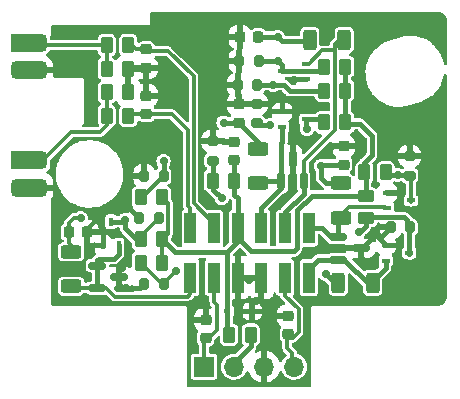
<source format=gbr>
%TF.GenerationSoftware,KiCad,Pcbnew,(6.0.5)*%
%TF.CreationDate,2022-08-22T16:05:22+08:00*%
%TF.ProjectId,SX7H02060050-1,53583748-3032-4303-9630-3035302d312e,rev?*%
%TF.SameCoordinates,PX8af34a0PY598cce0*%
%TF.FileFunction,Copper,L2,Bot*%
%TF.FilePolarity,Positive*%
%FSLAX46Y46*%
G04 Gerber Fmt 4.6, Leading zero omitted, Abs format (unit mm)*
G04 Created by KiCad (PCBNEW (6.0.5)) date 2022-08-22 16:05:22*
%MOMM*%
%LPD*%
G01*
G04 APERTURE LIST*
G04 Aperture macros list*
%AMRoundRect*
0 Rectangle with rounded corners*
0 $1 Rounding radius*
0 $2 $3 $4 $5 $6 $7 $8 $9 X,Y pos of 4 corners*
0 Add a 4 corners polygon primitive as box body*
4,1,4,$2,$3,$4,$5,$6,$7,$8,$9,$2,$3,0*
0 Add four circle primitives for the rounded corners*
1,1,$1+$1,$2,$3*
1,1,$1+$1,$4,$5*
1,1,$1+$1,$6,$7*
1,1,$1+$1,$8,$9*
0 Add four rect primitives between the rounded corners*
20,1,$1+$1,$2,$3,$4,$5,0*
20,1,$1+$1,$4,$5,$6,$7,0*
20,1,$1+$1,$6,$7,$8,$9,0*
20,1,$1+$1,$8,$9,$2,$3,0*%
G04 Aperture macros list end*
%TA.AperFunction,ComponentPad*%
%ADD10R,2.000000X1.500000*%
%TD*%
%TA.AperFunction,ComponentPad*%
%ADD11RoundRect,0.375000X-0.625000X-0.375000X0.625000X-0.375000X0.625000X0.375000X-0.625000X0.375000X0*%
%TD*%
%TA.AperFunction,ComponentPad*%
%ADD12R,1.700000X1.700000*%
%TD*%
%TA.AperFunction,ComponentPad*%
%ADD13O,1.700000X1.700000*%
%TD*%
%TA.AperFunction,SMDPad,CuDef*%
%ADD14R,0.700000X0.450000*%
%TD*%
%TA.AperFunction,SMDPad,CuDef*%
%ADD15RoundRect,0.225000X0.225000X0.250000X-0.225000X0.250000X-0.225000X-0.250000X0.225000X-0.250000X0*%
%TD*%
%TA.AperFunction,SMDPad,CuDef*%
%ADD16RoundRect,0.250000X-0.262500X-0.450000X0.262500X-0.450000X0.262500X0.450000X-0.262500X0.450000X0*%
%TD*%
%TA.AperFunction,SMDPad,CuDef*%
%ADD17RoundRect,0.250000X0.312500X0.625000X-0.312500X0.625000X-0.312500X-0.625000X0.312500X-0.625000X0*%
%TD*%
%TA.AperFunction,SMDPad,CuDef*%
%ADD18RoundRect,0.250000X0.262500X0.450000X-0.262500X0.450000X-0.262500X-0.450000X0.262500X-0.450000X0*%
%TD*%
%TA.AperFunction,SMDPad,CuDef*%
%ADD19RoundRect,0.150000X0.150000X-0.587500X0.150000X0.587500X-0.150000X0.587500X-0.150000X-0.587500X0*%
%TD*%
%TA.AperFunction,SMDPad,CuDef*%
%ADD20RoundRect,0.250000X0.625000X-0.312500X0.625000X0.312500X-0.625000X0.312500X-0.625000X-0.312500X0*%
%TD*%
%TA.AperFunction,SMDPad,CuDef*%
%ADD21RoundRect,0.225000X0.250000X-0.225000X0.250000X0.225000X-0.250000X0.225000X-0.250000X-0.225000X0*%
%TD*%
%TA.AperFunction,SMDPad,CuDef*%
%ADD22R,0.600000X0.450000*%
%TD*%
%TA.AperFunction,SMDPad,CuDef*%
%ADD23RoundRect,0.200000X0.275000X-0.200000X0.275000X0.200000X-0.275000X0.200000X-0.275000X-0.200000X0*%
%TD*%
%TA.AperFunction,SMDPad,CuDef*%
%ADD24RoundRect,0.250000X-0.450000X0.262500X-0.450000X-0.262500X0.450000X-0.262500X0.450000X0.262500X0*%
%TD*%
%TA.AperFunction,SMDPad,CuDef*%
%ADD25R,1.000000X2.580000*%
%TD*%
%TA.AperFunction,SMDPad,CuDef*%
%ADD26RoundRect,0.200000X0.200000X0.275000X-0.200000X0.275000X-0.200000X-0.275000X0.200000X-0.275000X0*%
%TD*%
%TA.AperFunction,SMDPad,CuDef*%
%ADD27R,0.450000X0.700000*%
%TD*%
%TA.AperFunction,SMDPad,CuDef*%
%ADD28RoundRect,0.150000X-0.587500X-0.150000X0.587500X-0.150000X0.587500X0.150000X-0.587500X0.150000X0*%
%TD*%
%TA.AperFunction,SMDPad,CuDef*%
%ADD29RoundRect,0.225000X-0.250000X0.225000X-0.250000X-0.225000X0.250000X-0.225000X0.250000X0.225000X0*%
%TD*%
%TA.AperFunction,SMDPad,CuDef*%
%ADD30RoundRect,0.225000X-0.225000X-0.250000X0.225000X-0.250000X0.225000X0.250000X-0.225000X0.250000X0*%
%TD*%
%TA.AperFunction,ViaPad*%
%ADD31C,0.700000*%
%TD*%
%TA.AperFunction,Conductor*%
%ADD32C,0.400000*%
%TD*%
%TA.AperFunction,Conductor*%
%ADD33C,0.300000*%
%TD*%
%ADD34C,0.300000*%
%ADD35O,0.300000X1.499999*%
%ADD36C,0.250000*%
%ADD37C,0.350000*%
G04 APERTURE END LIST*
D10*
%TO.P,SW202,1*%
%TO.N,Net-(R202-Pad1)*%
X132100000Y-64550000D03*
D11*
X133150000Y-64550000D03*
%TO.P,SW202,2*%
%TO.N,GND*%
X133150000Y-66850000D03*
X132100000Y-66850000D03*
%TD*%
%TO.P,SW201,1*%
%TO.N,Net-(R201-Pad1)*%
X133175000Y-74475000D03*
D10*
X132125000Y-74475000D03*
D11*
%TO.P,SW201,2*%
%TO.N,GND*%
X133175000Y-76775000D03*
X132125000Y-76775000D03*
%TD*%
D12*
%TO.P,J201,1,Pin_1*%
%TO.N,/P_SW1_AI*%
X147457000Y-91922600D03*
D13*
%TO.P,J201,2,Pin_2*%
%TO.N,Net-(J201-Pad2)*%
X149997000Y-91922600D03*
%TO.P,J201,3,Pin_3*%
%TO.N,GND*%
X152537000Y-91922600D03*
%TO.P,J201,4,Pin_4*%
%TO.N,/P_SW2_AI*%
X155077000Y-91922600D03*
%TD*%
D14*
%TO.P,Q204,1,B*%
%TO.N,/R_LED_OH*%
X156067000Y-66279000D03*
%TO.P,Q204,2,E*%
%TO.N,GND*%
X156067000Y-67579000D03*
%TO.P,Q204,3,C*%
%TO.N,Net-(D212-Pad2)*%
X154067000Y-66929000D03*
%TD*%
D15*
%TO.P,C209,1*%
%TO.N,Net-(C209-Pad1)*%
X152032000Y-64008000D03*
%TO.P,C209,2*%
%TO.N,GND*%
X150482000Y-64008000D03*
%TD*%
D16*
%TO.P,R202,1*%
%TO.N,Net-(R202-Pad1)*%
X139212500Y-64700000D03*
%TO.P,R202,2*%
%TO.N,/RELEASE_SW2_AI*%
X141037500Y-64700000D03*
%TD*%
D17*
%TO.P,R211,1*%
%TO.N,/D_LED_OH*%
X161736500Y-84836000D03*
%TO.P,R211,2*%
%TO.N,Net-(C206-Pad1)*%
X158811500Y-84836000D03*
%TD*%
D18*
%TO.P,R221,1*%
%TO.N,VCC*%
X159408500Y-71247000D03*
%TO.P,R221,2*%
%TO.N,Net-(D214-Pad2)*%
X157583500Y-71247000D03*
%TD*%
D16*
%TO.P,R203,1*%
%TO.N,Net-(R201-Pad1)*%
X139212500Y-68700000D03*
%TO.P,R203,2*%
%TO.N,GND*%
X141037500Y-68700000D03*
%TD*%
D18*
%TO.P,R206,1*%
%TO.N,VCC*%
X159408500Y-68580000D03*
%TO.P,R206,2*%
%TO.N,Net-(D201-Pad2)*%
X157583500Y-68580000D03*
%TD*%
D19*
%TO.P,D217,1,A1*%
%TO.N,/R_LED_OH*%
X155890000Y-76248500D03*
%TO.P,D217,2,A2*%
%TO.N,/N_LED_OH*%
X153990000Y-76248500D03*
%TO.P,D217,3,common*%
%TO.N,GND*%
X154940000Y-74373500D03*
%TD*%
D20*
%TO.P,R222,1*%
%TO.N,/P_LED_OH*%
X159004000Y-79313500D03*
%TO.P,R222,2*%
%TO.N,Net-(C208-Pad1)*%
X159004000Y-76388500D03*
%TD*%
D21*
%TO.P,C204,1*%
%TO.N,/P_SW2_AI*%
X154584400Y-89192400D03*
%TO.P,C204,2*%
%TO.N,GND*%
X154584400Y-87642400D03*
%TD*%
D20*
%TO.P,R212,1*%
%TO.N,/M_LED_OH*%
X136194800Y-85130100D03*
%TO.P,R212,2*%
%TO.N,Net-(C207-Pad1)*%
X136194800Y-82205100D03*
%TD*%
D22*
%TO.P,D215,1,A1*%
%TO.N,VCC*%
X149419600Y-87249000D03*
%TO.P,D215,2,A2*%
%TO.N,GND*%
X151519600Y-87249000D03*
%TD*%
D21*
%TO.P,C202,1*%
%TO.N,/RELEASE_SW1_AI*%
X142575000Y-70525000D03*
%TO.P,C202,2*%
%TO.N,GND*%
X142575000Y-68975000D03*
%TD*%
D18*
%TO.P,R210,1*%
%TO.N,VCC*%
X143914500Y-81153000D03*
%TO.P,R210,2*%
%TO.N,Net-(D208-Pad2)*%
X142089500Y-81153000D03*
%TD*%
D23*
%TO.P,R225,1*%
%TO.N,Net-(D210-Pad2)*%
X164846000Y-75755000D03*
%TO.P,R225,2*%
%TO.N,GND*%
X164846000Y-74105000D03*
%TD*%
%TO.P,R216,1*%
%TO.N,Net-(D202-Pad2)*%
X148209000Y-74485000D03*
%TO.P,R216,2*%
%TO.N,GND*%
X148209000Y-72835000D03*
%TD*%
D24*
%TO.P,R205,1*%
%TO.N,VCC*%
X161188400Y-77522700D03*
%TO.P,R205,2*%
%TO.N,Net-(D206-Pad2)*%
X161188400Y-79347700D03*
%TD*%
D25*
%TO.P,J202,1,Pin_1*%
%TO.N,/RELEASE_SW1_AI*%
X146300000Y-80215000D03*
%TO.P,J202,2,Pin_2*%
%TO.N,/M_LED_OH*%
X146300000Y-84385000D03*
%TO.P,J202,3,Pin_3*%
%TO.N,/RELEASE_SW2_AI*%
X148300000Y-80215000D03*
%TO.P,J202,4,Pin_4*%
%TO.N,/P_SW1_AI*%
X148300000Y-84385000D03*
%TO.P,J202,5,Pin_5*%
%TO.N,VCC*%
X150300000Y-80215000D03*
%TO.P,J202,6,Pin_6*%
%TO.N,GND*%
X150300000Y-84385000D03*
%TO.P,J202,7,Pin_7*%
%TO.N,/N_LED_OH*%
X152300000Y-80215000D03*
%TO.P,J202,8,Pin_8*%
%TO.N,GND*%
X152300000Y-84385000D03*
%TO.P,J202,9,Pin_9*%
%TO.N,/R_LED_OH*%
X154300000Y-80215000D03*
%TO.P,J202,10,Pin_10*%
%TO.N,/P_SW2_AI*%
X154300000Y-84385000D03*
%TO.P,J202,11,Pin_11*%
%TO.N,/P_LED_OH*%
X156300000Y-80215000D03*
%TO.P,J202,12,Pin_12*%
%TO.N,/D_LED_OH*%
X156300000Y-84385000D03*
%TD*%
D26*
%TO.P,R214,1*%
%TO.N,Net-(D204-Pad2)*%
X144030200Y-75768200D03*
%TO.P,R214,2*%
%TO.N,GND*%
X142380200Y-75768200D03*
%TD*%
D14*
%TO.P,Q205,1,B*%
%TO.N,/N_LED_OH*%
X154067000Y-71643000D03*
%TO.P,Q205,2,E*%
%TO.N,GND*%
X154067000Y-70343000D03*
%TO.P,Q205,3,C*%
%TO.N,Net-(D214-Pad2)*%
X156067000Y-70993000D03*
%TD*%
D18*
%TO.P,R209,1*%
%TO.N,VCC*%
X143914500Y-77597000D03*
%TO.P,R209,2*%
%TO.N,Net-(D204-Pad2)*%
X142089500Y-77597000D03*
%TD*%
D21*
%TO.P,C208,1*%
%TO.N,Net-(C208-Pad1)*%
X159258000Y-74816000D03*
%TO.P,C208,2*%
%TO.N,GND*%
X159258000Y-73266000D03*
%TD*%
D14*
%TO.P,Q201,1,B*%
%TO.N,/D_LED_OH*%
X162830000Y-82946000D03*
%TO.P,Q201,2,E*%
%TO.N,GND*%
X162830000Y-81646000D03*
%TO.P,Q201,3,C*%
%TO.N,Net-(D206-Pad2)*%
X164830000Y-82296000D03*
%TD*%
%TO.P,Q203,1,B*%
%TO.N,/P_LED_OH*%
X162957000Y-78501000D03*
%TO.P,Q203,2,E*%
%TO.N,GND*%
X162957000Y-77201000D03*
%TO.P,Q203,3,C*%
%TO.N,Net-(D210-Pad2)*%
X164957000Y-77851000D03*
%TD*%
D27*
%TO.P,Q202,1,B*%
%TO.N,/M_LED_OH*%
X140223000Y-81645000D03*
%TO.P,Q202,2,E*%
%TO.N,GND*%
X138923000Y-81645000D03*
%TO.P,Q202,3,C*%
%TO.N,Net-(D208-Pad2)*%
X139573000Y-79645000D03*
%TD*%
D28*
%TO.P,D216,1,A1*%
%TO.N,/D_LED_OH*%
X158828500Y-82865000D03*
%TO.P,D216,2,A2*%
%TO.N,/P_LED_OH*%
X158828500Y-80965000D03*
%TO.P,D216,3,common*%
%TO.N,GND*%
X160703500Y-81915000D03*
%TD*%
D26*
%TO.P,R215,1*%
%TO.N,Net-(D201-Pad2)*%
X151955000Y-68072000D03*
%TO.P,R215,2*%
%TO.N,GND*%
X150305000Y-68072000D03*
%TD*%
D21*
%TO.P,C210,1*%
%TO.N,Net-(C210-Pad1)*%
X150368000Y-71260000D03*
%TO.P,C210,2*%
%TO.N,GND*%
X150368000Y-69710000D03*
%TD*%
D18*
%TO.P,R207,1*%
%TO.N,VCC*%
X150010500Y-76200000D03*
%TO.P,R207,2*%
%TO.N,Net-(D202-Pad2)*%
X148185500Y-76200000D03*
%TD*%
D26*
%TO.P,R217,1*%
%TO.N,Net-(D206-Pad2)*%
X164909000Y-80137000D03*
%TO.P,R217,2*%
%TO.N,GND*%
X163259000Y-80137000D03*
%TD*%
D20*
%TO.P,R224,1*%
%TO.N,/N_LED_OH*%
X152019000Y-76392500D03*
%TO.P,R224,2*%
%TO.N,Net-(C210-Pad1)*%
X152019000Y-73467500D03*
%TD*%
D26*
%TO.P,R213,1*%
%TO.N,Net-(D203-Pad2)*%
X144030200Y-84912200D03*
%TO.P,R213,2*%
%TO.N,GND*%
X142380200Y-84912200D03*
%TD*%
D28*
%TO.P,D218,1,A1*%
%TO.N,/M_LED_OH*%
X138406900Y-85278000D03*
%TO.P,D218,2,A2*%
X138406900Y-83378000D03*
%TO.P,D218,3,common*%
%TO.N,GND*%
X140281900Y-84328000D03*
%TD*%
D18*
%TO.P,R204,1*%
%TO.N,GND*%
X141037500Y-66700000D03*
%TO.P,R204,2*%
%TO.N,Net-(R202-Pad1)*%
X139212500Y-66700000D03*
%TD*%
D26*
%TO.P,R226,1*%
%TO.N,Net-(D212-Pad2)*%
X152082000Y-66040000D03*
%TO.P,R226,2*%
%TO.N,GND*%
X150432000Y-66040000D03*
%TD*%
%TO.P,R218,1*%
%TO.N,Net-(D208-Pad2)*%
X143623800Y-79375000D03*
%TO.P,R218,2*%
%TO.N,GND*%
X141973800Y-79375000D03*
%TD*%
D17*
%TO.P,R223,1*%
%TO.N,/R_LED_OH*%
X159323500Y-64262000D03*
%TO.P,R223,2*%
%TO.N,Net-(C209-Pad1)*%
X156398500Y-64262000D03*
%TD*%
D23*
%TO.P,R227,1*%
%TO.N,Net-(D214-Pad2)*%
X151892000Y-71310000D03*
%TO.P,R227,2*%
%TO.N,GND*%
X151892000Y-69660000D03*
%TD*%
D29*
%TO.P,C201,1*%
%TO.N,GND*%
X149987000Y-72885000D03*
%TO.P,C201,2*%
%TO.N,VCC*%
X149987000Y-74435000D03*
%TD*%
D16*
%TO.P,R219,1*%
%TO.N,VCC*%
X161012500Y-75488800D03*
%TO.P,R219,2*%
%TO.N,Net-(D210-Pad2)*%
X162837500Y-75488800D03*
%TD*%
D18*
%TO.P,R208,1*%
%TO.N,VCC*%
X143914500Y-83134200D03*
%TO.P,R208,2*%
%TO.N,Net-(D203-Pad2)*%
X142089500Y-83134200D03*
%TD*%
%TO.P,R228,1*%
%TO.N,Net-(J201-Pad2)*%
X151407500Y-89230200D03*
%TO.P,R228,2*%
%TO.N,VCC*%
X149582500Y-89230200D03*
%TD*%
D30*
%TO.P,C207,1*%
%TO.N,Net-(C207-Pad1)*%
X136004000Y-80518000D03*
%TO.P,C207,2*%
%TO.N,GND*%
X137554000Y-80518000D03*
%TD*%
D18*
%TO.P,R220,1*%
%TO.N,VCC*%
X159408500Y-66548000D03*
%TO.P,R220,2*%
%TO.N,Net-(D212-Pad2)*%
X157583500Y-66548000D03*
%TD*%
D21*
%TO.P,C203,1*%
%TO.N,GND*%
X142550000Y-66625000D03*
%TO.P,C203,2*%
%TO.N,/RELEASE_SW2_AI*%
X142550000Y-65075000D03*
%TD*%
D16*
%TO.P,R201,1*%
%TO.N,Net-(R201-Pad1)*%
X139212500Y-70700000D03*
%TO.P,R201,2*%
%TO.N,/RELEASE_SW1_AI*%
X141037500Y-70700000D03*
%TD*%
D21*
%TO.P,C205,1*%
%TO.N,/P_SW1_AI*%
X147574000Y-89522600D03*
%TO.P,C205,2*%
%TO.N,GND*%
X147574000Y-87972600D03*
%TD*%
D31*
%TO.N,GND*%
X153670000Y-69088000D03*
X167513000Y-69723000D03*
X138328400Y-79552800D03*
X160528000Y-73279000D03*
X167513000Y-62357000D03*
X152933400Y-87833200D03*
X154812999Y-62230000D03*
X150291800Y-86360000D03*
X161755665Y-62230000D03*
X161671000Y-64008000D03*
X152933400Y-89560400D03*
X137541000Y-86410800D03*
X164465000Y-86360000D03*
X165354000Y-78994000D03*
X145161000Y-81280000D03*
X161036000Y-69088000D03*
X161798000Y-80899000D03*
X147523200Y-71424800D03*
X141122400Y-75793600D03*
X167513000Y-80121125D03*
X137668000Y-68961000D03*
X165989000Y-72644000D03*
X141884400Y-72644000D03*
X154940000Y-75946000D03*
X134874000Y-78613000D03*
X143560800Y-72644000D03*
X146050000Y-65278000D03*
X143129000Y-63373000D03*
X160401000Y-86360000D03*
X167513000Y-78041500D03*
X140817600Y-85293200D03*
X145135600Y-72644000D03*
X148590000Y-69723000D03*
X156083000Y-86360000D03*
X134874000Y-86360000D03*
X135636000Y-63373000D03*
X134910000Y-83820000D03*
X135590000Y-66929000D03*
X164084000Y-77089000D03*
X165989000Y-76200000D03*
X146380200Y-86614000D03*
X167513000Y-71802625D03*
X165227000Y-62230000D03*
X146380200Y-90424000D03*
X161163000Y-83058000D03*
X153924000Y-78001654D03*
X151341666Y-62230000D03*
X156083000Y-89890600D03*
X144399000Y-62230000D03*
X142544800Y-67818000D03*
X145858500Y-70256400D03*
X162306000Y-70358000D03*
X158284332Y-62230000D03*
X157988000Y-73787000D03*
X140631332Y-63373000D03*
X155803600Y-72948800D03*
X147574000Y-86614000D03*
X140208000Y-78181200D03*
X167513000Y-73882250D03*
X147870333Y-62230000D03*
X144145000Y-66675000D03*
X147726400Y-77978000D03*
X167513000Y-82200750D03*
X137668000Y-70993000D03*
X167513000Y-84280375D03*
X140208000Y-72644000D03*
X145084800Y-77216000D03*
X167513000Y-86360000D03*
X140512800Y-83616800D03*
X162814000Y-73914000D03*
X137668000Y-66929000D03*
X151853900Y-86360000D03*
X167513000Y-75961875D03*
X156083000Y-69850000D03*
X162687000Y-72390000D03*
X144145000Y-68961000D03*
X148590000Y-67691000D03*
X148640800Y-65989200D03*
X148640800Y-63906400D03*
X138133666Y-63373000D03*
X146380200Y-88722200D03*
X151257000Y-84582000D03*
X153416000Y-86360000D03*
X155067000Y-67691000D03*
%TO.N,Net-(D201-Pad2)*%
X153289000Y-68072000D03*
%TO.N,Net-(D202-Pad2)*%
X148945600Y-77673200D03*
%TO.N,Net-(D203-Pad2)*%
X145034000Y-83820000D03*
%TO.N,Net-(D204-Pad2)*%
X144018000Y-74549000D03*
%TO.N,Net-(C206-Pad1)*%
X157734000Y-84074000D03*
%TO.N,Net-(D206-Pad2)*%
X160528000Y-80518000D03*
%TO.N,Net-(C207-Pad1)*%
X137007600Y-79349600D03*
%TO.N,Net-(D208-Pad2)*%
X140766800Y-79502000D03*
%TO.N,Net-(C208-Pad1)*%
X157353000Y-74930000D03*
%TO.N,Net-(D210-Pad2)*%
X163830000Y-75692000D03*
%TO.N,Net-(C209-Pad1)*%
X153670000Y-64008000D03*
%TO.N,Net-(D212-Pad2)*%
X153670000Y-66040000D03*
%TO.N,Net-(C210-Pad1)*%
X149098000Y-71260000D03*
%TO.N,Net-(D214-Pad2)*%
X156148179Y-71819773D03*
X153035000Y-71501000D03*
%TD*%
D32*
%TO.N,VCC*%
X155067000Y-82169000D02*
X155321000Y-81915000D01*
X161671000Y-72390000D02*
X160655000Y-71374000D01*
X151464000Y-82169000D02*
X155067000Y-82169000D01*
X149987000Y-76176500D02*
X150010500Y-76200000D01*
X155321000Y-78698836D02*
X156549836Y-77470000D01*
X161163000Y-77573500D02*
X161163000Y-75842500D01*
X149582500Y-89230200D02*
X149402800Y-89050500D01*
X150010500Y-76200000D02*
X150010500Y-77366500D01*
X149402800Y-89050500D02*
X149402800Y-88239600D01*
X159408500Y-71247000D02*
X159408500Y-66548000D01*
X155321000Y-81915000D02*
X155321000Y-78698836D01*
X150300000Y-81005000D02*
X151464000Y-82169000D01*
X160655000Y-71374000D02*
X159408500Y-71374000D01*
X150300000Y-81322600D02*
X150300000Y-80215000D01*
X149419600Y-87249000D02*
X149400489Y-87229889D01*
X149987000Y-74435000D02*
X149987000Y-76176500D01*
X149402800Y-87265800D02*
X149419600Y-87249000D01*
X161012500Y-75692000D02*
X161012500Y-74699500D01*
X161012500Y-74699500D02*
X161671000Y-74041000D01*
D33*
X143914500Y-83134200D02*
X143914500Y-81153000D01*
D32*
X143914500Y-81153000D02*
X145006700Y-82245200D01*
X161163000Y-75842500D02*
X161012500Y-75692000D01*
X150300000Y-77656000D02*
X150300000Y-80215000D01*
X149402800Y-88239600D02*
X149402800Y-87265800D01*
X150010500Y-77366500D02*
X150300000Y-77656000D01*
X145006700Y-82245200D02*
X149428200Y-82245200D01*
X149400489Y-87229889D02*
X149400489Y-82222111D01*
X150300000Y-80215000D02*
X150300000Y-81005000D01*
D33*
X144373320Y-80694180D02*
X144373320Y-78055820D01*
D32*
X150300000Y-80215000D02*
X150300000Y-81313600D01*
D33*
X144373320Y-78055820D02*
X143914500Y-77597000D01*
D32*
X161059500Y-77470000D02*
X161163000Y-77573500D01*
X149400489Y-82222111D02*
X150300000Y-81322600D01*
X156549836Y-77470000D02*
X161059500Y-77470000D01*
X161671000Y-74041000D02*
X161671000Y-72390000D01*
%TO.N,GND*%
X140716000Y-78181200D02*
X140208000Y-78181200D01*
D33*
X161163000Y-83058000D02*
X160782000Y-82677000D01*
D32*
X141973800Y-79375000D02*
X141909800Y-79375000D01*
X163972000Y-77201000D02*
X164084000Y-77089000D01*
X162512000Y-80884000D02*
X161813000Y-80884000D01*
X140281900Y-84909900D02*
X140281900Y-84328000D01*
X162083000Y-80899000D02*
X161798000Y-80899000D01*
D33*
X160782000Y-82677000D02*
X160782000Y-81993500D01*
D32*
X163259000Y-80137000D02*
X162512000Y-80884000D01*
X160782000Y-81915000D02*
X161798000Y-80899000D01*
D33*
X137363200Y-80518000D02*
X138328400Y-79552800D01*
D32*
X153924000Y-78001654D02*
X154027346Y-78001654D01*
X140817600Y-85293200D02*
X140665200Y-85293200D01*
X162830000Y-81646000D02*
X162083000Y-80899000D01*
X141909800Y-79375000D02*
X140716000Y-78181200D01*
X140817600Y-85293200D02*
X141999200Y-85293200D01*
X140665200Y-85293200D02*
X140281900Y-84909900D01*
D33*
X158509000Y-73266000D02*
X159258000Y-73266000D01*
X151519600Y-87249000D02*
X151714200Y-87249000D01*
D32*
X162957000Y-77201000D02*
X163972000Y-77201000D01*
X154940000Y-77089000D02*
X154940000Y-75946000D01*
D33*
X157988000Y-73787000D02*
X158509000Y-73266000D01*
D32*
X154027346Y-78001654D02*
X154940000Y-77089000D01*
X140281900Y-84328000D02*
X140281900Y-83847700D01*
X140281900Y-83847700D02*
X140512800Y-83616800D01*
X154940000Y-75946000D02*
X154940000Y-74373500D01*
X141999200Y-85293200D02*
X142380200Y-84912200D01*
D33*
%TO.N,/RELEASE_SW1_AI*%
X142575000Y-70525000D02*
X144693000Y-70525000D01*
X146058489Y-71890489D02*
X146058489Y-78286505D01*
X141212500Y-70525000D02*
X141037500Y-70700000D01*
X146058489Y-78286505D02*
X146300000Y-78528015D01*
X144693000Y-70525000D02*
X146058489Y-71890489D01*
X142575000Y-70525000D02*
X141212500Y-70525000D01*
X146300000Y-78528015D02*
X146300000Y-80215000D01*
%TO.N,/RELEASE_SW2_AI*%
X142550000Y-65075000D02*
X142702200Y-65227200D01*
X146558000Y-67360800D02*
X146558000Y-78079600D01*
X141681400Y-65075000D02*
X142550000Y-65075000D01*
X142702200Y-65227200D02*
X144424400Y-65227200D01*
X144424400Y-65227200D02*
X146558000Y-67360800D01*
X146558000Y-78079600D02*
X148300000Y-79821600D01*
X148300000Y-79821600D02*
X148300000Y-80215000D01*
X141306400Y-64700000D02*
X141681400Y-65075000D01*
X141037500Y-64700000D02*
X141306400Y-64700000D01*
%TO.N,/P_SW2_AI*%
X154300000Y-85923200D02*
X154300000Y-84385000D01*
X155448000Y-89027000D02*
X155448000Y-87071200D01*
X154584400Y-89471800D02*
X155003200Y-89471800D01*
X154482800Y-90347800D02*
X154902200Y-90767200D01*
X154902200Y-90767200D02*
X154902200Y-91646200D01*
X155003200Y-89471800D02*
X155448000Y-89027000D01*
X154940000Y-89497200D02*
X154559000Y-89497200D01*
X154559000Y-89497200D02*
X154482800Y-89573400D01*
X155448000Y-87071200D02*
X154300000Y-85923200D01*
X154482800Y-89573400D02*
X154482800Y-90347800D01*
%TO.N,/P_SW1_AI*%
X147574000Y-89522600D02*
X147865800Y-89522600D01*
X148300000Y-86476400D02*
X148300000Y-84385000D01*
X147457000Y-91821000D02*
X147457000Y-89639600D01*
X147662600Y-89611200D02*
X147574000Y-89522600D01*
X148564600Y-86741000D02*
X148300000Y-86476400D01*
X147865800Y-89522600D02*
X148564600Y-88823800D01*
X147457000Y-89639600D02*
X147574000Y-89522600D01*
X148564600Y-88823800D02*
X148564600Y-86741000D01*
D32*
%TO.N,/D_LED_OH*%
X158828500Y-82865000D02*
X159319000Y-82865000D01*
X159319000Y-82865000D02*
X161290000Y-84836000D01*
X161736500Y-84836000D02*
X161736500Y-84643500D01*
X157084000Y-82882500D02*
X158816000Y-82882500D01*
X162830000Y-83550000D02*
X162830000Y-83073000D01*
X161290000Y-84836000D02*
X161736500Y-84836000D01*
X156300000Y-83666500D02*
X157084000Y-82882500D01*
X161736500Y-84643500D02*
X162830000Y-83550000D01*
X156300000Y-84385000D02*
X156300000Y-83666500D01*
%TO.N,/M_LED_OH*%
X138406900Y-83378000D02*
X138406900Y-82928700D01*
D33*
X146300000Y-85754400D02*
X146050000Y-86004400D01*
D32*
X138406900Y-85278000D02*
X138406900Y-83378000D01*
D33*
X136342700Y-85278000D02*
X136194800Y-85130100D01*
X138406900Y-85278000D02*
X136342700Y-85278000D01*
X139903200Y-86004400D02*
X139176800Y-85278000D01*
X146050000Y-86004400D02*
X139903200Y-86004400D01*
X139176800Y-85278000D02*
X138406900Y-85278000D01*
D32*
X138406900Y-82928700D02*
X138547600Y-82788000D01*
X138547600Y-82788000D02*
X139843000Y-82788000D01*
D33*
X146300000Y-84385000D02*
X146300000Y-85754400D01*
D32*
X140208000Y-82423000D02*
X140208000Y-81660000D01*
X139843000Y-82788000D02*
X140208000Y-82423000D01*
%TO.N,/P_LED_OH*%
X158828500Y-80965000D02*
X158828500Y-79489000D01*
X157431000Y-80215000D02*
X156300000Y-80215000D01*
D33*
X159004000Y-79121000D02*
X159689800Y-78435200D01*
D32*
X158828500Y-79489000D02*
X159004000Y-79313500D01*
D33*
X162764200Y-78435200D02*
X162865480Y-78536480D01*
X159689800Y-78435200D02*
X162764200Y-78435200D01*
D32*
X158181000Y-80965000D02*
X157431000Y-80215000D01*
X158828500Y-80965000D02*
X158181000Y-80965000D01*
D33*
X159004000Y-79313500D02*
X159004000Y-79121000D01*
%TO.N,/R_LED_OH*%
X156067000Y-66279000D02*
X156292151Y-66279000D01*
D32*
X154300000Y-80215000D02*
X154300000Y-78872000D01*
D33*
X158496000Y-65024000D02*
X158496000Y-71894849D01*
X157420151Y-65151000D02*
X158369000Y-65151000D01*
D32*
X154300000Y-78872000D02*
X155890000Y-77282000D01*
D33*
X159323500Y-64389000D02*
X158750000Y-64389000D01*
X156292151Y-66279000D02*
X157420151Y-65151000D01*
X155890000Y-74500849D02*
X155890000Y-76248500D01*
X158496000Y-64643000D02*
X158496000Y-65024000D01*
X158369000Y-65151000D02*
X158496000Y-65024000D01*
D32*
X155890000Y-77282000D02*
X155890000Y-76248500D01*
D33*
X158750000Y-64389000D02*
X158496000Y-64643000D01*
X158496000Y-71894849D02*
X155890000Y-74500849D01*
D32*
%TO.N,/N_LED_OH*%
X153990000Y-76769000D02*
X153990000Y-76248500D01*
X152163000Y-76248500D02*
X152019000Y-76392500D01*
X153990000Y-76248500D02*
X153990000Y-72964000D01*
X153990000Y-76248500D02*
X152163000Y-76248500D01*
X152300000Y-80215000D02*
X152300000Y-78459000D01*
X154067000Y-72887000D02*
X154067000Y-71643000D01*
X152300000Y-78459000D02*
X153990000Y-76769000D01*
%TO.N,Net-(D201-Pad2)*%
X154686000Y-68580000D02*
X157583500Y-68580000D01*
X153289000Y-68072000D02*
X154178000Y-68072000D01*
X151955000Y-68072000D02*
X153162000Y-68072000D01*
X154178000Y-68072000D02*
X154686000Y-68580000D01*
%TO.N,Net-(D202-Pad2)*%
X148209000Y-76223500D02*
X148185500Y-76200000D01*
X148185500Y-74508500D02*
X148209000Y-74485000D01*
X148945600Y-77673200D02*
X148209000Y-76936600D01*
X148185500Y-76200000D02*
X148185500Y-74508500D01*
X148209000Y-76936600D02*
X148209000Y-76223500D01*
D33*
%TO.N,Net-(D203-Pad2)*%
X144030200Y-84823800D02*
X145034000Y-83820000D01*
X143867500Y-84912200D02*
X143371250Y-84415950D01*
X143371250Y-84415950D02*
X142089500Y-83134200D01*
X144030200Y-84912200D02*
X143867500Y-84912200D01*
X144030200Y-84912200D02*
X144030200Y-84823800D01*
%TO.N,Net-(D204-Pad2)*%
X142089500Y-77597000D02*
X142201400Y-77597000D01*
D32*
X144030200Y-74561200D02*
X144018000Y-74549000D01*
X144030200Y-75768200D02*
X144030200Y-74561200D01*
D33*
X142201400Y-77597000D02*
X144030200Y-75768200D01*
D32*
%TO.N,Net-(C206-Pad1)*%
X158496000Y-84836000D02*
X157734000Y-84074000D01*
X158811500Y-84836000D02*
X158496000Y-84836000D01*
%TO.N,Net-(D206-Pad2)*%
X164830000Y-82423000D02*
X164830000Y-81423000D01*
X160655000Y-80518000D02*
X161163000Y-80010000D01*
X164830000Y-81423000D02*
X164830000Y-80216000D01*
X164352480Y-79262480D02*
X164909000Y-79819000D01*
X161163000Y-80010000D02*
X161163000Y-79398500D01*
X161163000Y-79398500D02*
X161299020Y-79262480D01*
X164909000Y-79819000D02*
X164909000Y-80137000D01*
X160528000Y-80518000D02*
X160655000Y-80518000D01*
X164830000Y-80216000D02*
X164909000Y-80137000D01*
X161299020Y-79262480D02*
X164352480Y-79262480D01*
D33*
%TO.N,Net-(C207-Pad1)*%
X136194800Y-82205100D02*
X136194800Y-81635600D01*
X136194800Y-81635600D02*
X136004000Y-81444800D01*
X136423400Y-79349600D02*
X137007600Y-79349600D01*
X136004000Y-79769000D02*
X136423400Y-79349600D01*
X136004000Y-81444800D02*
X136004000Y-79769000D01*
D32*
%TO.N,Net-(D208-Pad2)*%
X140623800Y-79645000D02*
X140766800Y-79502000D01*
D33*
X142855700Y-80143100D02*
X143623800Y-79375000D01*
X142089500Y-80909300D02*
X142855700Y-80143100D01*
X142089500Y-81153000D02*
X142089500Y-80909300D01*
D32*
X140766800Y-79502000D02*
X140766800Y-80213200D01*
X141706600Y-81153000D02*
X142089500Y-81153000D01*
D33*
X141937100Y-81305400D02*
X142089500Y-81153000D01*
D32*
X140224000Y-79645000D02*
X139573000Y-79645000D01*
D33*
X141962500Y-81280000D02*
X142089500Y-81153000D01*
D32*
X139573000Y-79645000D02*
X140623800Y-79645000D01*
X140766800Y-80213200D02*
X141706600Y-81153000D01*
%TO.N,Net-(C208-Pad1)*%
X159258000Y-74816000D02*
X157467000Y-74816000D01*
X157353000Y-75946000D02*
X157795500Y-76388500D01*
X157353000Y-74930000D02*
X157353000Y-75946000D01*
X157795500Y-76388500D02*
X159004000Y-76388500D01*
X157467000Y-74816000D02*
X157353000Y-74930000D01*
D33*
%TO.N,Net-(D210-Pad2)*%
X164957000Y-76978000D02*
X164957000Y-75994000D01*
D32*
X162837500Y-75692000D02*
X164783000Y-75692000D01*
D33*
X164957000Y-75994000D02*
X164528000Y-75565000D01*
D32*
X164783000Y-75692000D02*
X164846000Y-75755000D01*
D33*
X164957000Y-77978000D02*
X164957000Y-76978000D01*
D32*
%TO.N,Net-(C209-Pad1)*%
X156398500Y-64389000D02*
X154051000Y-64389000D01*
X153670000Y-64008000D02*
X152032000Y-64008000D01*
X154051000Y-64389000D02*
X153670000Y-64008000D01*
%TO.N,Net-(D212-Pad2)*%
X153416000Y-66040000D02*
X152082000Y-66040000D01*
X154051000Y-66913000D02*
X154067000Y-66929000D01*
X154051000Y-66421000D02*
X154051000Y-66913000D01*
X157202500Y-66929000D02*
X154067000Y-66929000D01*
X153670000Y-66040000D02*
X154051000Y-66421000D01*
X157583500Y-66548000D02*
X157202500Y-66929000D01*
%TO.N,Net-(C210-Pad1)*%
X149098000Y-71260000D02*
X150368000Y-71260000D01*
X152019000Y-72911000D02*
X150368000Y-71260000D01*
X152019000Y-73467500D02*
X152019000Y-72911000D01*
%TO.N,Net-(D214-Pad2)*%
X156067000Y-70993000D02*
X156067000Y-71738594D01*
X156067000Y-70993000D02*
X157329500Y-70993000D01*
D33*
X157583500Y-71247000D02*
X157583500Y-71223500D01*
D32*
X157329500Y-70993000D02*
X157583500Y-71247000D01*
D33*
X157583500Y-71223500D02*
X157353000Y-70993000D01*
D32*
X153035000Y-71501000D02*
X152083000Y-71501000D01*
D33*
%TO.N,Net-(R201-Pad1)*%
X139212500Y-71505900D02*
X139212500Y-70700000D01*
X138633200Y-72085200D02*
X139212500Y-71505900D01*
X133175000Y-74475000D02*
X133805000Y-74475000D01*
X136194800Y-72085200D02*
X138633200Y-72085200D01*
X133805000Y-74475000D02*
X136194800Y-72085200D01*
X139212500Y-70700000D02*
X139212500Y-68700000D01*
%TO.N,Net-(R202-Pad1)*%
X139212500Y-66700000D02*
X139212500Y-64700000D01*
X133300000Y-64700000D02*
X139212500Y-64700000D01*
X133150000Y-64550000D02*
X133300000Y-64700000D01*
D32*
%TO.N,Net-(J201-Pad2)*%
X151407500Y-89230200D02*
X151407500Y-90222700D01*
X149997000Y-91633200D02*
X149997000Y-91922600D01*
X151407500Y-90222700D02*
X149997000Y-91633200D01*
%TD*%
%TA.AperFunction,Conductor*%
%TO.N,GND*%
G36*
X167239160Y-61864877D02*
G01*
X167425752Y-61889438D01*
X167457531Y-61897953D01*
X167608228Y-61960380D01*
X167636706Y-61976822D01*
X167766108Y-62076108D01*
X167789375Y-62099375D01*
X167888685Y-62228813D01*
X167905126Y-62257290D01*
X167946365Y-62356841D01*
X167967542Y-62407964D01*
X167976056Y-62439738D01*
X167992254Y-62562765D01*
X167990911Y-62603792D01*
X167990515Y-62605783D01*
X167990515Y-62605786D01*
X167988094Y-62617957D01*
X167990515Y-62630127D01*
X167990515Y-62630128D01*
X167990673Y-62630922D01*
X167993095Y-62655457D01*
X167993938Y-64931724D01*
X167994445Y-66302226D01*
X167974468Y-66370354D01*
X167920830Y-66416867D01*
X167850560Y-66426997D01*
X167785968Y-66397528D01*
X167747562Y-66337816D01*
X167743783Y-66320586D01*
X167740048Y-66295161D01*
X167724573Y-66189818D01*
X167721983Y-66180002D01*
X167675854Y-66005236D01*
X167653468Y-65920424D01*
X167651720Y-65912860D01*
X167643341Y-65870733D01*
X167643341Y-65870732D01*
X167640920Y-65858563D01*
X167633284Y-65847134D01*
X167620591Y-65822730D01*
X167547083Y-65633357D01*
X167526739Y-65580946D01*
X167518649Y-65565498D01*
X167379633Y-65300070D01*
X167377990Y-65296933D01*
X167376005Y-65293998D01*
X167200356Y-65034285D01*
X167200352Y-65034280D01*
X167198378Y-65031361D01*
X167168560Y-64996448D01*
X167035605Y-64840778D01*
X166990160Y-64787569D01*
X166864933Y-64670500D01*
X166758540Y-64571037D01*
X166758533Y-64571031D01*
X166755956Y-64568622D01*
X166498710Y-64377275D01*
X166495658Y-64375498D01*
X166495654Y-64375495D01*
X166224711Y-64217711D01*
X166221658Y-64215933D01*
X165928283Y-64086626D01*
X165924917Y-64085574D01*
X165924912Y-64085572D01*
X165625651Y-63992034D01*
X165625653Y-63992034D01*
X165622276Y-63990979D01*
X165618810Y-63990310D01*
X165618807Y-63990309D01*
X165310945Y-63930863D01*
X165310937Y-63930862D01*
X165307483Y-63930195D01*
X165123419Y-63915708D01*
X164991376Y-63905315D01*
X164991369Y-63905315D01*
X164987864Y-63905039D01*
X164821148Y-63910652D01*
X164670961Y-63915708D01*
X164670954Y-63915709D01*
X164667438Y-63915827D01*
X164663945Y-63916340D01*
X164663946Y-63916340D01*
X164353740Y-63961908D01*
X164353738Y-63961908D01*
X164350235Y-63962423D01*
X164346820Y-63963324D01*
X164346812Y-63963326D01*
X164116190Y-64024196D01*
X164043553Y-64043368D01*
X164040092Y-64043778D01*
X164029269Y-64049839D01*
X164029268Y-64049839D01*
X164028617Y-64050204D01*
X164005993Y-64060099D01*
X163919974Y-64088049D01*
X163237040Y-64309953D01*
X163126221Y-64345961D01*
X163102095Y-64351254D01*
X163089037Y-64352800D01*
X163085906Y-64354554D01*
X162790315Y-64469295D01*
X162506308Y-64618046D01*
X162240741Y-64797660D01*
X162238061Y-64799949D01*
X161999639Y-65003585D01*
X161999632Y-65003592D01*
X161996954Y-65005879D01*
X161994543Y-65008458D01*
X161994542Y-65008459D01*
X161970399Y-65034285D01*
X161778013Y-65240084D01*
X161725636Y-65310501D01*
X161597371Y-65482943D01*
X161586670Y-65497329D01*
X161584896Y-65500376D01*
X161584893Y-65500380D01*
X161527374Y-65599154D01*
X161425334Y-65774381D01*
X161423910Y-65777612D01*
X161297454Y-66064524D01*
X161297451Y-66064533D01*
X161296031Y-66067754D01*
X161200388Y-66373760D01*
X161139609Y-66688551D01*
X161139333Y-66692059D01*
X161139332Y-66692066D01*
X161115665Y-66992810D01*
X161114456Y-67008167D01*
X161117989Y-67113062D01*
X161123143Y-67266080D01*
X161125248Y-67328590D01*
X161125760Y-67332072D01*
X161125760Y-67332077D01*
X161171112Y-67640785D01*
X161171847Y-67645790D01*
X161225397Y-67848669D01*
X161242844Y-67914771D01*
X161244595Y-67922345D01*
X161246758Y-67933220D01*
X161255471Y-67977021D01*
X161263158Y-67988525D01*
X161275852Y-68012930D01*
X161311784Y-68105498D01*
X161369681Y-68254655D01*
X161371320Y-68257784D01*
X161512287Y-68526937D01*
X161518429Y-68538665D01*
X161520402Y-68541582D01*
X161520406Y-68541589D01*
X161633716Y-68709125D01*
X161698041Y-68804234D01*
X161700326Y-68806909D01*
X161700328Y-68806912D01*
X161775412Y-68894824D01*
X161906257Y-69048023D01*
X161908836Y-69050434D01*
X161908837Y-69050435D01*
X162137875Y-69264552D01*
X162137882Y-69264557D01*
X162140459Y-69266967D01*
X162143289Y-69269072D01*
X162143295Y-69269077D01*
X162335327Y-69411915D01*
X162397703Y-69458312D01*
X162400755Y-69460089D01*
X162400759Y-69460092D01*
X162477770Y-69504939D01*
X162674752Y-69619652D01*
X162968124Y-69748958D01*
X162971497Y-69750012D01*
X162971499Y-69750013D01*
X162980259Y-69752751D01*
X163274129Y-69844604D01*
X163277595Y-69845273D01*
X163277598Y-69845274D01*
X163376397Y-69864351D01*
X163588919Y-69905387D01*
X163592423Y-69905663D01*
X163592432Y-69905664D01*
X163905024Y-69930267D01*
X163905030Y-69930267D01*
X163908535Y-69930543D01*
X164081267Y-69924727D01*
X164225435Y-69919874D01*
X164225442Y-69919873D01*
X164228958Y-69919755D01*
X164385390Y-69896776D01*
X164542653Y-69873675D01*
X164542655Y-69873675D01*
X164546158Y-69873160D01*
X164549573Y-69872259D01*
X164549581Y-69872257D01*
X164840736Y-69795410D01*
X164852837Y-69792216D01*
X164856298Y-69791806D01*
X164867759Y-69785387D01*
X164890394Y-69775487D01*
X165494698Y-69579172D01*
X165770167Y-69489683D01*
X165794282Y-69484392D01*
X165807351Y-69482845D01*
X165810615Y-69481017D01*
X166106070Y-69366332D01*
X166390081Y-69217582D01*
X166393008Y-69215602D01*
X166393017Y-69215597D01*
X166652713Y-69039956D01*
X166652716Y-69039954D01*
X166655652Y-69037968D01*
X166712668Y-68989271D01*
X166896759Y-68832042D01*
X166896765Y-68832036D01*
X166899443Y-68829749D01*
X167118388Y-68595543D01*
X167142293Y-68563405D01*
X167307627Y-68341129D01*
X167307629Y-68341126D01*
X167309734Y-68338296D01*
X167471074Y-68061243D01*
X167486214Y-68026894D01*
X167598959Y-67771092D01*
X167600380Y-67767868D01*
X167601620Y-67763900D01*
X167694971Y-67465233D01*
X167694973Y-67465224D01*
X167696025Y-67461859D01*
X167745074Y-67207831D01*
X167777628Y-67144737D01*
X167839125Y-67109260D01*
X167910040Y-67112662D01*
X167967858Y-67153863D01*
X167994222Y-67219783D01*
X167994789Y-67231671D01*
X168000702Y-83195030D01*
X168001707Y-85908071D01*
X168001738Y-85993061D01*
X168000659Y-86009556D01*
X167986143Y-86119786D01*
X167976088Y-86196135D01*
X167967575Y-86227904D01*
X167906145Y-86376201D01*
X167905155Y-86378590D01*
X167888715Y-86407066D01*
X167882435Y-86415251D01*
X167789407Y-86536502D01*
X167766140Y-86559769D01*
X167636740Y-86659054D01*
X167608262Y-86675496D01*
X167457561Y-86737924D01*
X167425782Y-86746439D01*
X167302714Y-86762638D01*
X167261694Y-86761296D01*
X167259783Y-86760916D01*
X167247611Y-86758495D01*
X167234714Y-86761060D01*
X167210135Y-86763481D01*
X156785087Y-86763481D01*
X156760508Y-86761060D01*
X156747611Y-86758495D01*
X156735439Y-86760916D01*
X156733529Y-86761296D01*
X156722544Y-86763481D01*
X156648310Y-86778247D01*
X156564127Y-86834497D01*
X156507877Y-86918680D01*
X156488125Y-87017981D01*
X156490546Y-87030151D01*
X156490690Y-87030875D01*
X156493111Y-87055457D01*
X156493111Y-93537506D01*
X156473109Y-93605627D01*
X156419453Y-93652120D01*
X156367111Y-93663506D01*
X146128096Y-93663506D01*
X146059975Y-93643504D01*
X146013482Y-93589848D01*
X146002096Y-93537506D01*
X146002096Y-87700726D01*
X146591071Y-87700726D01*
X146595475Y-87715724D01*
X146596865Y-87716929D01*
X146604548Y-87718600D01*
X147301885Y-87718600D01*
X147317124Y-87714125D01*
X147318329Y-87712735D01*
X147320000Y-87705052D01*
X147320000Y-87032715D01*
X147315525Y-87017476D01*
X147314135Y-87016271D01*
X147306452Y-87014600D01*
X147278562Y-87014600D01*
X147272047Y-87014937D01*
X147179943Y-87024494D01*
X147166544Y-87027388D01*
X147017893Y-87076981D01*
X147004714Y-87083155D01*
X146871827Y-87165388D01*
X146860426Y-87174424D01*
X146750014Y-87285029D01*
X146741002Y-87296440D01*
X146658996Y-87429480D01*
X146652849Y-87442661D01*
X146603509Y-87591414D01*
X146600642Y-87604790D01*
X146591328Y-87695697D01*
X146591071Y-87700726D01*
X146002096Y-87700726D01*
X146002096Y-87055457D01*
X146004517Y-87030875D01*
X146004661Y-87030151D01*
X146007082Y-87017981D01*
X145987330Y-86918680D01*
X145931080Y-86834497D01*
X145846897Y-86778247D01*
X145772663Y-86763481D01*
X145761678Y-86761296D01*
X145759768Y-86760916D01*
X145747596Y-86758495D01*
X145734699Y-86761060D01*
X145710120Y-86763481D01*
X134628096Y-86763481D01*
X134559975Y-86743479D01*
X134513482Y-86689823D01*
X134502096Y-86637481D01*
X134502096Y-82565356D01*
X135065300Y-82565356D01*
X135065669Y-82568752D01*
X135065669Y-82568753D01*
X135069958Y-82608229D01*
X135072002Y-82627048D01*
X135122729Y-82762364D01*
X135128109Y-82769543D01*
X135128111Y-82769546D01*
X135183164Y-82843003D01*
X135209396Y-82878004D01*
X135216576Y-82883385D01*
X135317854Y-82959289D01*
X135317857Y-82959291D01*
X135325036Y-82964671D01*
X135399666Y-82992648D01*
X135452957Y-83012626D01*
X135452959Y-83012626D01*
X135460352Y-83015398D01*
X135468202Y-83016251D01*
X135468203Y-83016251D01*
X135518647Y-83021731D01*
X135522044Y-83022100D01*
X136867556Y-83022100D01*
X136870953Y-83021731D01*
X136921397Y-83016251D01*
X136921398Y-83016251D01*
X136929248Y-83015398D01*
X136936641Y-83012626D01*
X136936643Y-83012626D01*
X136989934Y-82992648D01*
X137064564Y-82964671D01*
X137071743Y-82959291D01*
X137071746Y-82959289D01*
X137173024Y-82883385D01*
X137180204Y-82878004D01*
X137206436Y-82843003D01*
X137261489Y-82769546D01*
X137261491Y-82769543D01*
X137266871Y-82762364D01*
X137317598Y-82627048D01*
X137319643Y-82608229D01*
X137323931Y-82568753D01*
X137323931Y-82568752D01*
X137324300Y-82565356D01*
X137324300Y-81844844D01*
X137317598Y-81783152D01*
X137312263Y-81768919D01*
X137284693Y-81695377D01*
X137266871Y-81647836D01*
X137267513Y-81647595D01*
X137253823Y-81585006D01*
X137278558Y-81518457D01*
X137284287Y-81511340D01*
X137298329Y-81495135D01*
X137300000Y-81487452D01*
X137300000Y-81482885D01*
X137808000Y-81482885D01*
X137812475Y-81498124D01*
X137813865Y-81499329D01*
X137821548Y-81501000D01*
X137824438Y-81501000D01*
X137830953Y-81500663D01*
X137923057Y-81491106D01*
X137936456Y-81488212D01*
X138085107Y-81438619D01*
X138104906Y-81429344D01*
X138105587Y-81430797D01*
X138165689Y-81414261D01*
X138190314Y-81417122D01*
X138203545Y-81420000D01*
X138679885Y-81420000D01*
X138695124Y-81415525D01*
X138696329Y-81414135D01*
X138698000Y-81406452D01*
X138698000Y-80805116D01*
X138693525Y-80789877D01*
X138692135Y-80788672D01*
X138684452Y-80787001D01*
X138653331Y-80787001D01*
X138646510Y-80787371D01*
X138590426Y-80793462D01*
X138520544Y-80780933D01*
X138511369Y-80774810D01*
X138498452Y-80772000D01*
X137826115Y-80772000D01*
X137810876Y-80776475D01*
X137809671Y-80777865D01*
X137808000Y-80785548D01*
X137808000Y-81482885D01*
X137300000Y-81482885D01*
X137300000Y-80390000D01*
X137320002Y-80321879D01*
X137373658Y-80275386D01*
X137426000Y-80264000D01*
X138493885Y-80264000D01*
X138509124Y-80259525D01*
X138510329Y-80258135D01*
X138512000Y-80250452D01*
X138512000Y-80222562D01*
X138511663Y-80216047D01*
X138502106Y-80123943D01*
X138499212Y-80110544D01*
X138449619Y-79961893D01*
X138443445Y-79948714D01*
X138361212Y-79815827D01*
X138352176Y-79804426D01*
X138241571Y-79694014D01*
X138230160Y-79685002D01*
X138097120Y-79602996D01*
X138083939Y-79596849D01*
X137935186Y-79547509D01*
X137921810Y-79544642D01*
X137830903Y-79535328D01*
X137824486Y-79535000D01*
X137736583Y-79535000D01*
X137668462Y-79514998D01*
X137621969Y-79461342D01*
X137611661Y-79392553D01*
X137616238Y-79357788D01*
X137617316Y-79349600D01*
X137596540Y-79191794D01*
X137593382Y-79184170D01*
X137593381Y-79184166D01*
X137538791Y-79052373D01*
X137538790Y-79052372D01*
X137535630Y-79044742D01*
X137507547Y-79008143D01*
X137443760Y-78925016D01*
X137438734Y-78918466D01*
X137403659Y-78891552D01*
X137319011Y-78826598D01*
X137319009Y-78826597D01*
X137312458Y-78821570D01*
X137291546Y-78812908D01*
X137173034Y-78763819D01*
X137173030Y-78763818D01*
X137165406Y-78760660D01*
X137007600Y-78739884D01*
X136849794Y-78760660D01*
X136842170Y-78763818D01*
X136842166Y-78763819D01*
X136723654Y-78812908D01*
X136702742Y-78821570D01*
X136696191Y-78826597D01*
X136696189Y-78826598D01*
X136584915Y-78911983D01*
X136576466Y-78918466D01*
X136574395Y-78915767D01*
X136525949Y-78942221D01*
X136499166Y-78945100D01*
X136359334Y-78945100D01*
X136349901Y-78948165D01*
X136338114Y-78951995D01*
X136318883Y-78956612D01*
X136312763Y-78957581D01*
X136306644Y-78958550D01*
X136306643Y-78958550D01*
X136296845Y-78960102D01*
X136288010Y-78964604D01*
X136288006Y-78964605D01*
X136276957Y-78970235D01*
X136258695Y-78977799D01*
X136246903Y-78981631D01*
X136246901Y-78981632D01*
X136237471Y-78984696D01*
X136219417Y-78997813D01*
X136202560Y-79008143D01*
X136182677Y-79018274D01*
X136159889Y-79041062D01*
X136159885Y-79041065D01*
X135695465Y-79505485D01*
X135695462Y-79505489D01*
X135672674Y-79528277D01*
X135662546Y-79548154D01*
X135652216Y-79565011D01*
X135639095Y-79583071D01*
X135636030Y-79592504D01*
X135632199Y-79604295D01*
X135624634Y-79622561D01*
X135614502Y-79642445D01*
X135612951Y-79652238D01*
X135611011Y-79664487D01*
X135606395Y-79683713D01*
X135599500Y-79704934D01*
X135599500Y-79740778D01*
X135579498Y-79808899D01*
X135544909Y-79841140D01*
X135546365Y-79843083D01*
X135436456Y-79925456D01*
X135431077Y-79932633D01*
X135359465Y-80028183D01*
X135359463Y-80028186D01*
X135354083Y-80035365D01*
X135350933Y-80043769D01*
X135350932Y-80043770D01*
X135309049Y-80155497D01*
X135305870Y-80163976D01*
X135305017Y-80171826D01*
X135305017Y-80171827D01*
X135300630Y-80212211D01*
X135299500Y-80222611D01*
X135299501Y-80813388D01*
X135299870Y-80816782D01*
X135299870Y-80816788D01*
X135302574Y-80841676D01*
X135305870Y-80872024D01*
X135331081Y-80939276D01*
X135341728Y-80967676D01*
X135354083Y-81000635D01*
X135359463Y-81007814D01*
X135359465Y-81007817D01*
X135418809Y-81086998D01*
X135436456Y-81110544D01*
X135443633Y-81115923D01*
X135443635Y-81115925D01*
X135516054Y-81170200D01*
X135558569Y-81227059D01*
X135563595Y-81297878D01*
X135529535Y-81360171D01*
X135469638Y-81393608D01*
X135468204Y-81393949D01*
X135460352Y-81394802D01*
X135452957Y-81397574D01*
X135452954Y-81397575D01*
X135408444Y-81414261D01*
X135325036Y-81445529D01*
X135317857Y-81450909D01*
X135317854Y-81450911D01*
X135244284Y-81506049D01*
X135209396Y-81532196D01*
X135198301Y-81547000D01*
X135128111Y-81640654D01*
X135128109Y-81640657D01*
X135122729Y-81647836D01*
X135097738Y-81714500D01*
X135077338Y-81768919D01*
X135072002Y-81783152D01*
X135065300Y-81844844D01*
X135065300Y-82565356D01*
X134502096Y-82565356D01*
X134502096Y-77730703D01*
X134522098Y-77662582D01*
X134530174Y-77651411D01*
X134540471Y-77638694D01*
X134547620Y-77627686D01*
X134625898Y-77474059D01*
X134630599Y-77461813D01*
X134675439Y-77294467D01*
X134677386Y-77283140D01*
X134682807Y-77214261D01*
X134683000Y-77209335D01*
X134683000Y-77047115D01*
X134678525Y-77031876D01*
X134677135Y-77030671D01*
X134669452Y-77029000D01*
X132628080Y-77029000D01*
X132559959Y-77008998D01*
X132513466Y-76955342D01*
X132502080Y-76903000D01*
X132502080Y-76647000D01*
X132522082Y-76578879D01*
X132575738Y-76532386D01*
X132628080Y-76521000D01*
X134664885Y-76521000D01*
X134680124Y-76516525D01*
X134681329Y-76515135D01*
X134683000Y-76507452D01*
X134683000Y-76340666D01*
X134682807Y-76335739D01*
X134677386Y-76266860D01*
X134675439Y-76255533D01*
X134630599Y-76088187D01*
X134625898Y-76075941D01*
X134547622Y-75922318D01*
X134540470Y-75911304D01*
X134431966Y-75777311D01*
X134422689Y-75768034D01*
X134288696Y-75659530D01*
X134277682Y-75652378D01*
X134160771Y-75592808D01*
X134109156Y-75544059D01*
X134105230Y-75528204D01*
X134894872Y-75528204D01*
X134897224Y-75618018D01*
X134903489Y-75857281D01*
X134903999Y-75860866D01*
X134904000Y-75860875D01*
X134925340Y-76010814D01*
X134949872Y-76183187D01*
X134950791Y-76186690D01*
X134950792Y-76186695D01*
X135009244Y-76409500D01*
X135033407Y-76501602D01*
X135152986Y-76808305D01*
X135154683Y-76811510D01*
X135304242Y-77093979D01*
X135307023Y-77099232D01*
X135309073Y-77102215D01*
X135309075Y-77102218D01*
X135491422Y-77367534D01*
X135491428Y-77367541D01*
X135493479Y-77370526D01*
X135580842Y-77470672D01*
X135677408Y-77581368D01*
X135709880Y-77618592D01*
X135953359Y-77840141D01*
X136220689Y-78032237D01*
X136508326Y-78192334D01*
X136812458Y-78318309D01*
X136815952Y-78319304D01*
X136815954Y-78319305D01*
X137125553Y-78407497D01*
X137125558Y-78407498D01*
X137129054Y-78408494D01*
X137328028Y-78441077D01*
X137450337Y-78461106D01*
X137450341Y-78461106D01*
X137453917Y-78461692D01*
X137457543Y-78461863D01*
X137779114Y-78477028D01*
X137779115Y-78477028D01*
X137782741Y-78477199D01*
X137792061Y-78476564D01*
X138107538Y-78455057D01*
X138107546Y-78455056D01*
X138111169Y-78454809D01*
X138114745Y-78454146D01*
X138114747Y-78454146D01*
X138431282Y-78395480D01*
X138431286Y-78395479D01*
X138434847Y-78394819D01*
X138749484Y-78298024D01*
X138843489Y-78256759D01*
X138987093Y-78193721D01*
X139050911Y-78165707D01*
X139055325Y-78163128D01*
X139332002Y-78001450D01*
X139335132Y-77999621D01*
X139531955Y-77851843D01*
X139595474Y-77804152D01*
X139595478Y-77804149D01*
X139598381Y-77801969D01*
X139837167Y-77575370D01*
X140048326Y-77322826D01*
X140063320Y-77300000D01*
X140227071Y-77050713D01*
X140227076Y-77050704D01*
X140229058Y-77047687D01*
X140326431Y-76854083D01*
X140375343Y-76756834D01*
X140375346Y-76756826D01*
X140376970Y-76753598D01*
X140413397Y-76654056D01*
X140488851Y-76447869D01*
X140488852Y-76447865D01*
X140490099Y-76444458D01*
X140490944Y-76440936D01*
X140490947Y-76440928D01*
X140566100Y-76127892D01*
X140566101Y-76127888D01*
X140566947Y-76124363D01*
X140570270Y-76096905D01*
X140606159Y-75800336D01*
X140606160Y-75800329D01*
X140606495Y-75797557D01*
X140607236Y-75773998D01*
X140611893Y-75625779D01*
X140612137Y-75618018D01*
X140611727Y-75610899D01*
X140605107Y-75496085D01*
X141472200Y-75496085D01*
X141476675Y-75511324D01*
X141478065Y-75512529D01*
X141485748Y-75514200D01*
X142108085Y-75514200D01*
X142123324Y-75509725D01*
X142124529Y-75508335D01*
X142126200Y-75500652D01*
X142126200Y-74803316D01*
X142121725Y-74788077D01*
X142120335Y-74786872D01*
X142115906Y-74785909D01*
X142056885Y-74791332D01*
X142043849Y-74793943D01*
X141893957Y-74840915D01*
X141880212Y-74847121D01*
X141746626Y-74928024D01*
X141734757Y-74937331D01*
X141624331Y-75047757D01*
X141615024Y-75059626D01*
X141534121Y-75193212D01*
X141527915Y-75206957D01*
X141480944Y-75356844D01*
X141478331Y-75369894D01*
X141472466Y-75433721D01*
X141472200Y-75439509D01*
X141472200Y-75496085D01*
X140605107Y-75496085D01*
X140593396Y-75292994D01*
X140593395Y-75292989D01*
X140593187Y-75289374D01*
X140584134Y-75237500D01*
X140537214Y-74968659D01*
X140537212Y-74968652D01*
X140536590Y-74965086D01*
X140533732Y-74955435D01*
X140498173Y-74835392D01*
X140443095Y-74649452D01*
X140432726Y-74625142D01*
X140315366Y-74349994D01*
X140315364Y-74349991D01*
X140313942Y-74346656D01*
X140310136Y-74339982D01*
X140152633Y-74063851D01*
X140150842Y-74060711D01*
X140145224Y-74053062D01*
X139958100Y-73798324D01*
X139958098Y-73798321D01*
X139955957Y-73795407D01*
X139895811Y-73730682D01*
X139734342Y-73556922D01*
X139734341Y-73556921D01*
X139731870Y-73554262D01*
X139729116Y-73551910D01*
X139729112Y-73551906D01*
X139611035Y-73451059D01*
X139481552Y-73340470D01*
X139478549Y-73338452D01*
X139478541Y-73338446D01*
X139277171Y-73203132D01*
X139208320Y-73156866D01*
X139122094Y-73112361D01*
X138919017Y-73007545D01*
X138915797Y-73005883D01*
X138912416Y-73004605D01*
X138912406Y-73004601D01*
X138679433Y-72916568D01*
X138607858Y-72889522D01*
X138604337Y-72888638D01*
X138604332Y-72888636D01*
X138451436Y-72850232D01*
X138288586Y-72809327D01*
X138231231Y-72801776D01*
X137965816Y-72766833D01*
X137965808Y-72766832D01*
X137962212Y-72766359D01*
X137824973Y-72764203D01*
X137636704Y-72761245D01*
X137636700Y-72761245D01*
X137633062Y-72761188D01*
X137629448Y-72761549D01*
X137629442Y-72761549D01*
X137398818Y-72784569D01*
X137305500Y-72793883D01*
X137234668Y-72809327D01*
X136987410Y-72863238D01*
X136987405Y-72863239D01*
X136983866Y-72864011D01*
X136672424Y-72970641D01*
X136375302Y-73112361D01*
X136372223Y-73114292D01*
X136372222Y-73114293D01*
X136338819Y-73135247D01*
X136096438Y-73287292D01*
X136093604Y-73289562D01*
X136093599Y-73289566D01*
X135933122Y-73418133D01*
X135839528Y-73493116D01*
X135728798Y-73605012D01*
X135617898Y-73717080D01*
X135607978Y-73727104D01*
X135404856Y-73986155D01*
X135402963Y-73989244D01*
X135402961Y-73989247D01*
X135351026Y-74073998D01*
X135232855Y-74266836D01*
X135231328Y-74270126D01*
X135231323Y-74270135D01*
X135131343Y-74485524D01*
X135094254Y-74565425D01*
X134990891Y-74877967D01*
X134990155Y-74881522D01*
X134990154Y-74881525D01*
X134925874Y-75191922D01*
X134924135Y-75200317D01*
X134911361Y-75343451D01*
X134895560Y-75520500D01*
X134894872Y-75528204D01*
X134105230Y-75528204D01*
X134092090Y-75475145D01*
X134114991Y-75407943D01*
X134153832Y-75372090D01*
X134188891Y-75351356D01*
X134301356Y-75238891D01*
X134305392Y-75232067D01*
X134305394Y-75232064D01*
X134378281Y-75108818D01*
X134382318Y-75101992D01*
X134386440Y-75087806D01*
X134407416Y-75015602D01*
X134426691Y-74949258D01*
X134427195Y-74942853D01*
X134427196Y-74942848D01*
X134429307Y-74916023D01*
X134429307Y-74916016D01*
X134429500Y-74913567D01*
X134429499Y-74474740D01*
X134449501Y-74406619D01*
X134466404Y-74385645D01*
X136325444Y-72526605D01*
X136387756Y-72492579D01*
X136414539Y-72489700D01*
X138697266Y-72489700D01*
X138706698Y-72486635D01*
X138706700Y-72486635D01*
X138718487Y-72482805D01*
X138737713Y-72478189D01*
X138749962Y-72476249D01*
X138759755Y-72474698D01*
X138779639Y-72464566D01*
X138797905Y-72457001D01*
X138809696Y-72453170D01*
X138819129Y-72450105D01*
X138837189Y-72436984D01*
X138854046Y-72426654D01*
X138858360Y-72424456D01*
X138873923Y-72416526D01*
X138896711Y-72393738D01*
X138896715Y-72393735D01*
X139521035Y-71769415D01*
X139521038Y-71769411D01*
X139543826Y-71746623D01*
X139553955Y-71726744D01*
X139564284Y-71709889D01*
X139571576Y-71699852D01*
X139577405Y-71691829D01*
X139579859Y-71684277D01*
X139627855Y-71633459D01*
X139647144Y-71624295D01*
X139680013Y-71611973D01*
X139719764Y-71597071D01*
X139726943Y-71591691D01*
X139726946Y-71591689D01*
X139814977Y-71525713D01*
X139835404Y-71510404D01*
X139856747Y-71481926D01*
X139916689Y-71401946D01*
X139916691Y-71401943D01*
X139922071Y-71394764D01*
X139972798Y-71259448D01*
X139976052Y-71229500D01*
X139979131Y-71201153D01*
X139979131Y-71201152D01*
X139979500Y-71197756D01*
X139979500Y-70202244D01*
X139976347Y-70173216D01*
X139973651Y-70148403D01*
X139973651Y-70148402D01*
X139972798Y-70140552D01*
X139922071Y-70005236D01*
X139916691Y-69998057D01*
X139916689Y-69998054D01*
X139840785Y-69896776D01*
X139835404Y-69889596D01*
X139719764Y-69802929D01*
X139721325Y-69800846D01*
X139680832Y-69760260D01*
X139665819Y-69690869D01*
X139690705Y-69624377D01*
X139720730Y-69598360D01*
X139719764Y-69597071D01*
X139815894Y-69525026D01*
X139835404Y-69510404D01*
X139873589Y-69459454D01*
X139930446Y-69416941D01*
X140001264Y-69411915D01*
X140063558Y-69445975D01*
X140083287Y-69474115D01*
X140083906Y-69473732D01*
X140173063Y-69617807D01*
X140182099Y-69629208D01*
X140296829Y-69743739D01*
X140308240Y-69752751D01*
X140333676Y-69768430D01*
X140381170Y-69821203D01*
X140392593Y-69891274D01*
X140368388Y-69951252D01*
X140327929Y-70005236D01*
X140277202Y-70140552D01*
X140276349Y-70148402D01*
X140276349Y-70148403D01*
X140273653Y-70173216D01*
X140270500Y-70202244D01*
X140270500Y-71197756D01*
X140270869Y-71201152D01*
X140270869Y-71201153D01*
X140273949Y-71229500D01*
X140277202Y-71259448D01*
X140327929Y-71394764D01*
X140333309Y-71401943D01*
X140333311Y-71401946D01*
X140393253Y-71481926D01*
X140414596Y-71510404D01*
X140435023Y-71525713D01*
X140523054Y-71591689D01*
X140523057Y-71591691D01*
X140530236Y-71597071D01*
X140576654Y-71614472D01*
X140658157Y-71645026D01*
X140658159Y-71645026D01*
X140665552Y-71647798D01*
X140673402Y-71648651D01*
X140673403Y-71648651D01*
X140723847Y-71654131D01*
X140727244Y-71654500D01*
X141347756Y-71654500D01*
X141351153Y-71654131D01*
X141401597Y-71648651D01*
X141401598Y-71648651D01*
X141409448Y-71647798D01*
X141416841Y-71645026D01*
X141416843Y-71645026D01*
X141498346Y-71614472D01*
X141544764Y-71597071D01*
X141551943Y-71591691D01*
X141551946Y-71591689D01*
X141639977Y-71525713D01*
X141660404Y-71510404D01*
X141681747Y-71481926D01*
X141741689Y-71401946D01*
X141741691Y-71401943D01*
X141747071Y-71394764D01*
X141797798Y-71259448D01*
X141801052Y-71229500D01*
X141804500Y-71197756D01*
X141806055Y-71197925D01*
X141827621Y-71136830D01*
X141883696Y-71093286D01*
X141954412Y-71086972D01*
X142005372Y-71109720D01*
X142085179Y-71169532D01*
X142085182Y-71169534D01*
X142092365Y-71174917D01*
X142100769Y-71178067D01*
X142100770Y-71178068D01*
X142213581Y-71220358D01*
X142213582Y-71220358D01*
X142220976Y-71223130D01*
X142228826Y-71223983D01*
X142228827Y-71223983D01*
X142267755Y-71228212D01*
X142279611Y-71229500D01*
X142574956Y-71229500D01*
X142870388Y-71229499D01*
X142873782Y-71229130D01*
X142873788Y-71229130D01*
X142921166Y-71223984D01*
X142921170Y-71223983D01*
X142929024Y-71223130D01*
X143021665Y-71188401D01*
X143049230Y-71178068D01*
X143049231Y-71178067D01*
X143057635Y-71174917D01*
X143064814Y-71169537D01*
X143064817Y-71169535D01*
X143160367Y-71097923D01*
X143167544Y-71092544D01*
X143216989Y-71026571D01*
X143249917Y-70982635D01*
X143252297Y-70984418D01*
X143291967Y-70944841D01*
X143352222Y-70929500D01*
X144473260Y-70929500D01*
X144541381Y-70949502D01*
X144562355Y-70966405D01*
X145617084Y-72021134D01*
X145651110Y-72083446D01*
X145653989Y-72110229D01*
X145653989Y-78350572D01*
X145660886Y-78371798D01*
X145665500Y-78391019D01*
X145668991Y-78413060D01*
X145673492Y-78421893D01*
X145673492Y-78421894D01*
X145679123Y-78432946D01*
X145686687Y-78451208D01*
X145690520Y-78463003D01*
X145693585Y-78472435D01*
X145699413Y-78480457D01*
X145699414Y-78480458D01*
X145706703Y-78490491D01*
X145717031Y-78507345D01*
X145727161Y-78527225D01*
X145724905Y-78528375D01*
X145743932Y-78581697D01*
X145727854Y-78650849D01*
X145688141Y-78693657D01*
X145616516Y-78741516D01*
X145560266Y-78825699D01*
X145545500Y-78899933D01*
X145545501Y-81530066D01*
X145560266Y-81604301D01*
X145567160Y-81614618D01*
X145567933Y-81616485D01*
X145575520Y-81687075D01*
X145543739Y-81750561D01*
X145482680Y-81786787D01*
X145451523Y-81790700D01*
X145247150Y-81790700D01*
X145179029Y-81770698D01*
X145158055Y-81753795D01*
X144718405Y-81314145D01*
X144684379Y-81251833D01*
X144681500Y-81225050D01*
X144681500Y-81005061D01*
X144701042Y-80938507D01*
X144704646Y-80934903D01*
X144762818Y-80820735D01*
X144777820Y-80726014D01*
X144777820Y-78023986D01*
X144777819Y-78023980D01*
X144777819Y-77991754D01*
X144770926Y-77970538D01*
X144766310Y-77951313D01*
X144766227Y-77950789D01*
X144762818Y-77929265D01*
X144752686Y-77909380D01*
X144745121Y-77891116D01*
X144741290Y-77879327D01*
X144741289Y-77879326D01*
X144738224Y-77869891D01*
X144725111Y-77851842D01*
X144714777Y-77834981D01*
X144713746Y-77832956D01*
X144704646Y-77815097D01*
X144703909Y-77814360D01*
X144681706Y-77752136D01*
X144681500Y-77744939D01*
X144681500Y-77099244D01*
X144675837Y-77047115D01*
X144675651Y-77045403D01*
X144675651Y-77045402D01*
X144674798Y-77037552D01*
X144669794Y-77024202D01*
X144652481Y-76978021D01*
X144624071Y-76902236D01*
X144618691Y-76895057D01*
X144618689Y-76895054D01*
X144545566Y-76797486D01*
X144537404Y-76786596D01*
X144502519Y-76760451D01*
X144428946Y-76705311D01*
X144428943Y-76705309D01*
X144421764Y-76699929D01*
X144413131Y-76696693D01*
X144412937Y-76696547D01*
X144405485Y-76692467D01*
X144406074Y-76691392D01*
X144356367Y-76654056D01*
X144331664Y-76587495D01*
X144346867Y-76518146D01*
X144397151Y-76468025D01*
X144415607Y-76459828D01*
X144445276Y-76449409D01*
X144555210Y-76368210D01*
X144636409Y-76258276D01*
X144681693Y-76129327D01*
X144682504Y-76120753D01*
X144684421Y-76100465D01*
X144684700Y-76097515D01*
X144684699Y-75438886D01*
X144684079Y-75432318D01*
X144682416Y-75414722D01*
X144682416Y-75414720D01*
X144681693Y-75407073D01*
X144636409Y-75278124D01*
X144555210Y-75168190D01*
X144535840Y-75153883D01*
X144492930Y-75097322D01*
X144484700Y-75052532D01*
X144484700Y-74976555D01*
X144504702Y-74908434D01*
X144510738Y-74899851D01*
X144541002Y-74860411D01*
X144541004Y-74860408D01*
X144546030Y-74853858D01*
X144570847Y-74793944D01*
X144603781Y-74714434D01*
X144603782Y-74714430D01*
X144606940Y-74706806D01*
X144627716Y-74549000D01*
X144606940Y-74391194D01*
X144603782Y-74383570D01*
X144603781Y-74383566D01*
X144549191Y-74251773D01*
X144549190Y-74251772D01*
X144546030Y-74244142D01*
X144538425Y-74234230D01*
X144460919Y-74133224D01*
X144449134Y-74117866D01*
X144424002Y-74098581D01*
X144329411Y-74025998D01*
X144329409Y-74025997D01*
X144322858Y-74020970D01*
X144315227Y-74017809D01*
X144183434Y-73963219D01*
X144183430Y-73963218D01*
X144175806Y-73960060D01*
X144018000Y-73939284D01*
X143860194Y-73960060D01*
X143852570Y-73963218D01*
X143852566Y-73963219D01*
X143720773Y-74017809D01*
X143713142Y-74020970D01*
X143706591Y-74025997D01*
X143706589Y-74025998D01*
X143611998Y-74098581D01*
X143586866Y-74117866D01*
X143575081Y-74133224D01*
X143497576Y-74234230D01*
X143489970Y-74244142D01*
X143486810Y-74251772D01*
X143486809Y-74251773D01*
X143432219Y-74383566D01*
X143432218Y-74383570D01*
X143429060Y-74391194D01*
X143408284Y-74549000D01*
X143429060Y-74706806D01*
X143432218Y-74714430D01*
X143432219Y-74714434D01*
X143464071Y-74791331D01*
X143489970Y-74853858D01*
X143494996Y-74860408D01*
X143549662Y-74931649D01*
X143575263Y-74997869D01*
X143575700Y-75008354D01*
X143575700Y-75052532D01*
X143555698Y-75120653D01*
X143524560Y-75153883D01*
X143505190Y-75168190D01*
X143499598Y-75175761D01*
X143452587Y-75239408D01*
X143396026Y-75282319D01*
X143325244Y-75287838D01*
X143262714Y-75254214D01*
X143237572Y-75212991D01*
X143235609Y-75213877D01*
X143226279Y-75193212D01*
X143145376Y-75059626D01*
X143136069Y-75047757D01*
X143025643Y-74937331D01*
X143013774Y-74928024D01*
X142880188Y-74847121D01*
X142866443Y-74840915D01*
X142716556Y-74793944D01*
X142703506Y-74791331D01*
X142648614Y-74786287D01*
X142637076Y-74789675D01*
X142635871Y-74791065D01*
X142634200Y-74798748D01*
X142634200Y-75896200D01*
X142614198Y-75964321D01*
X142560542Y-76010814D01*
X142508200Y-76022200D01*
X141490316Y-76022200D01*
X141475077Y-76026675D01*
X141473872Y-76028065D01*
X141472201Y-76035748D01*
X141472201Y-76096905D01*
X141472464Y-76102654D01*
X141478332Y-76166515D01*
X141480943Y-76179551D01*
X141527915Y-76329443D01*
X141534121Y-76343188D01*
X141615024Y-76476774D01*
X141624331Y-76488643D01*
X141628148Y-76492460D01*
X141662174Y-76554772D01*
X141657109Y-76625587D01*
X141614562Y-76682423D01*
X141597982Y-76691493D01*
X141598515Y-76692467D01*
X141590638Y-76696779D01*
X141582236Y-76699929D01*
X141575057Y-76705309D01*
X141575054Y-76705311D01*
X141501481Y-76760451D01*
X141466596Y-76786596D01*
X141458434Y-76797486D01*
X141385311Y-76895054D01*
X141385309Y-76895057D01*
X141379929Y-76902236D01*
X141351519Y-76978021D01*
X141334207Y-77024202D01*
X141329202Y-77037552D01*
X141328349Y-77045402D01*
X141328349Y-77045403D01*
X141328163Y-77047115D01*
X141322500Y-77099244D01*
X141322500Y-78094756D01*
X141322869Y-78098152D01*
X141322869Y-78098153D01*
X141325081Y-78118510D01*
X141329202Y-78156448D01*
X141331974Y-78163841D01*
X141331974Y-78163843D01*
X141336794Y-78176699D01*
X141379929Y-78291764D01*
X141385309Y-78298943D01*
X141385311Y-78298946D01*
X141409418Y-78331111D01*
X141434266Y-78397617D01*
X141419213Y-78467000D01*
X141373863Y-78514452D01*
X141340229Y-78534821D01*
X141328357Y-78544131D01*
X141217931Y-78654557D01*
X141208624Y-78666426D01*
X141127721Y-78800012D01*
X141121516Y-78813755D01*
X141112539Y-78842401D01*
X141073081Y-78901423D01*
X141007978Y-78929742D01*
X140944087Y-78921129D01*
X140924606Y-78913060D01*
X140766800Y-78892284D01*
X140608994Y-78913060D01*
X140601370Y-78916218D01*
X140601366Y-78916219D01*
X140470959Y-78970235D01*
X140461942Y-78973970D01*
X140455391Y-78978997D01*
X140455389Y-78978998D01*
X140373666Y-79041707D01*
X140335666Y-79070866D01*
X140281693Y-79141205D01*
X140224355Y-79183072D01*
X140181731Y-79190500D01*
X140101608Y-79190500D01*
X140033487Y-79170498D01*
X139996845Y-79134505D01*
X139981484Y-79111516D01*
X139897301Y-79055266D01*
X139823067Y-79040500D01*
X139573041Y-79040500D01*
X139322934Y-79040501D01*
X139287182Y-79047612D01*
X139260874Y-79052844D01*
X139260872Y-79052845D01*
X139248699Y-79055266D01*
X139238379Y-79062161D01*
X139238378Y-79062162D01*
X139232874Y-79065840D01*
X139164516Y-79111516D01*
X139108266Y-79195699D01*
X139093500Y-79269933D01*
X139093501Y-80020066D01*
X139100612Y-80055818D01*
X139105583Y-80080811D01*
X139108266Y-80094301D01*
X139115161Y-80104621D01*
X139115162Y-80104622D01*
X139128072Y-80123943D01*
X139164516Y-80178484D01*
X139248699Y-80234734D01*
X139322933Y-80249500D01*
X139572959Y-80249500D01*
X139823066Y-80249499D01*
X139858818Y-80242388D01*
X139885126Y-80237156D01*
X139885128Y-80237155D01*
X139897301Y-80234734D01*
X139907621Y-80227839D01*
X139907622Y-80227838D01*
X139971168Y-80185377D01*
X139981484Y-80178484D01*
X139996844Y-80155496D01*
X140051321Y-80109970D01*
X140101608Y-80099500D01*
X140182664Y-80099500D01*
X140250785Y-80119502D01*
X140297278Y-80173158D01*
X140308278Y-80220157D01*
X140307393Y-80227638D01*
X140309085Y-80236902D01*
X140309085Y-80236905D01*
X140318029Y-80285880D01*
X140318678Y-80289782D01*
X140326084Y-80339036D01*
X140327485Y-80348351D01*
X140330638Y-80354918D01*
X140331947Y-80362083D01*
X140359262Y-80414667D01*
X140361005Y-80418157D01*
X140386646Y-80471553D01*
X140391541Y-80476848D01*
X140391634Y-80476987D01*
X140394948Y-80483366D01*
X140399294Y-80488454D01*
X140436876Y-80526036D01*
X140440306Y-80529601D01*
X140479417Y-80571912D01*
X140485817Y-80575630D01*
X140492077Y-80581237D01*
X141285595Y-81374755D01*
X141319621Y-81437067D01*
X141322500Y-81463850D01*
X141322500Y-81650756D01*
X141322869Y-81654152D01*
X141322869Y-81654153D01*
X141326446Y-81687075D01*
X141329202Y-81712448D01*
X141331974Y-81719841D01*
X141331974Y-81719843D01*
X141337528Y-81734658D01*
X141379929Y-81847764D01*
X141385309Y-81854943D01*
X141385311Y-81854946D01*
X141430823Y-81915672D01*
X141466596Y-81963404D01*
X141568619Y-82039865D01*
X141572500Y-82042774D01*
X141615015Y-82099633D01*
X141620041Y-82170451D01*
X141585981Y-82232745D01*
X141572503Y-82244424D01*
X141466596Y-82323796D01*
X141456774Y-82336902D01*
X141385311Y-82432254D01*
X141385309Y-82432257D01*
X141379929Y-82439436D01*
X141354742Y-82506624D01*
X141332158Y-82566868D01*
X141329202Y-82574752D01*
X141328349Y-82582602D01*
X141328349Y-82582603D01*
X141323963Y-82622975D01*
X141322500Y-82636444D01*
X141322500Y-83460674D01*
X141302498Y-83528795D01*
X141248842Y-83575288D01*
X141178568Y-83585392D01*
X141146459Y-83576311D01*
X141125190Y-83567107D01*
X140979335Y-83524731D01*
X140966733Y-83522430D01*
X140938316Y-83520193D01*
X140933386Y-83520000D01*
X140554015Y-83520000D01*
X140538776Y-83524475D01*
X140537571Y-83525865D01*
X140535900Y-83533548D01*
X140535900Y-85117884D01*
X140540375Y-85133123D01*
X140541765Y-85134328D01*
X140549448Y-85135999D01*
X140933384Y-85135999D01*
X140938320Y-85135805D01*
X140966736Y-85133570D01*
X140979331Y-85131270D01*
X141125190Y-85088893D01*
X141139621Y-85082648D01*
X141275898Y-85002055D01*
X141276567Y-85003187D01*
X141335064Y-84980221D01*
X141404686Y-84994124D01*
X141455739Y-85043460D01*
X141472201Y-85105728D01*
X141472201Y-85240905D01*
X141472464Y-85246654D01*
X141478332Y-85310515D01*
X141480943Y-85323551D01*
X141516251Y-85436221D01*
X141517535Y-85507206D01*
X141480238Y-85567617D01*
X141416201Y-85598273D01*
X141396017Y-85599900D01*
X140122940Y-85599900D01*
X140054819Y-85579898D01*
X140033844Y-85562995D01*
X139821945Y-85351095D01*
X139787920Y-85288783D01*
X139792985Y-85217967D01*
X139835532Y-85161132D01*
X139902053Y-85136321D01*
X139911041Y-85136000D01*
X140009785Y-85136000D01*
X140025024Y-85131525D01*
X140026229Y-85130135D01*
X140027900Y-85122452D01*
X140027900Y-83538116D01*
X140023425Y-83522877D01*
X140022035Y-83521672D01*
X140014352Y-83520001D01*
X139630417Y-83520001D01*
X139625480Y-83520195D01*
X139597064Y-83522430D01*
X139584463Y-83524731D01*
X139560055Y-83531823D01*
X139489059Y-83531622D01*
X139429442Y-83493069D01*
X139400132Y-83428405D01*
X139398900Y-83410827D01*
X139398900Y-83368500D01*
X139418902Y-83300379D01*
X139472558Y-83253886D01*
X139524900Y-83242500D01*
X139808544Y-83242500D01*
X139823354Y-83243373D01*
X139857438Y-83247407D01*
X139866702Y-83245715D01*
X139866705Y-83245715D01*
X139915680Y-83236771D01*
X139919582Y-83236122D01*
X139968836Y-83228716D01*
X139968839Y-83228715D01*
X139978151Y-83227315D01*
X139984718Y-83224162D01*
X139991883Y-83222853D01*
X140044467Y-83195538D01*
X140047957Y-83193795D01*
X140101353Y-83168154D01*
X140106648Y-83163259D01*
X140106787Y-83163166D01*
X140113166Y-83159852D01*
X140118254Y-83155506D01*
X140155836Y-83117924D01*
X140159402Y-83114494D01*
X140183074Y-83092612D01*
X140201712Y-83075383D01*
X140205430Y-83068983D01*
X140211037Y-83062723D01*
X140505011Y-82768749D01*
X140516100Y-82758894D01*
X140522303Y-82754004D01*
X140543059Y-82737641D01*
X140569060Y-82700021D01*
X140576742Y-82688906D01*
X140579024Y-82685713D01*
X140614209Y-82638076D01*
X140616623Y-82631203D01*
X140620764Y-82625211D01*
X140638629Y-82568722D01*
X140639880Y-82564973D01*
X140659493Y-82509126D01*
X140659776Y-82501922D01*
X140659809Y-82501751D01*
X140661975Y-82494903D01*
X140662500Y-82488232D01*
X140662500Y-82435057D01*
X140662597Y-82430116D01*
X140663278Y-82412790D01*
X140664858Y-82372563D01*
X140662961Y-82365408D01*
X140662500Y-82357033D01*
X140662500Y-82170288D01*
X140678624Y-82117134D01*
X140676090Y-82116085D01*
X140680838Y-82104621D01*
X140687734Y-82094301D01*
X140702500Y-82020067D01*
X140702499Y-81269934D01*
X140693572Y-81225050D01*
X140690156Y-81207874D01*
X140690155Y-81207872D01*
X140687734Y-81195699D01*
X140631484Y-81111516D01*
X140592835Y-81085691D01*
X140557620Y-81062161D01*
X140547301Y-81055266D01*
X140473067Y-81040500D01*
X140223041Y-81040500D01*
X139972934Y-81040501D01*
X139937182Y-81047612D01*
X139910874Y-81052844D01*
X139910872Y-81052845D01*
X139898699Y-81055266D01*
X139888379Y-81062161D01*
X139888378Y-81062162D01*
X139832313Y-81099624D01*
X139814516Y-81111516D01*
X139810500Y-81117526D01*
X139751336Y-81149833D01*
X139680521Y-81144768D01*
X139623685Y-81102221D01*
X139606571Y-81070942D01*
X139601324Y-81056946D01*
X139592786Y-81041351D01*
X139516285Y-80939276D01*
X139503724Y-80926715D01*
X139401649Y-80850214D01*
X139386054Y-80841676D01*
X139265606Y-80796522D01*
X139250351Y-80792895D01*
X139199486Y-80787369D01*
X139192672Y-80787000D01*
X139166115Y-80787000D01*
X139150876Y-80791475D01*
X139149671Y-80792865D01*
X139148000Y-80800548D01*
X139148000Y-81744000D01*
X139127998Y-81812121D01*
X139074342Y-81858614D01*
X139022000Y-81870000D01*
X138208116Y-81870000D01*
X138192877Y-81874475D01*
X138191672Y-81875865D01*
X138190001Y-81883548D01*
X138190001Y-82039669D01*
X138190371Y-82046490D01*
X138195895Y-82097352D01*
X138199521Y-82112604D01*
X138244676Y-82233054D01*
X138253212Y-82248644D01*
X138269514Y-82270396D01*
X138294362Y-82336902D01*
X138279310Y-82406285D01*
X138257783Y-82435057D01*
X138234764Y-82458076D01*
X138231199Y-82461506D01*
X138188888Y-82500617D01*
X138185170Y-82507017D01*
X138179563Y-82513277D01*
X138109889Y-82582951D01*
X138098800Y-82592806D01*
X138071841Y-82614059D01*
X138058146Y-82633874D01*
X138038158Y-82662794D01*
X138035876Y-82665987D01*
X138000691Y-82713624D01*
X137998277Y-82720497D01*
X137994136Y-82726489D01*
X137991295Y-82735471D01*
X137991294Y-82735474D01*
X137991286Y-82735499D01*
X137991270Y-82735523D01*
X137987150Y-82743932D01*
X137985996Y-82743367D01*
X137951671Y-82794416D01*
X137886492Y-82822563D01*
X137871152Y-82823500D01*
X137787566Y-82823500D01*
X137692845Y-82838502D01*
X137578677Y-82896674D01*
X137488074Y-82987277D01*
X137429902Y-83101445D01*
X137414900Y-83196166D01*
X137414900Y-83559834D01*
X137429902Y-83654555D01*
X137488074Y-83768723D01*
X137578677Y-83859326D01*
X137692845Y-83917498D01*
X137787566Y-83932500D01*
X137826400Y-83932500D01*
X137894521Y-83952502D01*
X137941014Y-84006158D01*
X137952400Y-84058500D01*
X137952400Y-84597500D01*
X137932398Y-84665621D01*
X137878742Y-84712114D01*
X137826400Y-84723500D01*
X137787566Y-84723500D01*
X137692845Y-84738502D01*
X137578677Y-84796674D01*
X137538756Y-84836595D01*
X137476444Y-84870621D01*
X137449661Y-84873500D01*
X137448614Y-84873500D01*
X137380493Y-84853498D01*
X137334000Y-84799842D01*
X137323351Y-84761108D01*
X137318451Y-84716003D01*
X137318451Y-84716002D01*
X137317598Y-84708152D01*
X137266871Y-84572836D01*
X137261491Y-84565657D01*
X137261489Y-84565654D01*
X137185585Y-84464376D01*
X137180204Y-84457196D01*
X137147059Y-84432355D01*
X137071746Y-84375911D01*
X137071743Y-84375909D01*
X137064564Y-84370529D01*
X136966239Y-84333669D01*
X136936643Y-84322574D01*
X136936641Y-84322574D01*
X136929248Y-84319802D01*
X136921398Y-84318949D01*
X136921397Y-84318949D01*
X136870953Y-84313469D01*
X136870952Y-84313469D01*
X136867556Y-84313100D01*
X135522044Y-84313100D01*
X135518648Y-84313469D01*
X135518647Y-84313469D01*
X135468203Y-84318949D01*
X135468202Y-84318949D01*
X135460352Y-84319802D01*
X135452959Y-84322574D01*
X135452957Y-84322574D01*
X135423361Y-84333669D01*
X135325036Y-84370529D01*
X135317857Y-84375909D01*
X135317854Y-84375911D01*
X135242541Y-84432355D01*
X135209396Y-84457196D01*
X135204015Y-84464376D01*
X135128111Y-84565654D01*
X135128109Y-84565657D01*
X135122729Y-84572836D01*
X135072002Y-84708152D01*
X135065300Y-84769844D01*
X135065300Y-85490356D01*
X135065669Y-85493752D01*
X135065669Y-85493753D01*
X135069199Y-85526242D01*
X135072002Y-85552048D01*
X135074774Y-85559441D01*
X135074774Y-85559443D01*
X135076106Y-85562995D01*
X135122729Y-85687364D01*
X135128109Y-85694543D01*
X135128111Y-85694546D01*
X135146742Y-85719405D01*
X135209396Y-85803004D01*
X135216576Y-85808385D01*
X135317854Y-85884289D01*
X135317857Y-85884291D01*
X135325036Y-85889671D01*
X135398351Y-85917155D01*
X135452957Y-85937626D01*
X135452959Y-85937626D01*
X135460352Y-85940398D01*
X135468202Y-85941251D01*
X135468203Y-85941251D01*
X135518647Y-85946731D01*
X135522044Y-85947100D01*
X136867556Y-85947100D01*
X136870953Y-85946731D01*
X136921397Y-85941251D01*
X136921398Y-85941251D01*
X136929248Y-85940398D01*
X136936641Y-85937626D01*
X136936643Y-85937626D01*
X136991249Y-85917155D01*
X137064564Y-85889671D01*
X137071743Y-85884291D01*
X137071746Y-85884289D01*
X137173024Y-85808385D01*
X137180204Y-85803004D01*
X137187997Y-85792606D01*
X137232718Y-85732935D01*
X137289577Y-85690420D01*
X137333544Y-85682500D01*
X137449661Y-85682500D01*
X137517782Y-85702502D01*
X137538756Y-85719405D01*
X137578677Y-85759326D01*
X137692845Y-85817498D01*
X137787566Y-85832500D01*
X139026234Y-85832500D01*
X139077654Y-85824356D01*
X139148065Y-85833456D01*
X139186459Y-85859709D01*
X139381716Y-86054965D01*
X139662477Y-86335726D01*
X139671308Y-86340226D01*
X139671310Y-86340227D01*
X139676980Y-86343116D01*
X139682360Y-86345857D01*
X139699213Y-86356184D01*
X139717271Y-86369305D01*
X139738495Y-86376201D01*
X139756761Y-86383766D01*
X139776645Y-86393898D01*
X139786438Y-86395449D01*
X139798687Y-86397389D01*
X139817913Y-86402005D01*
X139829700Y-86405835D01*
X139829702Y-86405835D01*
X139839134Y-86408900D01*
X146114066Y-86408900D01*
X146123498Y-86405835D01*
X146123500Y-86405835D01*
X146135287Y-86402005D01*
X146154513Y-86397389D01*
X146166762Y-86395449D01*
X146176555Y-86393898D01*
X146196439Y-86383766D01*
X146214705Y-86376201D01*
X146226496Y-86372370D01*
X146235929Y-86369305D01*
X146253989Y-86356184D01*
X146270846Y-86345854D01*
X146272420Y-86345052D01*
X146290723Y-86335726D01*
X146313501Y-86312948D01*
X146313516Y-86312934D01*
X146608534Y-86017915D01*
X146631326Y-85995123D01*
X146635826Y-85986292D01*
X146639353Y-85981437D01*
X146695575Y-85938084D01*
X146741288Y-85929499D01*
X146825066Y-85929499D01*
X146860818Y-85922388D01*
X146887126Y-85917156D01*
X146887128Y-85917155D01*
X146899301Y-85914734D01*
X146909621Y-85907839D01*
X146909622Y-85907838D01*
X146973168Y-85865377D01*
X146983484Y-85858484D01*
X147039734Y-85774301D01*
X147054500Y-85700067D01*
X147054499Y-83069934D01*
X147039734Y-82995699D01*
X147021107Y-82967821D01*
X146990377Y-82921832D01*
X146983484Y-82911516D01*
X146980438Y-82909481D01*
X146949314Y-82852483D01*
X146954379Y-82781668D01*
X146996926Y-82724832D01*
X147063446Y-82700021D01*
X147072435Y-82699700D01*
X147527565Y-82699700D01*
X147595686Y-82719702D01*
X147642179Y-82773358D01*
X147652283Y-82843632D01*
X147623372Y-82906935D01*
X147616516Y-82911516D01*
X147560266Y-82995699D01*
X147545500Y-83069933D01*
X147545501Y-85700066D01*
X147552612Y-85735818D01*
X147557288Y-85759326D01*
X147560266Y-85774301D01*
X147567161Y-85784620D01*
X147567162Y-85784622D01*
X147593712Y-85824356D01*
X147616516Y-85858484D01*
X147626832Y-85865377D01*
X147679870Y-85900816D01*
X147700699Y-85914734D01*
X147748894Y-85924321D01*
X147768864Y-85928293D01*
X147768866Y-85928293D01*
X147774933Y-85929500D01*
X147781120Y-85929500D01*
X147781851Y-85929572D01*
X147847683Y-85956155D01*
X147888692Y-86014109D01*
X147895500Y-86054965D01*
X147895500Y-86540466D01*
X147898565Y-86549898D01*
X147898565Y-86549900D01*
X147902395Y-86561687D01*
X147907011Y-86580913D01*
X147910502Y-86602955D01*
X147915003Y-86611788D01*
X147920633Y-86622838D01*
X147928199Y-86641104D01*
X147935095Y-86662329D01*
X147940925Y-86670353D01*
X147948216Y-86680389D01*
X147958545Y-86697244D01*
X147968674Y-86717123D01*
X147991462Y-86739911D01*
X147991465Y-86739915D01*
X148060509Y-86808959D01*
X148094535Y-86871271D01*
X148089470Y-86942086D01*
X148046923Y-86998922D01*
X147980403Y-87023733D01*
X147958571Y-87023398D01*
X147875901Y-87014928D01*
X147869486Y-87014600D01*
X147846115Y-87014600D01*
X147830876Y-87019075D01*
X147829671Y-87020465D01*
X147828000Y-87028148D01*
X147828000Y-88100600D01*
X147807998Y-88168721D01*
X147754342Y-88215214D01*
X147702000Y-88226600D01*
X146609115Y-88226600D01*
X146593876Y-88231075D01*
X146592671Y-88232465D01*
X146591000Y-88240148D01*
X146591000Y-88243038D01*
X146591337Y-88249553D01*
X146600894Y-88341657D01*
X146603788Y-88355056D01*
X146653381Y-88503707D01*
X146659555Y-88516886D01*
X146741788Y-88649773D01*
X146750824Y-88661174D01*
X146861429Y-88771586D01*
X146872840Y-88780598D01*
X146919102Y-88809114D01*
X146966595Y-88861886D01*
X146978019Y-88931958D01*
X146953812Y-88991939D01*
X146904468Y-89057779D01*
X146904466Y-89057782D01*
X146899083Y-89064965D01*
X146895933Y-89073369D01*
X146895932Y-89073370D01*
X146881344Y-89112286D01*
X146850870Y-89193576D01*
X146850017Y-89201426D01*
X146850017Y-89201427D01*
X146847896Y-89220950D01*
X146844500Y-89252211D01*
X146844501Y-89792988D01*
X146844870Y-89796382D01*
X146844870Y-89796388D01*
X146849999Y-89843601D01*
X146850870Y-89851624D01*
X146899083Y-89980235D01*
X146904463Y-89987414D01*
X146904465Y-89987417D01*
X146930911Y-90022703D01*
X146981456Y-90090144D01*
X146988641Y-90095529D01*
X147002066Y-90105591D01*
X147044581Y-90162451D01*
X147052500Y-90206416D01*
X147052500Y-90692101D01*
X147032498Y-90760222D01*
X146978842Y-90806715D01*
X146926500Y-90818101D01*
X146581934Y-90818101D01*
X146546182Y-90825212D01*
X146519874Y-90830444D01*
X146519872Y-90830445D01*
X146507699Y-90832866D01*
X146497379Y-90839761D01*
X146497378Y-90839762D01*
X146436985Y-90880116D01*
X146423516Y-90889116D01*
X146367266Y-90973299D01*
X146352500Y-91047533D01*
X146352501Y-92797666D01*
X146367266Y-92871901D01*
X146374161Y-92882220D01*
X146374162Y-92882222D01*
X146414516Y-92942615D01*
X146423516Y-92956084D01*
X146507699Y-93012334D01*
X146581933Y-93027100D01*
X147456858Y-93027100D01*
X148332066Y-93027099D01*
X148367818Y-93019988D01*
X148394126Y-93014756D01*
X148394128Y-93014755D01*
X148406301Y-93012334D01*
X148416621Y-93005439D01*
X148416622Y-93005438D01*
X148480168Y-92962977D01*
X148490484Y-92956084D01*
X148546734Y-92871901D01*
X148561500Y-92797667D01*
X148561499Y-91893564D01*
X148888148Y-91893564D01*
X148901424Y-92096122D01*
X148902845Y-92101718D01*
X148902846Y-92101723D01*
X148923119Y-92181545D01*
X148951392Y-92292869D01*
X148953809Y-92298112D01*
X148991010Y-92378808D01*
X149036377Y-92477216D01*
X149153533Y-92642989D01*
X149298938Y-92784635D01*
X149467720Y-92897412D01*
X149473023Y-92899690D01*
X149473026Y-92899692D01*
X149648921Y-92975262D01*
X149654228Y-92977542D01*
X149727244Y-92994064D01*
X149846579Y-93021067D01*
X149846584Y-93021068D01*
X149852216Y-93022342D01*
X149857987Y-93022569D01*
X149857989Y-93022569D01*
X149917756Y-93024917D01*
X150055053Y-93030312D01*
X150162348Y-93014755D01*
X150250231Y-93002013D01*
X150250236Y-93002012D01*
X150255945Y-93001184D01*
X150261409Y-92999329D01*
X150261414Y-92999328D01*
X150442693Y-92937792D01*
X150442698Y-92937790D01*
X150448165Y-92935934D01*
X150625276Y-92836747D01*
X150664969Y-92803735D01*
X150752696Y-92730772D01*
X150781345Y-92706945D01*
X150911147Y-92550876D01*
X151010334Y-92373765D01*
X151012720Y-92366735D01*
X151013170Y-92366096D01*
X151014541Y-92363016D01*
X151015146Y-92363285D01*
X151053553Y-92308659D01*
X151119305Y-92281878D01*
X151189098Y-92294895D01*
X151240773Y-92343580D01*
X151248777Y-92359829D01*
X151318770Y-92532203D01*
X151323413Y-92541394D01*
X151434694Y-92722988D01*
X151440777Y-92731299D01*
X151580213Y-92892267D01*
X151587580Y-92899483D01*
X151751434Y-93035516D01*
X151759881Y-93041431D01*
X151943756Y-93148879D01*
X151953042Y-93153329D01*
X152152001Y-93229303D01*
X152161899Y-93232179D01*
X152265250Y-93253206D01*
X152279299Y-93252010D01*
X152283000Y-93241665D01*
X152283000Y-90605702D01*
X152279082Y-90592358D01*
X152264806Y-90590371D01*
X152226324Y-90596260D01*
X152216288Y-90598651D01*
X152013868Y-90664812D01*
X152004368Y-90668805D01*
X151904198Y-90720950D01*
X151834538Y-90734662D01*
X151768523Y-90708537D01*
X151727112Y-90650868D01*
X151723453Y-90579966D01*
X151745392Y-90539298D01*
X151742560Y-90537341D01*
X151776228Y-90488628D01*
X151778529Y-90485408D01*
X151808110Y-90445358D01*
X151808111Y-90445356D01*
X151813709Y-90437777D01*
X151816123Y-90430902D01*
X151820264Y-90424911D01*
X151838122Y-90368445D01*
X151839374Y-90364692D01*
X151855871Y-90317713D01*
X151858992Y-90308826D01*
X151859275Y-90301626D01*
X151859309Y-90301452D01*
X151861475Y-90294603D01*
X151862000Y-90287932D01*
X151862000Y-90234751D01*
X151862097Y-90229804D01*
X151862313Y-90224307D01*
X151884974Y-90157024D01*
X151916135Y-90129101D01*
X151914764Y-90127271D01*
X151957125Y-90095523D01*
X152030404Y-90040604D01*
X152094874Y-89954582D01*
X152111689Y-89932146D01*
X152111691Y-89932143D01*
X152117071Y-89924964D01*
X152161057Y-89807629D01*
X152165026Y-89797043D01*
X152165026Y-89797041D01*
X152167798Y-89789648D01*
X152174500Y-89727956D01*
X152174500Y-88732444D01*
X152174131Y-88729047D01*
X152168651Y-88678603D01*
X152168651Y-88678602D01*
X152167798Y-88670752D01*
X152164208Y-88661174D01*
X152120221Y-88543840D01*
X152117071Y-88535436D01*
X152111691Y-88528257D01*
X152111689Y-88528254D01*
X152035785Y-88426976D01*
X152030404Y-88419796D01*
X152009977Y-88404487D01*
X151921946Y-88338511D01*
X151921943Y-88338509D01*
X151914764Y-88333129D01*
X151786848Y-88285176D01*
X151786843Y-88285174D01*
X151786841Y-88285174D01*
X151779448Y-88282402D01*
X151771598Y-88281549D01*
X151771597Y-88281549D01*
X151721153Y-88276069D01*
X151721152Y-88276069D01*
X151717756Y-88275700D01*
X151097244Y-88275700D01*
X151093848Y-88276069D01*
X151093847Y-88276069D01*
X151043403Y-88281549D01*
X151043402Y-88281549D01*
X151035552Y-88282402D01*
X151028159Y-88285174D01*
X151028157Y-88285174D01*
X151028152Y-88285176D01*
X150900236Y-88333129D01*
X150893057Y-88338509D01*
X150893054Y-88338511D01*
X150805023Y-88404487D01*
X150784596Y-88419796D01*
X150779215Y-88426976D01*
X150703311Y-88528254D01*
X150703309Y-88528257D01*
X150697929Y-88535436D01*
X150694779Y-88543840D01*
X150650793Y-88661174D01*
X150647202Y-88670752D01*
X150646349Y-88678602D01*
X150646349Y-88678603D01*
X150640869Y-88729047D01*
X150640500Y-88732444D01*
X150640500Y-89727956D01*
X150647202Y-89789648D01*
X150649974Y-89797041D01*
X150649974Y-89797043D01*
X150653943Y-89807629D01*
X150697929Y-89924964D01*
X150703309Y-89932143D01*
X150703311Y-89932146D01*
X150784596Y-90040604D01*
X150783014Y-90041790D01*
X150811547Y-90094042D01*
X150806482Y-90164857D01*
X150777525Y-90209915D01*
X150204774Y-90782666D01*
X150142464Y-90816690D01*
X150112961Y-90818308D01*
X150112946Y-90819444D01*
X149909971Y-90816787D01*
X149904274Y-90817766D01*
X149904273Y-90817766D01*
X149715607Y-90850185D01*
X149709910Y-90851164D01*
X149519463Y-90921424D01*
X149345010Y-91025212D01*
X149340670Y-91029018D01*
X149340666Y-91029021D01*
X149215601Y-91138701D01*
X149192392Y-91159055D01*
X149066720Y-91318469D01*
X149064031Y-91323580D01*
X149064029Y-91323583D01*
X149052518Y-91345462D01*
X148972203Y-91498115D01*
X148912007Y-91691978D01*
X148888148Y-91893564D01*
X148561499Y-91893564D01*
X148561499Y-91047534D01*
X148546734Y-90973299D01*
X148520654Y-90934267D01*
X148497377Y-90899432D01*
X148490484Y-90889116D01*
X148406301Y-90832866D01*
X148332067Y-90818100D01*
X147987500Y-90818100D01*
X147919379Y-90798098D01*
X147872886Y-90744442D01*
X147861500Y-90692100D01*
X147861500Y-90332996D01*
X147881502Y-90264875D01*
X147935158Y-90218382D01*
X147943272Y-90215014D01*
X148048228Y-90175669D01*
X148048230Y-90175668D01*
X148056635Y-90172517D01*
X148063814Y-90167137D01*
X148063817Y-90167135D01*
X148159367Y-90095523D01*
X148166544Y-90090144D01*
X148217089Y-90022703D01*
X148243535Y-89987417D01*
X148243537Y-89987414D01*
X148248917Y-89980235D01*
X148258534Y-89954582D01*
X148294358Y-89859019D01*
X148294358Y-89859018D01*
X148297130Y-89851624D01*
X148301299Y-89813254D01*
X148303131Y-89796386D01*
X148303131Y-89796385D01*
X148303500Y-89792989D01*
X148303500Y-89709141D01*
X148323502Y-89641020D01*
X148340404Y-89620046D01*
X148446884Y-89513566D01*
X148600405Y-89360044D01*
X148662717Y-89326020D01*
X148733532Y-89331084D01*
X148790368Y-89373631D01*
X148815179Y-89440151D01*
X148815500Y-89449140D01*
X148815500Y-89727956D01*
X148822202Y-89789648D01*
X148824974Y-89797041D01*
X148824974Y-89797043D01*
X148828943Y-89807629D01*
X148872929Y-89924964D01*
X148878309Y-89932143D01*
X148878311Y-89932146D01*
X148895126Y-89954582D01*
X148959596Y-90040604D01*
X148966776Y-90045985D01*
X149068054Y-90121889D01*
X149068057Y-90121891D01*
X149075236Y-90127271D01*
X149154603Y-90157024D01*
X149203157Y-90175226D01*
X149203159Y-90175226D01*
X149210552Y-90177998D01*
X149218402Y-90178851D01*
X149218403Y-90178851D01*
X149268847Y-90184331D01*
X149272244Y-90184700D01*
X149892756Y-90184700D01*
X149896153Y-90184331D01*
X149946597Y-90178851D01*
X149946598Y-90178851D01*
X149954448Y-90177998D01*
X149961841Y-90175226D01*
X149961843Y-90175226D01*
X150010397Y-90157024D01*
X150089764Y-90127271D01*
X150096943Y-90121891D01*
X150096946Y-90121889D01*
X150198224Y-90045985D01*
X150205404Y-90040604D01*
X150269874Y-89954582D01*
X150286689Y-89932146D01*
X150286691Y-89932143D01*
X150292071Y-89924964D01*
X150336057Y-89807629D01*
X150340026Y-89797043D01*
X150340026Y-89797041D01*
X150342798Y-89789648D01*
X150349500Y-89727956D01*
X150349500Y-88732444D01*
X150349131Y-88729047D01*
X150343651Y-88678603D01*
X150343651Y-88678602D01*
X150342798Y-88670752D01*
X150339208Y-88661174D01*
X150295221Y-88543840D01*
X150292071Y-88535436D01*
X150286691Y-88528257D01*
X150286689Y-88528254D01*
X150210785Y-88426976D01*
X150205404Y-88419796D01*
X150184977Y-88404487D01*
X150096946Y-88338511D01*
X150096943Y-88338509D01*
X150089764Y-88333129D01*
X149954448Y-88282402D01*
X149952044Y-88282141D01*
X149892508Y-88248130D01*
X149859687Y-88185176D01*
X149857300Y-88160764D01*
X149857300Y-87752035D01*
X149877302Y-87683914D01*
X149893372Y-87663973D01*
X149903084Y-87657484D01*
X149959334Y-87573301D01*
X149970201Y-87518669D01*
X150711601Y-87518669D01*
X150711971Y-87525490D01*
X150717495Y-87576352D01*
X150721121Y-87591604D01*
X150766276Y-87712054D01*
X150774814Y-87727649D01*
X150851315Y-87829724D01*
X150863876Y-87842285D01*
X150965951Y-87918786D01*
X150981546Y-87927324D01*
X151101994Y-87972478D01*
X151117249Y-87976105D01*
X151168114Y-87981631D01*
X151174928Y-87982000D01*
X151276485Y-87982000D01*
X151291724Y-87977525D01*
X151292929Y-87976135D01*
X151294600Y-87968452D01*
X151294600Y-87963884D01*
X151744600Y-87963884D01*
X151749075Y-87979123D01*
X151750465Y-87980328D01*
X151758148Y-87981999D01*
X151864269Y-87981999D01*
X151871090Y-87981629D01*
X151921952Y-87976105D01*
X151937204Y-87972479D01*
X152057654Y-87927324D01*
X152073249Y-87918786D01*
X152175324Y-87842285D01*
X152187885Y-87829724D01*
X152264386Y-87727649D01*
X152272924Y-87712054D01*
X152318078Y-87591606D01*
X152321705Y-87576351D01*
X152327231Y-87525486D01*
X152327600Y-87518672D01*
X152327600Y-87492115D01*
X152323125Y-87476876D01*
X152321735Y-87475671D01*
X152314052Y-87474000D01*
X151762715Y-87474000D01*
X151747476Y-87478475D01*
X151746271Y-87479865D01*
X151744600Y-87487548D01*
X151744600Y-87963884D01*
X151294600Y-87963884D01*
X151294600Y-87492115D01*
X151290125Y-87476876D01*
X151288735Y-87475671D01*
X151281052Y-87474000D01*
X150729716Y-87474000D01*
X150714477Y-87478475D01*
X150713272Y-87479865D01*
X150711601Y-87487548D01*
X150711601Y-87518669D01*
X149970201Y-87518669D01*
X149974100Y-87499067D01*
X149974099Y-87005885D01*
X150711600Y-87005885D01*
X150716075Y-87021124D01*
X150717465Y-87022329D01*
X150725148Y-87024000D01*
X151276485Y-87024000D01*
X151291724Y-87019525D01*
X151292929Y-87018135D01*
X151294600Y-87010452D01*
X151294600Y-87005885D01*
X151744600Y-87005885D01*
X151749075Y-87021124D01*
X151750465Y-87022329D01*
X151758148Y-87024000D01*
X152309484Y-87024000D01*
X152324723Y-87019525D01*
X152325928Y-87018135D01*
X152327599Y-87010452D01*
X152327599Y-86979331D01*
X152327229Y-86972510D01*
X152321705Y-86921648D01*
X152318079Y-86906396D01*
X152272924Y-86785946D01*
X152264386Y-86770351D01*
X152187885Y-86668276D01*
X152175324Y-86655715D01*
X152073249Y-86579214D01*
X152057654Y-86570676D01*
X151937206Y-86525522D01*
X151921951Y-86521895D01*
X151871086Y-86516369D01*
X151864272Y-86516000D01*
X151762715Y-86516000D01*
X151747476Y-86520475D01*
X151746271Y-86521865D01*
X151744600Y-86529548D01*
X151744600Y-87005885D01*
X151294600Y-87005885D01*
X151294600Y-86534116D01*
X151290125Y-86518877D01*
X151288735Y-86517672D01*
X151281052Y-86516001D01*
X151174931Y-86516001D01*
X151168110Y-86516371D01*
X151117248Y-86521895D01*
X151101996Y-86525521D01*
X150981546Y-86570676D01*
X150965951Y-86579214D01*
X150863876Y-86655715D01*
X150851315Y-86668276D01*
X150774814Y-86770351D01*
X150766276Y-86785946D01*
X150721122Y-86906394D01*
X150717495Y-86921649D01*
X150711969Y-86972514D01*
X150711600Y-86979328D01*
X150711600Y-87005885D01*
X149974099Y-87005885D01*
X149974099Y-86998934D01*
X149963301Y-86944645D01*
X149961756Y-86936874D01*
X149961755Y-86936872D01*
X149959334Y-86924699D01*
X149948544Y-86908550D01*
X149909977Y-86850832D01*
X149903084Y-86840516D01*
X149892768Y-86833623D01*
X149891894Y-86832749D01*
X149857868Y-86770437D01*
X149854989Y-86743654D01*
X149854989Y-86309000D01*
X149874991Y-86240879D01*
X149928647Y-86194386D01*
X149980989Y-86183000D01*
X150027885Y-86183000D01*
X150043124Y-86178525D01*
X150044329Y-86177135D01*
X150046000Y-86169452D01*
X150046000Y-86164884D01*
X150554000Y-86164884D01*
X150558475Y-86180123D01*
X150559865Y-86181328D01*
X150567548Y-86182999D01*
X150844669Y-86182999D01*
X150851490Y-86182629D01*
X150902352Y-86177105D01*
X150917604Y-86173479D01*
X151038054Y-86128324D01*
X151053649Y-86119786D01*
X151155724Y-86043285D01*
X151168285Y-86030724D01*
X151199174Y-85989509D01*
X151256033Y-85946994D01*
X151326852Y-85941968D01*
X151389145Y-85976028D01*
X151400826Y-85989509D01*
X151431715Y-86030724D01*
X151444276Y-86043285D01*
X151546351Y-86119786D01*
X151561946Y-86128324D01*
X151682394Y-86173478D01*
X151697649Y-86177105D01*
X151748514Y-86182631D01*
X151755328Y-86183000D01*
X152027885Y-86183000D01*
X152043124Y-86178525D01*
X152044329Y-86177135D01*
X152046000Y-86169452D01*
X152046000Y-84657115D01*
X152041525Y-84641876D01*
X152040135Y-84640671D01*
X152032452Y-84639000D01*
X150572115Y-84639000D01*
X150556876Y-84643475D01*
X150555671Y-84644865D01*
X150554000Y-84652548D01*
X150554000Y-86164884D01*
X150046000Y-86164884D01*
X150046000Y-82605116D01*
X150041525Y-82589877D01*
X150040135Y-82588672D01*
X150032452Y-82587001D01*
X149982549Y-82587001D01*
X149914428Y-82566999D01*
X149867935Y-82513343D01*
X149857831Y-82443069D01*
X149887325Y-82378489D01*
X149893454Y-82371906D01*
X150369705Y-81895655D01*
X150432017Y-81861629D01*
X150502832Y-81866694D01*
X150547895Y-81895655D01*
X151037470Y-82385230D01*
X151071496Y-82447542D01*
X151066431Y-82518357D01*
X151023884Y-82575193D01*
X150957364Y-82600004D01*
X150919227Y-82596907D01*
X150902354Y-82592895D01*
X150851486Y-82587369D01*
X150844672Y-82587000D01*
X150572115Y-82587000D01*
X150556876Y-82591475D01*
X150555671Y-82592865D01*
X150554000Y-82600548D01*
X150554000Y-84112885D01*
X150558475Y-84128124D01*
X150559865Y-84129329D01*
X150567548Y-84131000D01*
X152428000Y-84131000D01*
X152496121Y-84151002D01*
X152542614Y-84204658D01*
X152554000Y-84257000D01*
X152554000Y-86164884D01*
X152558475Y-86180123D01*
X152559865Y-86181328D01*
X152567548Y-86182999D01*
X152844669Y-86182999D01*
X152851490Y-86182629D01*
X152902352Y-86177105D01*
X152917604Y-86173479D01*
X153038054Y-86128324D01*
X153053649Y-86119786D01*
X153155724Y-86043285D01*
X153168285Y-86030724D01*
X153244786Y-85928649D01*
X153253324Y-85913054D01*
X153298478Y-85792606D01*
X153302105Y-85777351D01*
X153304841Y-85752171D01*
X153332084Y-85686609D01*
X153390447Y-85646184D01*
X153461401Y-85643729D01*
X153522419Y-85680025D01*
X153553682Y-85741198D01*
X153560266Y-85774301D01*
X153567161Y-85784620D01*
X153567162Y-85784622D01*
X153593712Y-85824356D01*
X153616516Y-85858484D01*
X153626832Y-85865377D01*
X153679870Y-85900816D01*
X153700699Y-85914734D01*
X153774933Y-85929500D01*
X153783841Y-85929500D01*
X153785214Y-85929903D01*
X153787283Y-85930107D01*
X153787244Y-85930499D01*
X153851962Y-85949502D01*
X153898455Y-86003158D01*
X153908290Y-86035787D01*
X153910502Y-86049755D01*
X153915003Y-86058588D01*
X153920633Y-86069638D01*
X153928199Y-86087904D01*
X153935095Y-86109129D01*
X153940925Y-86117153D01*
X153948216Y-86127189D01*
X153958545Y-86144044D01*
X153968674Y-86163923D01*
X153991462Y-86186711D01*
X153991465Y-86186715D01*
X154282912Y-86478162D01*
X154316938Y-86540474D01*
X154311873Y-86611289D01*
X154269326Y-86668125D01*
X154206823Y-86692584D01*
X154190343Y-86694294D01*
X154176944Y-86697188D01*
X154028293Y-86746781D01*
X154015114Y-86752955D01*
X153882227Y-86835188D01*
X153870826Y-86844224D01*
X153760414Y-86954829D01*
X153751402Y-86966240D01*
X153669396Y-87099280D01*
X153663249Y-87112461D01*
X153613909Y-87261214D01*
X153611042Y-87274590D01*
X153601728Y-87365497D01*
X153601471Y-87370526D01*
X153605875Y-87385524D01*
X153607265Y-87386729D01*
X153614948Y-87388400D01*
X154712400Y-87388400D01*
X154780521Y-87408402D01*
X154827014Y-87462058D01*
X154838400Y-87514400D01*
X154838400Y-87770400D01*
X154818398Y-87838521D01*
X154764742Y-87885014D01*
X154712400Y-87896400D01*
X153619515Y-87896400D01*
X153604276Y-87900875D01*
X153603071Y-87902265D01*
X153601400Y-87909948D01*
X153601400Y-87912838D01*
X153601737Y-87919353D01*
X153611294Y-88011457D01*
X153614188Y-88024856D01*
X153663781Y-88173507D01*
X153669955Y-88186686D01*
X153752188Y-88319573D01*
X153761224Y-88330974D01*
X153871829Y-88441386D01*
X153883240Y-88450398D01*
X153929502Y-88478914D01*
X153976995Y-88531686D01*
X153988419Y-88601758D01*
X153964212Y-88661739D01*
X153914868Y-88727579D01*
X153914866Y-88727582D01*
X153909483Y-88734765D01*
X153861270Y-88863376D01*
X153854900Y-88922011D01*
X153854901Y-89462788D01*
X153861270Y-89521424D01*
X153895999Y-89614065D01*
X153906104Y-89641020D01*
X153909483Y-89650035D01*
X153914863Y-89657214D01*
X153914865Y-89657217D01*
X153953781Y-89709141D01*
X153991856Y-89759944D01*
X153999033Y-89765323D01*
X153999035Y-89765325D01*
X154027865Y-89786932D01*
X154070380Y-89843791D01*
X154078300Y-89887758D01*
X154078300Y-90411866D01*
X154081365Y-90421298D01*
X154081365Y-90421300D01*
X154085195Y-90433087D01*
X154089811Y-90452313D01*
X154093302Y-90474355D01*
X154103433Y-90494238D01*
X154110999Y-90512504D01*
X154117895Y-90533729D01*
X154123725Y-90541753D01*
X154131016Y-90551789D01*
X154141345Y-90568644D01*
X154151474Y-90588523D01*
X154174262Y-90611311D01*
X154174265Y-90611315D01*
X154416806Y-90853856D01*
X154450832Y-90916168D01*
X154445767Y-90986983D01*
X154410789Y-91037682D01*
X154276739Y-91155242D01*
X154276735Y-91155247D01*
X154272392Y-91159055D01*
X154146720Y-91318469D01*
X154144031Y-91323580D01*
X154144029Y-91323583D01*
X154054589Y-91493580D01*
X154005170Y-91544552D01*
X153936037Y-91560715D01*
X153869141Y-91536936D01*
X153829003Y-91482573D01*
X153826955Y-91483463D01*
X153739972Y-91283414D01*
X153735105Y-91274339D01*
X153619426Y-91095526D01*
X153613136Y-91087357D01*
X153469806Y-90929840D01*
X153462273Y-90922815D01*
X153295139Y-90790822D01*
X153286552Y-90785117D01*
X153100117Y-90682199D01*
X153090705Y-90677969D01*
X152889959Y-90606880D01*
X152879988Y-90604246D01*
X152808837Y-90591572D01*
X152795540Y-90593032D01*
X152791000Y-90607589D01*
X152791000Y-93241117D01*
X152795064Y-93254959D01*
X152808478Y-93256993D01*
X152815184Y-93256134D01*
X152825262Y-93253992D01*
X153029255Y-93192791D01*
X153038842Y-93189033D01*
X153230095Y-93095339D01*
X153238945Y-93090064D01*
X153412328Y-92966392D01*
X153420200Y-92959739D01*
X153571052Y-92809412D01*
X153577730Y-92801565D01*
X153702003Y-92628620D01*
X153707313Y-92619783D01*
X153801670Y-92428867D01*
X153805469Y-92419272D01*
X153822066Y-92364647D01*
X153861007Y-92305283D01*
X153925862Y-92276396D01*
X153996038Y-92287158D01*
X154049256Y-92334151D01*
X154057048Y-92348522D01*
X154116377Y-92477216D01*
X154233533Y-92642989D01*
X154378938Y-92784635D01*
X154547720Y-92897412D01*
X154553023Y-92899690D01*
X154553026Y-92899692D01*
X154728921Y-92975262D01*
X154734228Y-92977542D01*
X154807244Y-92994064D01*
X154926579Y-93021067D01*
X154926584Y-93021068D01*
X154932216Y-93022342D01*
X154937987Y-93022569D01*
X154937989Y-93022569D01*
X154997756Y-93024917D01*
X155135053Y-93030312D01*
X155242348Y-93014755D01*
X155330231Y-93002013D01*
X155330236Y-93002012D01*
X155335945Y-93001184D01*
X155341409Y-92999329D01*
X155341414Y-92999328D01*
X155522693Y-92937792D01*
X155522698Y-92937790D01*
X155528165Y-92935934D01*
X155705276Y-92836747D01*
X155744969Y-92803735D01*
X155832696Y-92730772D01*
X155861345Y-92706945D01*
X155991147Y-92550876D01*
X156090334Y-92373765D01*
X156092190Y-92368298D01*
X156092192Y-92368293D01*
X156153728Y-92187014D01*
X156153729Y-92187009D01*
X156155584Y-92181545D01*
X156156412Y-92175836D01*
X156156413Y-92175831D01*
X156184179Y-91984327D01*
X156184712Y-91980653D01*
X156186232Y-91922600D01*
X156167658Y-91720459D01*
X156166090Y-91714899D01*
X156114125Y-91530646D01*
X156114124Y-91530644D01*
X156112557Y-91525087D01*
X156101978Y-91503633D01*
X156025331Y-91348209D01*
X156022776Y-91343028D01*
X155901320Y-91180379D01*
X155752258Y-91042587D01*
X155747375Y-91039506D01*
X155747371Y-91039503D01*
X155585464Y-90937348D01*
X155580581Y-90934267D01*
X155392039Y-90859046D01*
X155392405Y-90858129D01*
X155337278Y-90822514D01*
X155307940Y-90757862D01*
X155306700Y-90740230D01*
X155306700Y-90703134D01*
X155299805Y-90681914D01*
X155295188Y-90662682D01*
X155293250Y-90650444D01*
X155293250Y-90650443D01*
X155291698Y-90640645D01*
X155287196Y-90631810D01*
X155287195Y-90631806D01*
X155281565Y-90620757D01*
X155274001Y-90602495D01*
X155270169Y-90590703D01*
X155270168Y-90590701D01*
X155267104Y-90581271D01*
X155253987Y-90563217D01*
X155243657Y-90546360D01*
X155241309Y-90541753D01*
X155233526Y-90526477D01*
X155210738Y-90503689D01*
X155210735Y-90503685D01*
X154924205Y-90217155D01*
X154890179Y-90154843D01*
X154887300Y-90128060D01*
X154887300Y-90022703D01*
X154907302Y-89954582D01*
X154960958Y-89908089D01*
X154993588Y-89898255D01*
X155066555Y-89886698D01*
X155092908Y-89873270D01*
X155111176Y-89865703D01*
X155119959Y-89862849D01*
X155129755Y-89861298D01*
X155149639Y-89851166D01*
X155167905Y-89843601D01*
X155179696Y-89839770D01*
X155189129Y-89836705D01*
X155207189Y-89823584D01*
X155224046Y-89813254D01*
X155243923Y-89803126D01*
X155266711Y-89780338D01*
X155266715Y-89780335D01*
X155756535Y-89290515D01*
X155756538Y-89290511D01*
X155779326Y-89267723D01*
X155789457Y-89247840D01*
X155799787Y-89230983D01*
X155807076Y-89220950D01*
X155812904Y-89212929D01*
X155815969Y-89203497D01*
X155819801Y-89191705D01*
X155827365Y-89173443D01*
X155832995Y-89162394D01*
X155832996Y-89162390D01*
X155837498Y-89153555D01*
X155840988Y-89131517D01*
X155845605Y-89112286D01*
X155849435Y-89100499D01*
X155852500Y-89091066D01*
X155852500Y-87007134D01*
X155845605Y-86985914D01*
X155840988Y-86966682D01*
X155839050Y-86954444D01*
X155839050Y-86954443D01*
X155837498Y-86944645D01*
X155832996Y-86935810D01*
X155832995Y-86935806D01*
X155827365Y-86924757D01*
X155819801Y-86906495D01*
X155815969Y-86894703D01*
X155815968Y-86894701D01*
X155812904Y-86885271D01*
X155799787Y-86867217D01*
X155789457Y-86850360D01*
X155788458Y-86848400D01*
X155779326Y-86830477D01*
X155756538Y-86807689D01*
X155756535Y-86807685D01*
X154982793Y-86033943D01*
X154948767Y-85971631D01*
X154953832Y-85900816D01*
X154979194Y-85861350D01*
X154983484Y-85858484D01*
X155000208Y-85833456D01*
X155032839Y-85784620D01*
X155039734Y-85774301D01*
X155054500Y-85700067D01*
X155054499Y-83069934D01*
X155039734Y-82995699D01*
X155021107Y-82967821D01*
X154990377Y-82921832D01*
X154983484Y-82911516D01*
X154899301Y-82855266D01*
X154901458Y-82852039D01*
X154863391Y-82821366D01*
X154840967Y-82754004D01*
X154858521Y-82685212D01*
X154910480Y-82636831D01*
X154966886Y-82623500D01*
X155032544Y-82623500D01*
X155047354Y-82624373D01*
X155081438Y-82628407D01*
X155090702Y-82626715D01*
X155090705Y-82626715D01*
X155139680Y-82617771D01*
X155143582Y-82617122D01*
X155192836Y-82609716D01*
X155192839Y-82609715D01*
X155202151Y-82608315D01*
X155208718Y-82605162D01*
X155215883Y-82603853D01*
X155268467Y-82576538D01*
X155271957Y-82574795D01*
X155325353Y-82549154D01*
X155330648Y-82544259D01*
X155330787Y-82544166D01*
X155337166Y-82540852D01*
X155342254Y-82536506D01*
X155379836Y-82498924D01*
X155383402Y-82495494D01*
X155403296Y-82477104D01*
X155425712Y-82456383D01*
X155429430Y-82449983D01*
X155435037Y-82443723D01*
X155618011Y-82260749D01*
X155629100Y-82250894D01*
X155637304Y-82244426D01*
X155656059Y-82229641D01*
X155661413Y-82221894D01*
X155661417Y-82221890D01*
X155689728Y-82180928D01*
X155692029Y-82177708D01*
X155721610Y-82137658D01*
X155721611Y-82137656D01*
X155727209Y-82130077D01*
X155729623Y-82123202D01*
X155733764Y-82117211D01*
X155751622Y-82060745D01*
X155752874Y-82056992D01*
X155763710Y-82026135D01*
X155772492Y-82001126D01*
X155772775Y-81993926D01*
X155772809Y-81993752D01*
X155774975Y-81986903D01*
X155775500Y-81980232D01*
X155775500Y-81927051D01*
X155775597Y-81922103D01*
X155777230Y-81880552D01*
X155799892Y-81813269D01*
X155855332Y-81768919D01*
X155903133Y-81759500D01*
X156776526Y-81759499D01*
X156825066Y-81759499D01*
X156860818Y-81752388D01*
X156887126Y-81747156D01*
X156887128Y-81747155D01*
X156899301Y-81744734D01*
X156909621Y-81737839D01*
X156909622Y-81737838D01*
X156973168Y-81695377D01*
X156983484Y-81688484D01*
X157039734Y-81604301D01*
X157054500Y-81530067D01*
X157054500Y-80795500D01*
X157074502Y-80727379D01*
X157128158Y-80680886D01*
X157180500Y-80669500D01*
X157190550Y-80669500D01*
X157258671Y-80689502D01*
X157279645Y-80706405D01*
X157835251Y-81262011D01*
X157845106Y-81273100D01*
X157866359Y-81300059D01*
X157874109Y-81305415D01*
X157877123Y-81308246D01*
X157903136Y-81342892D01*
X157909674Y-81355723D01*
X158000277Y-81446326D01*
X158114445Y-81504498D01*
X158209166Y-81519500D01*
X159340066Y-81519500D01*
X159408187Y-81539502D01*
X159454680Y-81593158D01*
X159466065Y-81645142D01*
X159466101Y-81657705D01*
X159473370Y-81661000D01*
X160831500Y-81661000D01*
X160899621Y-81681002D01*
X160946114Y-81734658D01*
X160957500Y-81787000D01*
X160957500Y-82704884D01*
X160961975Y-82720123D01*
X160963365Y-82721328D01*
X160971048Y-82722999D01*
X161354984Y-82722999D01*
X161359920Y-82722805D01*
X161388336Y-82720570D01*
X161400931Y-82718270D01*
X161546790Y-82675893D01*
X161561221Y-82669648D01*
X161690678Y-82593089D01*
X161703104Y-82583449D01*
X161809449Y-82477104D01*
X161819089Y-82464678D01*
X161895648Y-82335221D01*
X161901894Y-82320787D01*
X161910865Y-82289909D01*
X161949077Y-82230073D01*
X162013573Y-82200395D01*
X162083876Y-82210298D01*
X162120957Y-82235966D01*
X162124276Y-82239285D01*
X162226351Y-82315786D01*
X162241946Y-82324324D01*
X162255942Y-82329571D01*
X162312706Y-82372213D01*
X162337406Y-82438775D01*
X162322198Y-82508123D01*
X162303812Y-82532641D01*
X162296516Y-82537516D01*
X162289623Y-82547832D01*
X162249569Y-82607777D01*
X162240266Y-82621699D01*
X162225500Y-82695933D01*
X162225501Y-83196066D01*
X162230644Y-83221923D01*
X162235658Y-83247131D01*
X162240266Y-83270301D01*
X162273611Y-83320204D01*
X162294825Y-83387955D01*
X162276042Y-83456422D01*
X162257940Y-83479300D01*
X162067645Y-83669595D01*
X162005333Y-83703621D01*
X161978550Y-83706500D01*
X161376244Y-83706500D01*
X161372848Y-83706869D01*
X161372847Y-83706869D01*
X161322403Y-83712349D01*
X161322402Y-83712349D01*
X161314552Y-83713202D01*
X161307159Y-83715974D01*
X161307157Y-83715974D01*
X161269561Y-83730068D01*
X161179236Y-83763929D01*
X161172057Y-83769309D01*
X161172054Y-83769311D01*
X161127832Y-83802454D01*
X161084566Y-83834880D01*
X161018062Y-83859727D01*
X160948679Y-83844674D01*
X160919908Y-83823148D01*
X160034855Y-82938095D01*
X160000829Y-82875783D01*
X160005894Y-82804968D01*
X160048441Y-82748132D01*
X160114961Y-82723321D01*
X160123950Y-82723000D01*
X160431385Y-82723000D01*
X160446624Y-82718525D01*
X160447829Y-82717135D01*
X160449500Y-82709452D01*
X160449500Y-82187115D01*
X160445025Y-82171876D01*
X160443635Y-82170671D01*
X160435952Y-82169000D01*
X159479122Y-82169000D01*
X159465592Y-82172973D01*
X159461357Y-82202431D01*
X159431864Y-82267012D01*
X159372138Y-82305396D01*
X159336639Y-82310500D01*
X158209166Y-82310500D01*
X158114445Y-82325502D01*
X158000277Y-82383674D01*
X157992856Y-82391095D01*
X157992236Y-82391434D01*
X157985245Y-82396513D01*
X157984589Y-82395610D01*
X157930544Y-82425121D01*
X157903761Y-82428000D01*
X157118456Y-82428000D01*
X157103647Y-82427127D01*
X157078915Y-82424200D01*
X157069562Y-82423093D01*
X157060298Y-82424785D01*
X157060297Y-82424785D01*
X157011310Y-82433732D01*
X157007406Y-82434382D01*
X156948849Y-82443185D01*
X156942283Y-82446338D01*
X156935116Y-82447647D01*
X156908436Y-82461506D01*
X156882574Y-82474940D01*
X156879037Y-82476708D01*
X156825647Y-82502346D01*
X156820351Y-82507242D01*
X156820215Y-82507334D01*
X156813834Y-82510648D01*
X156808746Y-82514994D01*
X156771164Y-82552576D01*
X156767599Y-82556006D01*
X156725288Y-82595117D01*
X156721570Y-82601517D01*
X156715963Y-82607777D01*
X156520145Y-82803595D01*
X156457833Y-82837621D01*
X156431050Y-82840500D01*
X155850024Y-82840501D01*
X155774934Y-82840501D01*
X155749157Y-82845628D01*
X155712874Y-82852844D01*
X155712872Y-82852845D01*
X155700699Y-82855266D01*
X155690379Y-82862161D01*
X155690378Y-82862162D01*
X155665044Y-82879090D01*
X155616516Y-82911516D01*
X155560266Y-82995699D01*
X155545500Y-83069933D01*
X155545501Y-85700066D01*
X155552612Y-85735818D01*
X155557288Y-85759326D01*
X155560266Y-85774301D01*
X155567161Y-85784620D01*
X155567162Y-85784622D01*
X155593712Y-85824356D01*
X155616516Y-85858484D01*
X155626832Y-85865377D01*
X155679870Y-85900816D01*
X155700699Y-85914734D01*
X155774933Y-85929500D01*
X156299915Y-85929500D01*
X156825066Y-85929499D01*
X156860818Y-85922388D01*
X156887126Y-85917156D01*
X156887128Y-85917155D01*
X156899301Y-85914734D01*
X156909621Y-85907839D01*
X156909622Y-85907838D01*
X156973168Y-85865377D01*
X156983484Y-85858484D01*
X157039734Y-85774301D01*
X157054500Y-85700067D01*
X157054499Y-84552638D01*
X157074501Y-84484519D01*
X157128157Y-84438026D01*
X157198431Y-84427922D01*
X157263011Y-84457415D01*
X157280459Y-84475933D01*
X157302866Y-84505134D01*
X157429142Y-84602030D01*
X157436772Y-84605190D01*
X157436773Y-84605191D01*
X157568566Y-84659781D01*
X157568570Y-84659782D01*
X157576194Y-84662940D01*
X157584376Y-84664017D01*
X157584379Y-84664018D01*
X157634522Y-84670619D01*
X157653541Y-84673123D01*
X157718468Y-84701845D01*
X157726190Y-84708950D01*
X157957595Y-84940355D01*
X157991621Y-85002667D01*
X157994500Y-85029450D01*
X157994500Y-85508756D01*
X158001202Y-85570448D01*
X158003974Y-85577841D01*
X158003974Y-85577843D01*
X158011633Y-85598273D01*
X158051929Y-85705764D01*
X158057309Y-85712943D01*
X158057311Y-85712946D01*
X158117013Y-85792606D01*
X158138596Y-85821404D01*
X158145776Y-85826785D01*
X158247054Y-85902689D01*
X158247057Y-85902691D01*
X158254236Y-85908071D01*
X158333075Y-85937626D01*
X158382157Y-85956026D01*
X158382159Y-85956026D01*
X158389552Y-85958798D01*
X158397402Y-85959651D01*
X158397403Y-85959651D01*
X158447847Y-85965131D01*
X158451244Y-85965500D01*
X159171756Y-85965500D01*
X159175153Y-85965131D01*
X159225597Y-85959651D01*
X159225598Y-85959651D01*
X159233448Y-85958798D01*
X159240841Y-85956026D01*
X159240843Y-85956026D01*
X159289925Y-85937626D01*
X159368764Y-85908071D01*
X159375943Y-85902691D01*
X159375946Y-85902689D01*
X159477224Y-85826785D01*
X159484404Y-85821404D01*
X159505987Y-85792606D01*
X159565689Y-85712946D01*
X159565691Y-85712943D01*
X159571071Y-85705764D01*
X159611367Y-85598273D01*
X159619026Y-85577843D01*
X159619026Y-85577841D01*
X159621798Y-85570448D01*
X159628500Y-85508756D01*
X159628500Y-84163244D01*
X159624975Y-84130796D01*
X159637503Y-84060913D01*
X159685824Y-84008898D01*
X159754595Y-83991263D01*
X159821984Y-84013609D01*
X159839333Y-84028093D01*
X160882595Y-85071355D01*
X160916621Y-85133667D01*
X160919500Y-85160450D01*
X160919500Y-85508756D01*
X160926202Y-85570448D01*
X160928974Y-85577841D01*
X160928974Y-85577843D01*
X160936633Y-85598273D01*
X160976929Y-85705764D01*
X160982309Y-85712943D01*
X160982311Y-85712946D01*
X161042013Y-85792606D01*
X161063596Y-85821404D01*
X161070776Y-85826785D01*
X161172054Y-85902689D01*
X161172057Y-85902691D01*
X161179236Y-85908071D01*
X161258075Y-85937626D01*
X161307157Y-85956026D01*
X161307159Y-85956026D01*
X161314552Y-85958798D01*
X161322402Y-85959651D01*
X161322403Y-85959651D01*
X161372847Y-85965131D01*
X161376244Y-85965500D01*
X162096756Y-85965500D01*
X162100153Y-85965131D01*
X162150597Y-85959651D01*
X162150598Y-85959651D01*
X162158448Y-85958798D01*
X162165841Y-85956026D01*
X162165843Y-85956026D01*
X162214925Y-85937626D01*
X162293764Y-85908071D01*
X162300943Y-85902691D01*
X162300946Y-85902689D01*
X162402224Y-85826785D01*
X162409404Y-85821404D01*
X162430987Y-85792606D01*
X162490689Y-85712946D01*
X162490691Y-85712943D01*
X162496071Y-85705764D01*
X162536367Y-85598273D01*
X162544026Y-85577843D01*
X162544026Y-85577841D01*
X162546798Y-85570448D01*
X162553500Y-85508756D01*
X162553500Y-84521450D01*
X162573502Y-84453329D01*
X162590405Y-84432355D01*
X163127011Y-83895749D01*
X163138100Y-83885894D01*
X163139444Y-83884835D01*
X163165059Y-83864641D01*
X163189717Y-83828964D01*
X163198742Y-83815906D01*
X163201024Y-83812713D01*
X163236209Y-83765076D01*
X163238623Y-83758203D01*
X163242764Y-83752211D01*
X163260629Y-83695722D01*
X163261880Y-83691973D01*
X163269739Y-83669595D01*
X163281493Y-83636126D01*
X163281776Y-83628922D01*
X163281809Y-83628751D01*
X163283975Y-83621903D01*
X163284500Y-83615232D01*
X163284500Y-83562061D01*
X163284597Y-83557115D01*
X163285591Y-83531823D01*
X163286858Y-83499562D01*
X163284961Y-83492407D01*
X163284500Y-83484032D01*
X163284500Y-83474608D01*
X163304502Y-83406487D01*
X163340495Y-83369845D01*
X163363484Y-83354484D01*
X163419734Y-83270301D01*
X163434500Y-83196067D01*
X163434499Y-82695934D01*
X163425643Y-82651409D01*
X163422156Y-82633874D01*
X163422155Y-82633872D01*
X163419734Y-82621699D01*
X163410432Y-82607777D01*
X163370377Y-82547832D01*
X163363484Y-82537516D01*
X163357474Y-82533500D01*
X163325167Y-82474336D01*
X163330232Y-82403521D01*
X163372779Y-82346685D01*
X163404058Y-82329571D01*
X163418054Y-82324324D01*
X163433649Y-82315786D01*
X163535724Y-82239285D01*
X163548285Y-82226724D01*
X163624786Y-82124649D01*
X163633324Y-82109054D01*
X163678478Y-81988606D01*
X163682105Y-81973351D01*
X163687631Y-81922486D01*
X163688000Y-81915672D01*
X163688000Y-81889115D01*
X163683525Y-81873876D01*
X163682135Y-81872671D01*
X163674452Y-81871000D01*
X162731000Y-81871000D01*
X162662879Y-81850998D01*
X162616386Y-81797342D01*
X162605000Y-81745000D01*
X162605000Y-81547000D01*
X162625002Y-81478879D01*
X162678658Y-81432386D01*
X162731000Y-81421000D01*
X163669884Y-81421000D01*
X163685123Y-81416525D01*
X163686328Y-81415135D01*
X163687999Y-81407452D01*
X163687999Y-81376331D01*
X163687629Y-81369510D01*
X163682105Y-81318648D01*
X163678479Y-81303397D01*
X163652013Y-81232800D01*
X163646830Y-81161993D01*
X163680750Y-81099624D01*
X163732315Y-81068336D01*
X163745245Y-81064284D01*
X163758988Y-81058079D01*
X163892574Y-80977176D01*
X163904443Y-80967869D01*
X164014869Y-80857443D01*
X164024176Y-80845574D01*
X164105079Y-80711988D01*
X164114409Y-80691323D01*
X164116849Y-80692424D01*
X164149281Y-80643933D01*
X164214391Y-80615627D01*
X164284468Y-80627016D01*
X164331386Y-80665791D01*
X164350853Y-80692147D01*
X164375234Y-80758823D01*
X164375500Y-80767003D01*
X164375500Y-81767392D01*
X164355498Y-81835513D01*
X164319505Y-81872155D01*
X164296516Y-81887516D01*
X164240266Y-81971699D01*
X164225500Y-82045933D01*
X164225501Y-82546066D01*
X164231384Y-82575643D01*
X164237786Y-82607830D01*
X164240266Y-82620301D01*
X164247161Y-82630620D01*
X164247162Y-82630622D01*
X164261052Y-82651409D01*
X164296516Y-82704484D01*
X164380699Y-82760734D01*
X164454933Y-82775500D01*
X164497983Y-82775500D01*
X164561269Y-82792546D01*
X164652655Y-82845628D01*
X164652657Y-82845629D01*
X164660797Y-82850357D01*
X164793938Y-82881217D01*
X164803334Y-82880552D01*
X164803337Y-82880552D01*
X164889293Y-82874466D01*
X164930266Y-82871565D01*
X164939045Y-82868169D01*
X164939048Y-82868168D01*
X165048950Y-82825650D01*
X165048952Y-82825649D01*
X165057730Y-82822253D01*
X165082723Y-82802550D01*
X165148603Y-82776084D01*
X165160730Y-82775499D01*
X165205066Y-82775499D01*
X165245625Y-82767432D01*
X165267126Y-82763156D01*
X165267128Y-82763155D01*
X165279301Y-82760734D01*
X165289621Y-82753839D01*
X165289622Y-82753838D01*
X165353168Y-82711377D01*
X165363484Y-82704484D01*
X165408947Y-82636444D01*
X165412839Y-82630620D01*
X165419734Y-82620301D01*
X165434500Y-82546067D01*
X165434499Y-82045934D01*
X165419734Y-81971699D01*
X165382298Y-81915672D01*
X165370377Y-81897832D01*
X165363484Y-81887516D01*
X165340496Y-81872156D01*
X165294970Y-81817679D01*
X165284500Y-81767392D01*
X165284500Y-80911019D01*
X165304502Y-80842898D01*
X165335640Y-80809668D01*
X165426439Y-80742602D01*
X165434010Y-80737010D01*
X165515209Y-80627076D01*
X165560493Y-80498127D01*
X165561242Y-80490212D01*
X165563221Y-80469265D01*
X165563500Y-80466315D01*
X165563499Y-79807686D01*
X165561297Y-79784374D01*
X165561216Y-79783522D01*
X165561216Y-79783520D01*
X165560493Y-79775873D01*
X165515209Y-79646924D01*
X165434010Y-79536990D01*
X165324076Y-79455791D01*
X165195127Y-79410507D01*
X165187485Y-79409785D01*
X165187482Y-79409784D01*
X165183014Y-79409362D01*
X165117077Y-79383038D01*
X165105776Y-79373016D01*
X164698229Y-78965469D01*
X164688374Y-78954380D01*
X164678788Y-78942221D01*
X164667121Y-78927421D01*
X164629505Y-78901423D01*
X164618386Y-78893738D01*
X164615193Y-78891456D01*
X164567556Y-78856271D01*
X164560683Y-78853857D01*
X164554691Y-78849716D01*
X164498202Y-78831851D01*
X164494481Y-78830609D01*
X164438606Y-78810987D01*
X164431402Y-78810704D01*
X164431231Y-78810671D01*
X164424383Y-78808505D01*
X164417712Y-78807980D01*
X164364542Y-78807980D01*
X164359596Y-78807883D01*
X164358704Y-78807848D01*
X164302043Y-78805622D01*
X164294888Y-78807519D01*
X164286513Y-78807980D01*
X163687500Y-78807980D01*
X163619379Y-78787978D01*
X163572886Y-78734322D01*
X163561500Y-78681980D01*
X163561499Y-78257123D01*
X163561499Y-78250934D01*
X163551613Y-78201230D01*
X163549156Y-78188874D01*
X163549155Y-78188872D01*
X163546734Y-78176699D01*
X163539390Y-78165707D01*
X163497377Y-78102832D01*
X163490484Y-78092516D01*
X163484474Y-78088500D01*
X163452167Y-78029336D01*
X163457232Y-77958521D01*
X163499779Y-77901685D01*
X163531058Y-77884571D01*
X163545054Y-77879324D01*
X163560649Y-77870786D01*
X163662724Y-77794285D01*
X163675285Y-77781724D01*
X163751786Y-77679649D01*
X163760324Y-77664054D01*
X163805478Y-77543606D01*
X163809105Y-77528351D01*
X163814631Y-77477486D01*
X163815000Y-77470672D01*
X163815000Y-77444115D01*
X163810525Y-77428876D01*
X163809135Y-77427671D01*
X163801452Y-77426000D01*
X162858000Y-77426000D01*
X162789879Y-77405998D01*
X162743386Y-77352342D01*
X162732000Y-77300000D01*
X162732000Y-77102000D01*
X162752002Y-77033879D01*
X162805658Y-76987386D01*
X162858000Y-76976000D01*
X163796884Y-76976000D01*
X163812123Y-76971525D01*
X163813328Y-76970135D01*
X163814999Y-76962452D01*
X163814999Y-76931331D01*
X163814629Y-76924510D01*
X163809105Y-76873648D01*
X163805479Y-76858396D01*
X163760324Y-76737946D01*
X163751786Y-76722351D01*
X163675285Y-76620276D01*
X163662724Y-76607715D01*
X163560649Y-76531214D01*
X163545054Y-76522676D01*
X163502884Y-76506867D01*
X163446120Y-76464225D01*
X163421420Y-76397664D01*
X163436628Y-76328315D01*
X163455962Y-76302533D01*
X163460404Y-76299204D01*
X163465785Y-76292024D01*
X163472135Y-76285674D01*
X163474203Y-76287742D01*
X163519211Y-76254088D01*
X163590029Y-76249061D01*
X163611397Y-76255758D01*
X163635582Y-76265775D01*
X163672194Y-76280940D01*
X163830000Y-76301716D01*
X163987806Y-76280940D01*
X164095004Y-76236538D01*
X164165592Y-76228949D01*
X164229079Y-76260729D01*
X164233654Y-76265857D01*
X164233736Y-76265775D01*
X164240393Y-76272432D01*
X164245990Y-76280010D01*
X164253564Y-76285604D01*
X164253566Y-76285606D01*
X164279551Y-76304799D01*
X164355924Y-76361209D01*
X164459732Y-76397664D01*
X164468249Y-76400655D01*
X164525894Y-76442098D01*
X164551982Y-76508128D01*
X164552500Y-76519537D01*
X164552500Y-77288983D01*
X164532498Y-77357104D01*
X164496503Y-77393747D01*
X164423516Y-77442516D01*
X164367266Y-77526699D01*
X164352500Y-77600933D01*
X164352501Y-78101066D01*
X164354151Y-78109360D01*
X164362653Y-78152106D01*
X164367266Y-78175301D01*
X164374161Y-78185620D01*
X164374162Y-78185622D01*
X164408059Y-78236352D01*
X164423516Y-78259484D01*
X164507699Y-78315734D01*
X164581933Y-78330500D01*
X164727582Y-78330500D01*
X164784784Y-78344233D01*
X164830445Y-78367498D01*
X164957000Y-78387542D01*
X165083555Y-78367498D01*
X165129216Y-78344232D01*
X165186420Y-78330499D01*
X165332066Y-78330499D01*
X165367818Y-78323388D01*
X165394126Y-78318156D01*
X165394128Y-78318155D01*
X165406301Y-78315734D01*
X165416621Y-78308839D01*
X165416622Y-78308838D01*
X165480168Y-78266377D01*
X165490484Y-78259484D01*
X165546734Y-78175301D01*
X165561500Y-78101067D01*
X165561499Y-77600934D01*
X165546734Y-77526699D01*
X165539766Y-77516270D01*
X165497377Y-77452832D01*
X165490484Y-77442516D01*
X165417497Y-77393747D01*
X165371970Y-77339271D01*
X165361500Y-77288983D01*
X165361500Y-76406008D01*
X165381502Y-76337887D01*
X165412639Y-76304658D01*
X165446010Y-76280010D01*
X165455182Y-76267593D01*
X165504253Y-76201156D01*
X165527209Y-76170076D01*
X165572493Y-76041127D01*
X165575500Y-76009315D01*
X165575499Y-75500686D01*
X165575065Y-75496085D01*
X165573216Y-75476522D01*
X165573216Y-75476520D01*
X165572493Y-75468873D01*
X165527209Y-75339924D01*
X165446010Y-75229990D01*
X165396217Y-75193212D01*
X165374792Y-75177387D01*
X165331881Y-75120826D01*
X165326362Y-75050044D01*
X165359986Y-74987514D01*
X165401209Y-74962372D01*
X165400323Y-74960409D01*
X165420988Y-74951079D01*
X165554574Y-74870176D01*
X165566443Y-74860869D01*
X165676869Y-74750443D01*
X165686176Y-74738574D01*
X165767079Y-74604988D01*
X165773285Y-74591243D01*
X165820256Y-74441356D01*
X165822869Y-74428306D01*
X165827913Y-74373414D01*
X165824525Y-74361876D01*
X165823135Y-74360671D01*
X165815452Y-74359000D01*
X163881116Y-74359000D01*
X163865877Y-74363475D01*
X163864672Y-74364865D01*
X163863709Y-74369294D01*
X163869132Y-74428315D01*
X163871743Y-74441351D01*
X163918715Y-74591243D01*
X163924921Y-74604988D01*
X164005824Y-74738574D01*
X164015131Y-74750443D01*
X164125557Y-74860869D01*
X164137426Y-74870176D01*
X164271012Y-74951079D01*
X164291677Y-74960409D01*
X164290572Y-74962856D01*
X164339037Y-74995245D01*
X164367367Y-75060345D01*
X164356004Y-75130426D01*
X164317211Y-75177385D01*
X164309512Y-75183072D01*
X164242834Y-75207457D01*
X164173558Y-75191922D01*
X164157944Y-75181684D01*
X164141413Y-75168999D01*
X164141408Y-75168996D01*
X164134858Y-75163970D01*
X164127229Y-75160810D01*
X163995434Y-75106219D01*
X163995430Y-75106218D01*
X163987806Y-75103060D01*
X163830000Y-75082284D01*
X163745241Y-75093443D01*
X163675092Y-75082504D01*
X163621993Y-75035376D01*
X163603531Y-74982128D01*
X163600632Y-74955435D01*
X163597798Y-74929352D01*
X163594972Y-74921812D01*
X163572125Y-74860869D01*
X163547071Y-74794036D01*
X163541691Y-74786857D01*
X163541689Y-74786854D01*
X163465785Y-74685576D01*
X163460404Y-74678396D01*
X163397823Y-74631494D01*
X163351946Y-74597111D01*
X163351943Y-74597109D01*
X163344764Y-74591729D01*
X163230783Y-74549000D01*
X163216843Y-74543774D01*
X163216841Y-74543774D01*
X163209448Y-74541002D01*
X163201598Y-74540149D01*
X163201597Y-74540149D01*
X163151153Y-74534669D01*
X163151152Y-74534669D01*
X163147756Y-74534300D01*
X162527244Y-74534300D01*
X162523848Y-74534669D01*
X162523847Y-74534669D01*
X162473403Y-74540149D01*
X162473402Y-74540149D01*
X162465552Y-74541002D01*
X162458159Y-74543774D01*
X162458157Y-74543774D01*
X162444217Y-74549000D01*
X162330236Y-74591729D01*
X162323057Y-74597109D01*
X162323054Y-74597111D01*
X162277177Y-74631494D01*
X162214596Y-74678396D01*
X162209215Y-74685576D01*
X162133311Y-74786854D01*
X162133309Y-74786857D01*
X162127929Y-74794036D01*
X162102875Y-74860869D01*
X162080029Y-74921812D01*
X162077202Y-74929352D01*
X162070500Y-74991044D01*
X162070500Y-75986556D01*
X162077202Y-76048248D01*
X162079974Y-76055641D01*
X162079974Y-76055643D01*
X162087583Y-76075941D01*
X162127929Y-76183564D01*
X162133309Y-76190743D01*
X162133311Y-76190746D01*
X162189542Y-76265775D01*
X162214596Y-76299204D01*
X162304229Y-76366380D01*
X162346742Y-76423237D01*
X162351768Y-76494055D01*
X162317708Y-76556349D01*
X162304227Y-76568030D01*
X162251277Y-76607714D01*
X162238715Y-76620276D01*
X162162214Y-76722351D01*
X162153676Y-76737946D01*
X162131355Y-76797486D01*
X162088713Y-76854251D01*
X162022151Y-76878950D01*
X161952803Y-76863742D01*
X161937815Y-76854088D01*
X161883164Y-76813129D01*
X161759695Y-76766843D01*
X161755243Y-76765174D01*
X161755241Y-76765174D01*
X161747848Y-76762402D01*
X161740000Y-76761549D01*
X161739998Y-76761549D01*
X161729890Y-76760451D01*
X161664328Y-76733207D01*
X161623903Y-76674844D01*
X161617500Y-76635188D01*
X161617500Y-76365069D01*
X161637502Y-76296948D01*
X161642674Y-76289504D01*
X161672984Y-76249061D01*
X161722071Y-76183564D01*
X161762417Y-76075941D01*
X161770026Y-76055643D01*
X161770026Y-76055641D01*
X161772798Y-76048248D01*
X161779500Y-75986556D01*
X161779500Y-74991044D01*
X161772798Y-74929352D01*
X161769972Y-74921812D01*
X161747125Y-74860869D01*
X161722071Y-74794036D01*
X161716688Y-74786853D01*
X161712377Y-74778979D01*
X161714252Y-74777952D01*
X161693617Y-74722711D01*
X161708673Y-74653329D01*
X161730196Y-74624564D01*
X161968011Y-74386749D01*
X161979100Y-74376894D01*
X161991942Y-74366770D01*
X162006059Y-74355641D01*
X162039742Y-74306906D01*
X162042024Y-74303713D01*
X162077209Y-74256076D01*
X162079623Y-74249203D01*
X162083764Y-74243211D01*
X162101629Y-74186722D01*
X162102880Y-74182973D01*
X162108129Y-74168027D01*
X162122493Y-74127126D01*
X162122776Y-74119922D01*
X162122809Y-74119751D01*
X162124975Y-74112903D01*
X162125500Y-74106232D01*
X162125500Y-74053062D01*
X162125597Y-74048116D01*
X162126663Y-74020970D01*
X162127858Y-73990563D01*
X162125961Y-73983408D01*
X162125500Y-73975030D01*
X162125500Y-73836586D01*
X163864087Y-73836586D01*
X163867475Y-73848124D01*
X163868865Y-73849329D01*
X163876548Y-73851000D01*
X164573885Y-73851000D01*
X164589124Y-73846525D01*
X164590329Y-73845135D01*
X164592000Y-73837452D01*
X164592000Y-73832885D01*
X165100000Y-73832885D01*
X165104475Y-73848124D01*
X165105865Y-73849329D01*
X165113548Y-73851000D01*
X165810884Y-73851000D01*
X165826123Y-73846525D01*
X165827328Y-73845135D01*
X165828291Y-73840706D01*
X165822868Y-73781685D01*
X165820257Y-73768649D01*
X165773285Y-73618757D01*
X165767079Y-73605012D01*
X165686176Y-73471426D01*
X165676869Y-73459557D01*
X165566443Y-73349131D01*
X165554574Y-73339824D01*
X165420988Y-73258921D01*
X165407243Y-73252715D01*
X165257356Y-73205744D01*
X165244306Y-73203131D01*
X165180479Y-73197266D01*
X165174691Y-73197000D01*
X165118115Y-73197000D01*
X165102876Y-73201475D01*
X165101671Y-73202865D01*
X165100000Y-73210548D01*
X165100000Y-73832885D01*
X164592000Y-73832885D01*
X164592000Y-73215116D01*
X164587525Y-73199877D01*
X164586135Y-73198672D01*
X164578452Y-73197001D01*
X164517295Y-73197001D01*
X164511546Y-73197264D01*
X164447685Y-73203132D01*
X164434649Y-73205743D01*
X164284757Y-73252715D01*
X164271012Y-73258921D01*
X164137426Y-73339824D01*
X164125557Y-73349131D01*
X164015131Y-73459557D01*
X164005824Y-73471426D01*
X163924921Y-73605012D01*
X163918715Y-73618757D01*
X163871744Y-73768644D01*
X163869131Y-73781694D01*
X163864087Y-73836586D01*
X162125500Y-73836586D01*
X162125500Y-72424456D01*
X162126373Y-72409647D01*
X162129300Y-72384915D01*
X162130407Y-72375562D01*
X162125512Y-72348757D01*
X162119771Y-72317320D01*
X162119122Y-72313418D01*
X162111716Y-72264164D01*
X162111715Y-72264161D01*
X162110315Y-72254849D01*
X162107162Y-72248282D01*
X162105853Y-72241117D01*
X162078538Y-72188533D01*
X162076788Y-72185030D01*
X162063983Y-72158363D01*
X162051154Y-72131647D01*
X162046259Y-72126352D01*
X162046166Y-72126213D01*
X162042852Y-72119834D01*
X162038506Y-72114746D01*
X162000924Y-72077164D01*
X161997494Y-72073598D01*
X161991250Y-72066843D01*
X161958383Y-72031288D01*
X161951983Y-72027570D01*
X161945723Y-72021963D01*
X161000749Y-71076989D01*
X160990894Y-71065900D01*
X160975600Y-71046500D01*
X160969641Y-71038941D01*
X160931798Y-71012786D01*
X160920906Y-71005258D01*
X160917713Y-71002976D01*
X160870076Y-70967791D01*
X160863203Y-70965377D01*
X160857211Y-70961236D01*
X160800722Y-70943371D01*
X160797001Y-70942129D01*
X160741126Y-70922507D01*
X160733922Y-70922224D01*
X160733751Y-70922191D01*
X160726903Y-70920025D01*
X160720232Y-70919500D01*
X160667062Y-70919500D01*
X160662116Y-70919403D01*
X160661224Y-70919368D01*
X160604563Y-70917142D01*
X160597408Y-70919039D01*
X160589033Y-70919500D01*
X160301500Y-70919500D01*
X160233379Y-70899498D01*
X160186886Y-70845842D01*
X160175500Y-70793500D01*
X160175500Y-70749244D01*
X160173499Y-70730826D01*
X160169651Y-70695403D01*
X160169651Y-70695402D01*
X160168798Y-70687552D01*
X160161978Y-70669358D01*
X160143283Y-70619490D01*
X160118071Y-70552236D01*
X160112691Y-70545057D01*
X160112689Y-70545054D01*
X160036785Y-70443776D01*
X160031404Y-70436596D01*
X159915764Y-70349929D01*
X159917620Y-70347452D01*
X159878347Y-70308094D01*
X159863000Y-70247828D01*
X159863000Y-69579172D01*
X159883002Y-69511051D01*
X159917284Y-69479099D01*
X159915764Y-69477071D01*
X160024224Y-69395785D01*
X160031404Y-69390404D01*
X160093373Y-69307719D01*
X160112689Y-69281946D01*
X160112691Y-69281943D01*
X160118071Y-69274764D01*
X160168798Y-69139448D01*
X160169678Y-69131353D01*
X160175131Y-69081153D01*
X160175131Y-69081152D01*
X160175500Y-69077756D01*
X160175500Y-68082244D01*
X160170380Y-68035115D01*
X160169651Y-68028403D01*
X160169651Y-68028402D01*
X160168798Y-68020552D01*
X160163057Y-68005236D01*
X160150001Y-67970410D01*
X160118071Y-67885236D01*
X160112691Y-67878057D01*
X160112689Y-67878054D01*
X160040842Y-67782189D01*
X160031404Y-67769596D01*
X159915764Y-67682929D01*
X159917620Y-67680452D01*
X159878347Y-67641094D01*
X159863000Y-67580828D01*
X159863000Y-67547172D01*
X159883002Y-67479051D01*
X159917284Y-67447099D01*
X159915764Y-67445071D01*
X160024224Y-67363785D01*
X160031404Y-67358404D01*
X160083207Y-67289283D01*
X160112689Y-67249946D01*
X160112691Y-67249943D01*
X160118071Y-67242764D01*
X160156612Y-67139954D01*
X160166026Y-67114843D01*
X160166026Y-67114841D01*
X160168798Y-67107448D01*
X160175500Y-67045756D01*
X160175500Y-66050244D01*
X160172521Y-66022826D01*
X160169651Y-65996403D01*
X160169651Y-65996402D01*
X160168798Y-65988552D01*
X160162408Y-65971505D01*
X160149255Y-65936421D01*
X160118071Y-65853236D01*
X160112691Y-65846057D01*
X160112689Y-65846054D01*
X160036785Y-65744776D01*
X160031404Y-65737596D01*
X159953050Y-65678873D01*
X159922946Y-65656311D01*
X159922943Y-65656309D01*
X159915764Y-65650929D01*
X159790369Y-65603921D01*
X159733605Y-65561281D01*
X159708905Y-65494720D01*
X159724112Y-65425371D01*
X159774397Y-65375252D01*
X159790370Y-65367958D01*
X159823148Y-65355670D01*
X159880764Y-65334071D01*
X159887943Y-65328691D01*
X159887946Y-65328689D01*
X159989224Y-65252785D01*
X159996404Y-65247404D01*
X160048301Y-65178158D01*
X160077689Y-65138946D01*
X160077691Y-65138943D01*
X160083071Y-65131764D01*
X160116704Y-65042046D01*
X160131026Y-65003843D01*
X160131026Y-65003841D01*
X160133798Y-64996448D01*
X160140500Y-64934756D01*
X160140500Y-63589244D01*
X160133798Y-63527552D01*
X160083071Y-63392236D01*
X160077691Y-63385057D01*
X160077689Y-63385054D01*
X160001785Y-63283776D01*
X159996404Y-63276596D01*
X159975977Y-63261287D01*
X159887946Y-63195311D01*
X159887943Y-63195309D01*
X159880764Y-63189929D01*
X159791046Y-63156296D01*
X159752843Y-63141974D01*
X159752841Y-63141974D01*
X159745448Y-63139202D01*
X159737598Y-63138349D01*
X159737597Y-63138349D01*
X159687153Y-63132869D01*
X159687152Y-63132869D01*
X159683756Y-63132500D01*
X158963244Y-63132500D01*
X158959848Y-63132869D01*
X158959847Y-63132869D01*
X158909403Y-63138349D01*
X158909402Y-63138349D01*
X158901552Y-63139202D01*
X158894159Y-63141974D01*
X158894157Y-63141974D01*
X158855954Y-63156296D01*
X158766236Y-63189929D01*
X158759057Y-63195309D01*
X158759054Y-63195311D01*
X158671023Y-63261287D01*
X158650596Y-63276596D01*
X158645215Y-63283776D01*
X158569311Y-63385054D01*
X158569309Y-63385057D01*
X158563929Y-63392236D01*
X158513202Y-63527552D01*
X158506500Y-63589244D01*
X158506500Y-64008260D01*
X158486498Y-64076381D01*
X158469595Y-64097355D01*
X158187465Y-64379485D01*
X158187462Y-64379489D01*
X158164674Y-64402277D01*
X158160171Y-64411115D01*
X158154546Y-64422154D01*
X158144216Y-64439011D01*
X158131095Y-64457071D01*
X158128030Y-64466504D01*
X158124199Y-64478295D01*
X158116634Y-64496561D01*
X158106502Y-64516445D01*
X158104951Y-64526238D01*
X158103011Y-64538487D01*
X158098395Y-64557713D01*
X158094851Y-64568622D01*
X158091500Y-64578934D01*
X158091500Y-64620500D01*
X158071498Y-64688621D01*
X158017842Y-64735114D01*
X157965500Y-64746500D01*
X157356085Y-64746500D01*
X157355872Y-64746569D01*
X157290799Y-64738159D01*
X157236485Y-64692437D01*
X157215500Y-64622810D01*
X157215500Y-63589244D01*
X157208798Y-63527552D01*
X157158071Y-63392236D01*
X157152691Y-63385057D01*
X157152689Y-63385054D01*
X157076785Y-63283776D01*
X157071404Y-63276596D01*
X157050977Y-63261287D01*
X156962946Y-63195311D01*
X156962943Y-63195309D01*
X156955764Y-63189929D01*
X156866046Y-63156296D01*
X156827843Y-63141974D01*
X156827841Y-63141974D01*
X156820448Y-63139202D01*
X156812598Y-63138349D01*
X156812597Y-63138349D01*
X156762153Y-63132869D01*
X156762152Y-63132869D01*
X156758756Y-63132500D01*
X156038244Y-63132500D01*
X156034848Y-63132869D01*
X156034847Y-63132869D01*
X155984403Y-63138349D01*
X155984402Y-63138349D01*
X155976552Y-63139202D01*
X155969159Y-63141974D01*
X155969157Y-63141974D01*
X155930954Y-63156296D01*
X155841236Y-63189929D01*
X155834057Y-63195309D01*
X155834054Y-63195311D01*
X155746023Y-63261287D01*
X155725596Y-63276596D01*
X155720215Y-63283776D01*
X155644311Y-63385054D01*
X155644309Y-63385057D01*
X155638929Y-63392236D01*
X155588202Y-63527552D01*
X155581500Y-63589244D01*
X155581500Y-63808500D01*
X155561498Y-63876621D01*
X155507842Y-63923114D01*
X155455500Y-63934500D01*
X154377097Y-63934500D01*
X154308976Y-63914498D01*
X154262483Y-63860842D01*
X154259104Y-63851443D01*
X154258940Y-63850194D01*
X154239462Y-63803168D01*
X154201191Y-63710773D01*
X154201190Y-63710772D01*
X154198030Y-63703142D01*
X154179171Y-63678564D01*
X154106160Y-63583416D01*
X154101134Y-63576866D01*
X154043389Y-63532556D01*
X153981411Y-63484998D01*
X153981408Y-63484996D01*
X153974858Y-63479970D01*
X153967227Y-63476809D01*
X153835434Y-63422219D01*
X153835430Y-63422218D01*
X153827806Y-63419060D01*
X153670000Y-63398284D01*
X153512194Y-63419060D01*
X153504570Y-63422218D01*
X153504566Y-63422219D01*
X153373988Y-63476306D01*
X153365142Y-63479970D01*
X153358592Y-63484996D01*
X153303250Y-63527462D01*
X153237029Y-63553063D01*
X153226545Y-63553500D01*
X152766031Y-63553500D01*
X152697910Y-63533498D01*
X152665205Y-63503066D01*
X152604923Y-63422633D01*
X152599544Y-63415456D01*
X152568562Y-63392236D01*
X152496817Y-63338465D01*
X152496814Y-63338463D01*
X152489635Y-63333083D01*
X152481230Y-63329932D01*
X152368419Y-63287642D01*
X152368418Y-63287642D01*
X152361024Y-63284870D01*
X152353174Y-63284017D01*
X152353173Y-63284017D01*
X152305786Y-63278869D01*
X152305785Y-63278869D01*
X152302389Y-63278500D01*
X152032080Y-63278500D01*
X151761612Y-63278501D01*
X151758218Y-63278870D01*
X151758212Y-63278870D01*
X151710834Y-63284016D01*
X151710830Y-63284017D01*
X151702976Y-63284870D01*
X151574365Y-63333083D01*
X151567186Y-63338463D01*
X151567183Y-63338465D01*
X151501308Y-63387837D01*
X151434802Y-63412685D01*
X151365419Y-63397633D01*
X151318598Y-63353314D01*
X151289212Y-63305827D01*
X151280176Y-63294426D01*
X151169571Y-63184014D01*
X151158160Y-63175002D01*
X151025120Y-63092996D01*
X151011939Y-63086849D01*
X150863186Y-63037509D01*
X150849810Y-63034642D01*
X150758903Y-63025328D01*
X150753874Y-63025071D01*
X150738876Y-63029475D01*
X150737671Y-63030865D01*
X150736000Y-63038548D01*
X150736000Y-64960095D01*
X150715998Y-65028216D01*
X150705225Y-65042607D01*
X150687671Y-65062865D01*
X150686000Y-65070548D01*
X150686000Y-66963000D01*
X150665998Y-67031121D01*
X150612342Y-67077614D01*
X150593836Y-67081640D01*
X150594498Y-67083896D01*
X150561876Y-67093475D01*
X150560671Y-67094865D01*
X150559000Y-67102548D01*
X150559000Y-68693885D01*
X150563475Y-68709125D01*
X150578512Y-68722155D01*
X150616896Y-68781881D01*
X150622000Y-68817379D01*
X150622000Y-69437885D01*
X150626475Y-69453124D01*
X150627865Y-69454329D01*
X150635548Y-69456000D01*
X150850885Y-69456000D01*
X150866124Y-69451526D01*
X150867889Y-69449488D01*
X150927615Y-69411104D01*
X150963114Y-69406000D01*
X152856884Y-69406000D01*
X152872123Y-69401525D01*
X152873328Y-69400135D01*
X152874291Y-69395706D01*
X152868868Y-69336685D01*
X152866257Y-69323649D01*
X152819285Y-69173757D01*
X152813079Y-69160012D01*
X152732176Y-69026426D01*
X152722869Y-69014557D01*
X152612443Y-68904131D01*
X152600574Y-68894824D01*
X152521697Y-68847054D01*
X152473791Y-68794656D01*
X152461818Y-68724676D01*
X152485618Y-68664419D01*
X152549713Y-68577641D01*
X152606274Y-68534730D01*
X152651064Y-68526500D01*
X152845545Y-68526500D01*
X152913666Y-68546502D01*
X152922250Y-68552538D01*
X152984142Y-68600030D01*
X152991771Y-68603190D01*
X153123566Y-68657781D01*
X153123570Y-68657782D01*
X153131194Y-68660940D01*
X153289000Y-68681716D01*
X153446806Y-68660940D01*
X153454430Y-68657782D01*
X153454434Y-68657781D01*
X153586229Y-68603190D01*
X153593858Y-68600030D01*
X153655750Y-68552538D01*
X153721971Y-68526937D01*
X153732455Y-68526500D01*
X153937550Y-68526500D01*
X154005671Y-68546502D01*
X154026645Y-68563405D01*
X154340251Y-68877011D01*
X154350106Y-68888100D01*
X154371359Y-68915059D01*
X154420110Y-68948753D01*
X154423273Y-68951014D01*
X154470923Y-68986208D01*
X154477795Y-68988621D01*
X154483789Y-68992764D01*
X154540289Y-69010632D01*
X154544018Y-69011877D01*
X154599873Y-69031492D01*
X154607076Y-69031775D01*
X154607245Y-69031808D01*
X154614097Y-69033975D01*
X154620768Y-69034500D01*
X154673948Y-69034500D01*
X154678894Y-69034597D01*
X154736437Y-69036858D01*
X154743592Y-69034961D01*
X154751967Y-69034500D01*
X156699709Y-69034500D01*
X156767830Y-69054502D01*
X156814323Y-69108158D01*
X156822291Y-69131353D01*
X156822349Y-69131597D01*
X156823202Y-69139448D01*
X156873929Y-69274764D01*
X156879309Y-69281943D01*
X156879311Y-69281946D01*
X156898627Y-69307719D01*
X156960596Y-69390404D01*
X156967776Y-69395785D01*
X157069054Y-69471689D01*
X157069057Y-69471691D01*
X157076236Y-69477071D01*
X157129000Y-69496851D01*
X157204157Y-69525026D01*
X157204159Y-69525026D01*
X157211552Y-69527798D01*
X157219402Y-69528651D01*
X157219403Y-69528651D01*
X157269847Y-69534131D01*
X157273244Y-69534500D01*
X157893756Y-69534500D01*
X157951892Y-69528184D01*
X158021774Y-69540712D01*
X158073790Y-69589032D01*
X158091500Y-69653447D01*
X158091500Y-70173553D01*
X158071498Y-70241674D01*
X158017842Y-70288167D01*
X157951893Y-70298816D01*
X157893756Y-70292500D01*
X157273244Y-70292500D01*
X157269848Y-70292869D01*
X157269847Y-70292869D01*
X157219403Y-70298349D01*
X157219402Y-70298349D01*
X157211552Y-70299202D01*
X157204159Y-70301974D01*
X157204157Y-70301974D01*
X157187832Y-70308094D01*
X157076236Y-70349929D01*
X157069057Y-70355309D01*
X157069054Y-70355311D01*
X156967779Y-70431212D01*
X156967776Y-70431215D01*
X156960596Y-70436596D01*
X156955215Y-70443776D01*
X156955211Y-70443780D01*
X156922023Y-70488064D01*
X156865164Y-70530580D01*
X156821196Y-70538500D01*
X156559745Y-70538500D01*
X156519694Y-70530533D01*
X156516301Y-70528266D01*
X156442067Y-70513500D01*
X156067061Y-70513500D01*
X155691934Y-70513501D01*
X155656182Y-70520612D01*
X155629874Y-70525844D01*
X155629872Y-70525845D01*
X155617699Y-70528266D01*
X155607379Y-70535161D01*
X155607378Y-70535162D01*
X155567408Y-70561870D01*
X155533516Y-70584516D01*
X155477266Y-70668699D01*
X155462500Y-70742933D01*
X155462501Y-71243066D01*
X155477266Y-71317301D01*
X155533516Y-71401484D01*
X155552191Y-71413963D01*
X155597718Y-71468438D01*
X155606567Y-71538881D01*
X155598598Y-71566944D01*
X155559239Y-71661967D01*
X155538463Y-71819773D01*
X155559239Y-71977579D01*
X155562397Y-71985203D01*
X155562398Y-71985207D01*
X155616161Y-72115003D01*
X155620149Y-72124631D01*
X155625176Y-72131182D01*
X155625177Y-72131184D01*
X155702129Y-72231469D01*
X155717045Y-72250907D01*
X155723595Y-72255933D01*
X155826652Y-72335012D01*
X155843321Y-72347803D01*
X155850951Y-72350963D01*
X155850952Y-72350964D01*
X155982745Y-72405554D01*
X155982749Y-72405555D01*
X155990373Y-72408713D01*
X156148179Y-72429489D01*
X156305985Y-72408713D01*
X156313609Y-72405555D01*
X156313613Y-72405554D01*
X156445406Y-72350964D01*
X156445407Y-72350963D01*
X156453037Y-72347803D01*
X156469707Y-72335012D01*
X156572763Y-72255933D01*
X156579313Y-72250907D01*
X156594229Y-72231469D01*
X156671181Y-72131184D01*
X156671182Y-72131182D01*
X156676209Y-72124631D01*
X156680304Y-72114746D01*
X156710750Y-72041240D01*
X156755298Y-71985958D01*
X156822661Y-71963537D01*
X156891452Y-71981095D01*
X156927985Y-72013891D01*
X156960596Y-72057404D01*
X156977168Y-72069824D01*
X157069054Y-72138689D01*
X157069057Y-72138691D01*
X157076236Y-72144071D01*
X157134578Y-72165942D01*
X157204157Y-72192026D01*
X157204159Y-72192026D01*
X157211552Y-72194798D01*
X157219402Y-72195651D01*
X157219403Y-72195651D01*
X157256371Y-72199667D01*
X157273244Y-72201500D01*
X157313110Y-72201500D01*
X157381231Y-72221502D01*
X157427724Y-72275158D01*
X157437828Y-72345432D01*
X157408334Y-72410012D01*
X157402205Y-72416595D01*
X155963094Y-73855705D01*
X155900782Y-73889731D01*
X155829966Y-73884666D01*
X155773131Y-73842119D01*
X155748320Y-73775599D01*
X155747999Y-73766610D01*
X155747999Y-73722017D01*
X155747805Y-73717080D01*
X155745570Y-73688664D01*
X155743270Y-73676069D01*
X155700893Y-73530210D01*
X155694648Y-73515779D01*
X155618089Y-73386322D01*
X155608449Y-73373896D01*
X155502104Y-73267551D01*
X155489678Y-73257911D01*
X155360221Y-73181352D01*
X155345790Y-73175107D01*
X155211395Y-73136061D01*
X155197294Y-73136101D01*
X155194000Y-73143370D01*
X155194000Y-75597878D01*
X155197973Y-75611408D01*
X155227431Y-75615643D01*
X155292012Y-75645136D01*
X155330396Y-75704862D01*
X155335500Y-75740361D01*
X155335500Y-76867834D01*
X155350502Y-76962555D01*
X155377479Y-77015500D01*
X155381913Y-77024202D01*
X155395017Y-77093979D01*
X155368317Y-77159763D01*
X155358741Y-77170500D01*
X154677397Y-77851843D01*
X154002989Y-78526251D01*
X153991900Y-78536106D01*
X153964941Y-78557359D01*
X153954531Y-78572421D01*
X153931258Y-78606094D01*
X153928976Y-78609287D01*
X153921535Y-78619361D01*
X153864976Y-78662271D01*
X153820185Y-78670501D01*
X153774934Y-78670501D01*
X153744084Y-78676637D01*
X153712874Y-78682844D01*
X153712872Y-78682845D01*
X153700699Y-78685266D01*
X153690379Y-78692161D01*
X153690378Y-78692162D01*
X153629985Y-78732516D01*
X153616516Y-78741516D01*
X153560266Y-78825699D01*
X153545500Y-78899933D01*
X153545501Y-81530066D01*
X153552235Y-81563922D01*
X153545907Y-81634633D01*
X153502352Y-81690700D01*
X153428656Y-81714500D01*
X153171345Y-81714500D01*
X153103224Y-81694498D01*
X153056731Y-81640842D01*
X153047766Y-81563919D01*
X153054500Y-81530067D01*
X153054499Y-78899934D01*
X153045565Y-78855014D01*
X153042156Y-78837874D01*
X153042155Y-78837872D01*
X153039734Y-78825699D01*
X153031754Y-78813755D01*
X152990377Y-78751832D01*
X152983484Y-78741516D01*
X152917372Y-78697341D01*
X152871844Y-78642864D01*
X152862997Y-78572421D01*
X152898279Y-78503481D01*
X154130320Y-77271440D01*
X154199704Y-77236086D01*
X154256763Y-77227049D01*
X154256764Y-77227049D01*
X154266555Y-77225498D01*
X154380723Y-77167326D01*
X154471326Y-77076723D01*
X154529498Y-76962555D01*
X154544500Y-76867834D01*
X154544500Y-75736934D01*
X154564502Y-75668813D01*
X154618158Y-75622320D01*
X154670142Y-75610935D01*
X154682705Y-75610899D01*
X154686000Y-75603630D01*
X154686000Y-73149122D01*
X154682027Y-73135591D01*
X154674129Y-73134456D01*
X154670714Y-73135448D01*
X154599718Y-73135247D01*
X154540100Y-73096695D01*
X154510790Y-73032031D01*
X154515423Y-72976458D01*
X154520975Y-72958903D01*
X154521500Y-72952232D01*
X154521500Y-72171608D01*
X154541502Y-72103487D01*
X154577495Y-72066845D01*
X154600484Y-72051484D01*
X154656734Y-71967301D01*
X154671500Y-71893067D01*
X154671499Y-71392934D01*
X154656734Y-71318699D01*
X154646357Y-71303168D01*
X154607377Y-71244832D01*
X154600484Y-71234516D01*
X154594474Y-71230500D01*
X154562167Y-71171336D01*
X154567232Y-71100521D01*
X154609779Y-71043685D01*
X154641058Y-71026571D01*
X154655054Y-71021324D01*
X154670649Y-71012786D01*
X154772724Y-70936285D01*
X154785285Y-70923724D01*
X154861786Y-70821649D01*
X154870324Y-70806054D01*
X154915478Y-70685606D01*
X154919105Y-70670351D01*
X154924631Y-70619486D01*
X154925000Y-70612672D01*
X154925000Y-70586115D01*
X154920525Y-70570876D01*
X154919135Y-70569671D01*
X154911452Y-70568000D01*
X153227116Y-70568000D01*
X153211877Y-70572475D01*
X153210672Y-70573865D01*
X153209001Y-70581548D01*
X153209001Y-70612669D01*
X153209371Y-70619490D01*
X153214895Y-70670352D01*
X153218520Y-70685600D01*
X153235475Y-70730826D01*
X153240658Y-70801633D01*
X153206738Y-70864003D01*
X153144483Y-70898132D01*
X153101047Y-70899979D01*
X153043189Y-70892362D01*
X153043188Y-70892362D01*
X153035000Y-70891284D01*
X152877194Y-70912060D01*
X152739948Y-70968908D01*
X152669361Y-70976497D01*
X152605874Y-70944718D01*
X152580378Y-70911457D01*
X152576330Y-70903812D01*
X152573209Y-70894924D01*
X152492010Y-70784990D01*
X152435070Y-70742933D01*
X152420792Y-70732387D01*
X152377881Y-70675826D01*
X152372362Y-70605044D01*
X152405986Y-70542514D01*
X152447209Y-70517372D01*
X152446323Y-70515409D01*
X152466988Y-70506079D01*
X152600574Y-70425176D01*
X152612443Y-70415869D01*
X152722869Y-70305443D01*
X152732176Y-70293574D01*
X152813079Y-70159988D01*
X152819285Y-70146243D01*
X152833812Y-70099885D01*
X153209000Y-70099885D01*
X153213475Y-70115124D01*
X153214865Y-70116329D01*
X153222548Y-70118000D01*
X153823885Y-70118000D01*
X153839124Y-70113525D01*
X153840329Y-70112135D01*
X153842000Y-70104452D01*
X153842000Y-70099885D01*
X154292000Y-70099885D01*
X154296475Y-70115124D01*
X154297865Y-70116329D01*
X154305548Y-70118000D01*
X154906884Y-70118000D01*
X154922123Y-70113525D01*
X154923328Y-70112135D01*
X154924999Y-70104452D01*
X154924999Y-70073331D01*
X154924629Y-70066510D01*
X154919105Y-70015648D01*
X154915479Y-70000396D01*
X154870324Y-69879946D01*
X154861786Y-69864351D01*
X154785285Y-69762276D01*
X154772724Y-69749715D01*
X154670649Y-69673214D01*
X154655054Y-69664676D01*
X154534606Y-69619522D01*
X154519351Y-69615895D01*
X154468486Y-69610369D01*
X154461672Y-69610000D01*
X154310115Y-69610000D01*
X154294876Y-69614475D01*
X154293671Y-69615865D01*
X154292000Y-69623548D01*
X154292000Y-70099885D01*
X153842000Y-70099885D01*
X153842000Y-69628116D01*
X153837525Y-69612877D01*
X153836135Y-69611672D01*
X153828452Y-69610001D01*
X153672331Y-69610001D01*
X153665510Y-69610371D01*
X153614648Y-69615895D01*
X153599396Y-69619521D01*
X153478946Y-69664676D01*
X153463351Y-69673214D01*
X153361276Y-69749715D01*
X153348715Y-69762276D01*
X153272214Y-69864351D01*
X153263676Y-69879946D01*
X153218522Y-70000394D01*
X153214895Y-70015649D01*
X153209369Y-70066514D01*
X153209000Y-70073328D01*
X153209000Y-70099885D01*
X152833812Y-70099885D01*
X152866256Y-69996356D01*
X152868869Y-69983306D01*
X152873913Y-69928414D01*
X152870525Y-69916876D01*
X152869135Y-69915671D01*
X152861452Y-69914000D01*
X151409115Y-69914000D01*
X151393876Y-69918474D01*
X151392111Y-69920512D01*
X151332385Y-69958896D01*
X151296886Y-69964000D01*
X149403115Y-69964000D01*
X149387876Y-69968475D01*
X149386671Y-69969865D01*
X149385000Y-69977548D01*
X149385000Y-69980438D01*
X149385337Y-69986953D01*
X149394894Y-70079057D01*
X149397788Y-70092456D01*
X149447381Y-70241107D01*
X149453555Y-70254286D01*
X149535788Y-70387173D01*
X149544824Y-70398574D01*
X149655429Y-70508986D01*
X149666840Y-70517998D01*
X149713102Y-70546514D01*
X149760595Y-70599286D01*
X149772019Y-70669358D01*
X149747813Y-70729338D01*
X149728533Y-70755064D01*
X149671675Y-70797580D01*
X149627706Y-70805500D01*
X149541455Y-70805500D01*
X149473334Y-70785498D01*
X149464750Y-70779462D01*
X149409408Y-70736996D01*
X149402858Y-70731970D01*
X149334827Y-70703791D01*
X149263434Y-70674219D01*
X149263430Y-70674218D01*
X149255806Y-70671060D01*
X149098000Y-70650284D01*
X148940194Y-70671060D01*
X148932570Y-70674218D01*
X148932566Y-70674219D01*
X148800773Y-70728809D01*
X148793142Y-70731970D01*
X148786592Y-70736996D01*
X148786589Y-70736998D01*
X148731333Y-70779398D01*
X148666866Y-70828866D01*
X148661840Y-70835416D01*
X148577969Y-70944718D01*
X148569970Y-70955142D01*
X148566810Y-70962772D01*
X148566809Y-70962773D01*
X148512219Y-71094566D01*
X148512218Y-71094570D01*
X148509060Y-71102194D01*
X148488284Y-71260000D01*
X148509060Y-71417806D01*
X148512218Y-71425430D01*
X148512219Y-71425434D01*
X148555639Y-71530260D01*
X148569970Y-71564858D01*
X148574997Y-71571409D01*
X148574998Y-71571411D01*
X148615578Y-71624295D01*
X148666866Y-71691134D01*
X148673416Y-71696160D01*
X148687488Y-71706958D01*
X148729356Y-71764296D01*
X148733577Y-71835167D01*
X148698812Y-71897070D01*
X148636100Y-71930351D01*
X148599254Y-71932391D01*
X148543479Y-71927266D01*
X148537691Y-71927000D01*
X148481115Y-71927000D01*
X148465876Y-71931475D01*
X148464671Y-71932865D01*
X148463000Y-71940548D01*
X148463000Y-72562885D01*
X148467475Y-72578124D01*
X148468865Y-72579329D01*
X148476548Y-72581000D01*
X149135095Y-72581000D01*
X149203216Y-72601002D01*
X149217607Y-72611775D01*
X149237865Y-72629329D01*
X149245548Y-72631000D01*
X150115000Y-72631000D01*
X150183121Y-72651002D01*
X150229614Y-72704658D01*
X150241000Y-72757000D01*
X150241000Y-73013000D01*
X150220998Y-73081121D01*
X150167342Y-73127614D01*
X150115000Y-73139000D01*
X149060905Y-73139000D01*
X148992784Y-73118998D01*
X148978393Y-73108225D01*
X148958135Y-73090671D01*
X148950452Y-73089000D01*
X147244116Y-73089000D01*
X147228877Y-73093475D01*
X147227672Y-73094865D01*
X147226709Y-73099294D01*
X147232132Y-73158315D01*
X147234743Y-73171351D01*
X147281715Y-73321243D01*
X147287921Y-73334988D01*
X147368824Y-73468574D01*
X147378131Y-73480443D01*
X147488557Y-73590869D01*
X147500426Y-73600176D01*
X147634012Y-73681079D01*
X147654677Y-73690409D01*
X147653572Y-73692856D01*
X147702037Y-73725245D01*
X147730367Y-73790345D01*
X147719004Y-73860426D01*
X147680208Y-73907387D01*
X147635564Y-73940362D01*
X147608990Y-73959990D01*
X147527791Y-74069924D01*
X147482507Y-74198873D01*
X147479500Y-74230685D01*
X147479501Y-74739314D01*
X147479780Y-74742262D01*
X147479780Y-74742271D01*
X147481093Y-74756166D01*
X147482507Y-74771127D01*
X147527791Y-74900076D01*
X147608990Y-75010010D01*
X147616561Y-75015602D01*
X147679860Y-75062356D01*
X147722771Y-75118917D01*
X147731000Y-75163707D01*
X147731000Y-75200828D01*
X147710998Y-75268949D01*
X147676716Y-75300901D01*
X147678236Y-75302929D01*
X147562596Y-75389596D01*
X147549498Y-75407073D01*
X147481311Y-75498054D01*
X147481309Y-75498057D01*
X147475929Y-75505236D01*
X147447396Y-75581349D01*
X147428060Y-75632929D01*
X147425202Y-75640552D01*
X147418500Y-75702244D01*
X147418500Y-76697756D01*
X147425202Y-76759448D01*
X147427974Y-76766841D01*
X147427974Y-76766843D01*
X147439462Y-76797486D01*
X147475929Y-76894764D01*
X147481309Y-76901943D01*
X147481311Y-76901946D01*
X147526658Y-76962452D01*
X147562596Y-77010404D01*
X147569776Y-77015785D01*
X147671054Y-77091689D01*
X147671057Y-77091691D01*
X147678236Y-77097071D01*
X147757162Y-77126659D01*
X147813926Y-77169299D01*
X147820607Y-77180338D01*
X147824768Y-77186460D01*
X147828846Y-77194953D01*
X147833741Y-77200248D01*
X147833834Y-77200387D01*
X147837148Y-77206766D01*
X147841494Y-77211854D01*
X147879076Y-77249436D01*
X147882506Y-77253001D01*
X147921617Y-77295312D01*
X147928017Y-77299030D01*
X147934277Y-77304637D01*
X148310650Y-77681010D01*
X148344676Y-77743322D01*
X148346477Y-77753659D01*
X148355215Y-77820028D01*
X148356660Y-77831006D01*
X148359818Y-77838630D01*
X148359819Y-77838634D01*
X148410548Y-77961106D01*
X148417570Y-77978058D01*
X148422597Y-77984609D01*
X148422598Y-77984611D01*
X148480703Y-78060334D01*
X148514466Y-78104334D01*
X148521016Y-78109360D01*
X148632235Y-78194702D01*
X148640742Y-78201230D01*
X148648372Y-78204390D01*
X148648373Y-78204391D01*
X148780166Y-78258981D01*
X148780170Y-78258982D01*
X148787794Y-78262140D01*
X148945600Y-78282916D01*
X149103406Y-78262140D01*
X149111030Y-78258982D01*
X149111034Y-78258981D01*
X149242827Y-78204391D01*
X149242828Y-78204390D01*
X149250458Y-78201230D01*
X149258966Y-78194702D01*
X149370184Y-78109360D01*
X149376734Y-78104334D01*
X149410497Y-78060334D01*
X149468602Y-77984611D01*
X149468603Y-77984609D01*
X149473630Y-77978058D01*
X149480652Y-77961106D01*
X149531381Y-77838634D01*
X149531382Y-77838630D01*
X149534540Y-77831006D01*
X149535824Y-77821254D01*
X149536366Y-77820028D01*
X149537756Y-77814841D01*
X149538565Y-77815058D01*
X149564542Y-77756328D01*
X149623805Y-77717233D01*
X149694797Y-77716384D01*
X149749841Y-77748601D01*
X149808595Y-77807355D01*
X149842621Y-77869667D01*
X149845500Y-77896450D01*
X149845500Y-78553059D01*
X149825498Y-78621180D01*
X149771842Y-78667673D01*
X149744079Y-78676638D01*
X149712874Y-78682844D01*
X149712872Y-78682845D01*
X149700699Y-78685266D01*
X149690379Y-78692161D01*
X149690378Y-78692162D01*
X149629985Y-78732516D01*
X149616516Y-78741516D01*
X149560266Y-78825699D01*
X149545500Y-78899933D01*
X149545501Y-80163976D01*
X149545501Y-81382149D01*
X149525499Y-81450270D01*
X149508596Y-81471244D01*
X149245722Y-81734118D01*
X149183410Y-81768144D01*
X149112595Y-81763079D01*
X149055759Y-81720532D01*
X149030948Y-81654012D01*
X149038770Y-81605743D01*
X149039734Y-81604301D01*
X149042156Y-81592128D01*
X149053293Y-81536135D01*
X149053293Y-81536133D01*
X149054500Y-81530067D01*
X149054499Y-78899934D01*
X149045565Y-78855014D01*
X149042156Y-78837874D01*
X149042155Y-78837872D01*
X149039734Y-78825699D01*
X149031754Y-78813755D01*
X148990377Y-78751832D01*
X148983484Y-78741516D01*
X148899301Y-78685266D01*
X148825067Y-78670500D01*
X148818880Y-78670500D01*
X147774934Y-78670501D01*
X147774934Y-78668018D01*
X147715917Y-78656836D01*
X147684207Y-78633757D01*
X146999405Y-77948955D01*
X146965379Y-77886643D01*
X146962500Y-77859860D01*
X146962500Y-72566586D01*
X147227087Y-72566586D01*
X147230475Y-72578124D01*
X147231865Y-72579329D01*
X147239548Y-72581000D01*
X147936885Y-72581000D01*
X147952124Y-72576525D01*
X147953329Y-72575135D01*
X147955000Y-72567452D01*
X147955000Y-71945116D01*
X147950525Y-71929877D01*
X147949135Y-71928672D01*
X147941452Y-71927001D01*
X147880295Y-71927001D01*
X147874546Y-71927264D01*
X147810685Y-71933132D01*
X147797649Y-71935743D01*
X147647757Y-71982715D01*
X147634012Y-71988921D01*
X147500426Y-72069824D01*
X147488557Y-72079131D01*
X147378131Y-72189557D01*
X147368824Y-72201426D01*
X147287921Y-72335012D01*
X147281715Y-72348757D01*
X147234744Y-72498644D01*
X147232131Y-72511694D01*
X147227087Y-72566586D01*
X146962500Y-72566586D01*
X146962500Y-69438126D01*
X149385071Y-69438126D01*
X149389475Y-69453124D01*
X149390865Y-69454329D01*
X149398548Y-69456000D01*
X150095885Y-69456000D01*
X150111124Y-69451525D01*
X150112329Y-69450135D01*
X150114000Y-69442452D01*
X150114000Y-69113115D01*
X150109525Y-69097875D01*
X150094488Y-69084845D01*
X150056104Y-69025119D01*
X150051000Y-68989621D01*
X150051000Y-68344115D01*
X150046525Y-68328876D01*
X150045135Y-68327671D01*
X150037452Y-68326000D01*
X149415116Y-68326000D01*
X149399877Y-68330475D01*
X149398672Y-68331865D01*
X149397001Y-68339548D01*
X149397001Y-68400705D01*
X149397264Y-68406454D01*
X149403132Y-68470315D01*
X149405743Y-68483351D01*
X149452715Y-68633243D01*
X149458921Y-68646988D01*
X149539824Y-68780574D01*
X149549131Y-68792443D01*
X149572445Y-68815757D01*
X149606471Y-68878069D01*
X149601406Y-68948884D01*
X149572523Y-68993869D01*
X149544018Y-69022424D01*
X149535002Y-69033840D01*
X149452996Y-69166880D01*
X149446849Y-69180061D01*
X149397509Y-69328814D01*
X149394642Y-69342190D01*
X149385328Y-69433097D01*
X149385071Y-69438126D01*
X146962500Y-69438126D01*
X146962500Y-67799885D01*
X149397000Y-67799885D01*
X149401475Y-67815124D01*
X149402865Y-67816329D01*
X149410548Y-67818000D01*
X150032885Y-67818000D01*
X150048124Y-67813525D01*
X150049329Y-67812135D01*
X150051000Y-67804452D01*
X150051000Y-67149000D01*
X150071002Y-67080879D01*
X150124658Y-67034386D01*
X150143164Y-67030360D01*
X150142502Y-67028104D01*
X150175124Y-67018525D01*
X150176329Y-67017135D01*
X150178000Y-67009452D01*
X150178000Y-66312115D01*
X150173525Y-66296876D01*
X150172135Y-66295671D01*
X150164452Y-66294000D01*
X149542116Y-66294000D01*
X149526877Y-66298475D01*
X149525672Y-66299865D01*
X149524001Y-66307548D01*
X149524001Y-66368705D01*
X149524264Y-66374454D01*
X149530132Y-66438315D01*
X149532743Y-66451351D01*
X149579715Y-66601243D01*
X149585921Y-66614988D01*
X149666824Y-66748574D01*
X149676131Y-66760443D01*
X149786557Y-66870869D01*
X149798429Y-66880179D01*
X149854516Y-66914146D01*
X149902423Y-66966543D01*
X149914396Y-67036523D01*
X149886635Y-67101867D01*
X149826924Y-67142156D01*
X149818757Y-67144715D01*
X149805012Y-67150921D01*
X149671426Y-67231824D01*
X149659557Y-67241131D01*
X149549131Y-67351557D01*
X149539824Y-67363426D01*
X149458921Y-67497012D01*
X149452715Y-67510757D01*
X149405744Y-67660644D01*
X149403131Y-67673694D01*
X149397266Y-67737521D01*
X149397000Y-67743309D01*
X149397000Y-67799885D01*
X146962500Y-67799885D01*
X146962500Y-67296734D01*
X146958472Y-67284335D01*
X146955605Y-67275513D01*
X146950989Y-67256287D01*
X146949049Y-67244038D01*
X146947498Y-67234245D01*
X146937366Y-67214361D01*
X146929801Y-67196095D01*
X146925970Y-67184304D01*
X146922905Y-67174871D01*
X146909784Y-67156811D01*
X146899454Y-67139954D01*
X146893829Y-67128915D01*
X146889326Y-67120077D01*
X146866538Y-67097289D01*
X146866535Y-67097285D01*
X145537135Y-65767885D01*
X149524000Y-65767885D01*
X149528475Y-65783124D01*
X149529865Y-65784329D01*
X149537548Y-65786000D01*
X150159885Y-65786000D01*
X150175124Y-65781525D01*
X150176329Y-65780135D01*
X150178000Y-65772452D01*
X150178000Y-65087905D01*
X150198002Y-65019784D01*
X150208775Y-65005393D01*
X150226329Y-64985135D01*
X150228000Y-64977452D01*
X150228000Y-64280115D01*
X150223525Y-64264876D01*
X150222135Y-64263671D01*
X150214452Y-64262000D01*
X149542115Y-64262000D01*
X149526876Y-64266475D01*
X149525671Y-64267865D01*
X149524000Y-64275548D01*
X149524000Y-64303438D01*
X149524337Y-64309953D01*
X149533894Y-64402057D01*
X149536788Y-64415456D01*
X149586381Y-64564107D01*
X149592555Y-64577286D01*
X149674788Y-64710173D01*
X149683824Y-64721574D01*
X149794429Y-64831986D01*
X149805840Y-64840998D01*
X149920249Y-64911520D01*
X149967742Y-64964292D01*
X149979166Y-65034363D01*
X149950892Y-65099487D01*
X149919405Y-65126556D01*
X149798426Y-65199824D01*
X149786557Y-65209131D01*
X149676131Y-65319557D01*
X149666824Y-65331426D01*
X149585921Y-65465012D01*
X149579715Y-65478757D01*
X149532744Y-65628644D01*
X149530131Y-65641694D01*
X149524266Y-65705521D01*
X149524000Y-65711309D01*
X149524000Y-65767885D01*
X145537135Y-65767885D01*
X144687915Y-64918665D01*
X144687911Y-64918662D01*
X144665123Y-64895874D01*
X144645244Y-64885745D01*
X144628389Y-64875416D01*
X144618353Y-64868125D01*
X144610329Y-64862295D01*
X144589104Y-64855399D01*
X144570838Y-64847833D01*
X144566962Y-64845858D01*
X144550955Y-64837702D01*
X144528913Y-64834211D01*
X144509687Y-64829595D01*
X144497900Y-64825765D01*
X144497898Y-64825765D01*
X144488466Y-64822700D01*
X143389220Y-64822700D01*
X143321099Y-64802698D01*
X143274606Y-64749042D01*
X143271238Y-64740929D01*
X143228068Y-64625770D01*
X143228067Y-64625769D01*
X143224917Y-64617365D01*
X143219537Y-64610186D01*
X143219535Y-64610183D01*
X143147923Y-64514633D01*
X143142544Y-64507456D01*
X143117302Y-64488538D01*
X143039817Y-64430465D01*
X143039814Y-64430463D01*
X143032635Y-64425083D01*
X143024230Y-64421932D01*
X142911419Y-64379642D01*
X142911418Y-64379642D01*
X142904024Y-64376870D01*
X142896174Y-64376017D01*
X142896173Y-64376017D01*
X142848786Y-64370869D01*
X142848785Y-64370869D01*
X142845389Y-64370500D01*
X142550044Y-64370500D01*
X142254612Y-64370501D01*
X142251218Y-64370870D01*
X142251212Y-64370870D01*
X142203834Y-64376016D01*
X142203830Y-64376017D01*
X142195976Y-64376870D01*
X142104625Y-64411115D01*
X142093046Y-64415456D01*
X142067365Y-64425083D01*
X142060184Y-64430465D01*
X142060179Y-64430468D01*
X142006065Y-64471024D01*
X141939559Y-64495872D01*
X141870176Y-64480819D01*
X141819946Y-64430645D01*
X141804500Y-64370198D01*
X141804500Y-64202244D01*
X141797798Y-64140552D01*
X141747071Y-64005236D01*
X141741691Y-63998057D01*
X141741689Y-63998054D01*
X141665785Y-63896776D01*
X141660404Y-63889596D01*
X141639977Y-63874287D01*
X141551946Y-63808311D01*
X141551943Y-63808309D01*
X141544764Y-63802929D01*
X141455046Y-63769296D01*
X141416843Y-63754974D01*
X141416841Y-63754974D01*
X141409448Y-63752202D01*
X141401598Y-63751349D01*
X141401597Y-63751349D01*
X141351153Y-63745869D01*
X141351152Y-63745869D01*
X141347756Y-63745500D01*
X140727244Y-63745500D01*
X140723848Y-63745869D01*
X140723847Y-63745869D01*
X140673403Y-63751349D01*
X140673402Y-63751349D01*
X140665552Y-63752202D01*
X140658159Y-63754974D01*
X140658157Y-63754974D01*
X140619954Y-63769296D01*
X140530236Y-63802929D01*
X140523057Y-63808309D01*
X140523054Y-63808311D01*
X140435023Y-63874287D01*
X140414596Y-63889596D01*
X140409215Y-63896776D01*
X140333311Y-63998054D01*
X140333309Y-63998057D01*
X140327929Y-64005236D01*
X140277202Y-64140552D01*
X140270500Y-64202244D01*
X140270500Y-65197756D01*
X140270869Y-65201152D01*
X140270869Y-65201153D01*
X140275894Y-65247404D01*
X140277202Y-65259448D01*
X140327929Y-65394764D01*
X140333311Y-65401945D01*
X140368440Y-65448818D01*
X140393287Y-65515324D01*
X140378234Y-65584707D01*
X140333917Y-65631526D01*
X140307190Y-65648066D01*
X140295792Y-65657099D01*
X140181261Y-65771829D01*
X140172249Y-65783240D01*
X140083342Y-65927475D01*
X140081464Y-65926317D01*
X140041668Y-65971505D01*
X139973389Y-65990959D01*
X139905431Y-65970410D01*
X139873578Y-65940532D01*
X139835404Y-65889596D01*
X139719764Y-65802929D01*
X139721325Y-65800846D01*
X139680832Y-65760260D01*
X139665819Y-65690869D01*
X139690705Y-65624377D01*
X139720730Y-65598360D01*
X139719764Y-65597071D01*
X139805741Y-65532635D01*
X139835404Y-65510404D01*
X139882502Y-65447561D01*
X139916689Y-65401946D01*
X139916691Y-65401943D01*
X139922071Y-65394764D01*
X139972798Y-65259448D01*
X139974107Y-65247404D01*
X139979131Y-65201153D01*
X139979131Y-65201152D01*
X139979500Y-65197756D01*
X139979500Y-64202244D01*
X139972798Y-64140552D01*
X139922071Y-64005236D01*
X139916691Y-63998057D01*
X139916689Y-63998054D01*
X139840785Y-63896776D01*
X139835404Y-63889596D01*
X139814977Y-63874287D01*
X139726946Y-63808311D01*
X139726943Y-63808309D01*
X139719764Y-63802929D01*
X139630046Y-63769296D01*
X139591843Y-63754974D01*
X139591841Y-63754974D01*
X139584448Y-63752202D01*
X139576598Y-63751349D01*
X139576597Y-63751349D01*
X139526153Y-63745869D01*
X139526152Y-63745869D01*
X139522756Y-63745500D01*
X138902244Y-63745500D01*
X138898848Y-63745869D01*
X138898847Y-63745869D01*
X138848403Y-63751349D01*
X138848402Y-63751349D01*
X138840552Y-63752202D01*
X138833159Y-63754974D01*
X138833157Y-63754974D01*
X138794954Y-63769296D01*
X138705236Y-63802929D01*
X138698057Y-63808309D01*
X138698054Y-63808311D01*
X138610023Y-63874287D01*
X138589596Y-63889596D01*
X138584215Y-63896776D01*
X138508311Y-63998054D01*
X138508309Y-63998057D01*
X138502929Y-64005236D01*
X138452202Y-64140552D01*
X138451349Y-64148400D01*
X138451349Y-64148402D01*
X138447579Y-64183108D01*
X138420337Y-64248670D01*
X138361974Y-64289096D01*
X138322316Y-64295500D01*
X134530499Y-64295500D01*
X134462378Y-64275498D01*
X134415885Y-64221842D01*
X134404499Y-64169500D01*
X134404499Y-64111434D01*
X134401691Y-64075742D01*
X134396033Y-64056265D01*
X134388648Y-64030847D01*
X134388851Y-63959851D01*
X134420550Y-63906600D01*
X134420733Y-63906417D01*
X134431049Y-63899524D01*
X134487299Y-63815341D01*
X134502065Y-63741107D01*
X134503104Y-63735885D01*
X149524000Y-63735885D01*
X149528475Y-63751124D01*
X149529865Y-63752329D01*
X149537548Y-63754000D01*
X150209885Y-63754000D01*
X150225124Y-63749525D01*
X150226329Y-63748135D01*
X150228000Y-63740452D01*
X150228000Y-63043115D01*
X150223525Y-63027876D01*
X150222135Y-63026671D01*
X150214452Y-63025000D01*
X150211562Y-63025000D01*
X150205047Y-63025337D01*
X150112943Y-63034894D01*
X150099544Y-63037788D01*
X149950893Y-63087381D01*
X149937714Y-63093555D01*
X149804827Y-63175788D01*
X149793426Y-63184824D01*
X149683014Y-63295429D01*
X149674002Y-63306840D01*
X149591996Y-63439880D01*
X149585849Y-63453061D01*
X149536509Y-63601814D01*
X149533642Y-63615190D01*
X149524328Y-63706097D01*
X149524000Y-63712514D01*
X149524000Y-63735885D01*
X134503104Y-63735885D01*
X134507051Y-63716040D01*
X134504486Y-63703142D01*
X134502065Y-63678564D01*
X134502065Y-63146528D01*
X134522067Y-63078407D01*
X134575723Y-63031914D01*
X134628065Y-63020528D01*
X142610052Y-63020528D01*
X142634631Y-63022949D01*
X142647528Y-63025514D01*
X142746829Y-63005762D01*
X142831012Y-62949512D01*
X142887262Y-62865329D01*
X142902028Y-62791095D01*
X142907014Y-62766028D01*
X142904449Y-62753131D01*
X142902028Y-62728552D01*
X142902028Y-61998383D01*
X142922030Y-61930262D01*
X142975686Y-61883769D01*
X143027982Y-61872383D01*
X163108832Y-61865259D01*
X167222672Y-61863799D01*
X167239160Y-61864877D01*
G37*
%TD.AperFunction*%
%TA.AperFunction,Conductor*%
G36*
X162293121Y-79736982D02*
G01*
X162339614Y-79790638D01*
X162351000Y-79842980D01*
X162351000Y-79864885D01*
X162355475Y-79880124D01*
X162356865Y-79881329D01*
X162364548Y-79883000D01*
X163387000Y-79883000D01*
X163455121Y-79903002D01*
X163501614Y-79956658D01*
X163513000Y-80009000D01*
X163513000Y-80265000D01*
X163492998Y-80333121D01*
X163439342Y-80379614D01*
X163387000Y-80391000D01*
X162369116Y-80391000D01*
X162353877Y-80395475D01*
X162352672Y-80396865D01*
X162351001Y-80404548D01*
X162351001Y-80465705D01*
X162351264Y-80471454D01*
X162357132Y-80535315D01*
X162359743Y-80548351D01*
X162406715Y-80698243D01*
X162412922Y-80711990D01*
X162428795Y-80738200D01*
X162446973Y-80806830D01*
X162425162Y-80874393D01*
X162365248Y-80921452D01*
X162241946Y-80967676D01*
X162226351Y-80976214D01*
X162124276Y-81052715D01*
X162111715Y-81065276D01*
X162035214Y-81167351D01*
X162026676Y-81182946D01*
X161989802Y-81281307D01*
X161947160Y-81338071D01*
X161880599Y-81362771D01*
X161811250Y-81347564D01*
X161782725Y-81326172D01*
X161703104Y-81246551D01*
X161690678Y-81236911D01*
X161561221Y-81160352D01*
X161546790Y-81154107D01*
X161400935Y-81111731D01*
X161388333Y-81109430D01*
X161359916Y-81107193D01*
X161354986Y-81107000D01*
X161093501Y-81107000D01*
X161025380Y-81086998D01*
X160978887Y-81033342D01*
X160968783Y-80963068D01*
X160993537Y-80904299D01*
X161056030Y-80822858D01*
X161061494Y-80809668D01*
X161091076Y-80738248D01*
X161118390Y-80697370D01*
X161460011Y-80355749D01*
X161471100Y-80345894D01*
X161490662Y-80330472D01*
X161498059Y-80324641D01*
X161531753Y-80275890D01*
X161534026Y-80272710D01*
X161540460Y-80264000D01*
X161552062Y-80248291D01*
X161563609Y-80232658D01*
X161563610Y-80232657D01*
X161569208Y-80225077D01*
X161571621Y-80218205D01*
X161575764Y-80212211D01*
X161578606Y-80203226D01*
X161578993Y-80202004D01*
X161579776Y-80200840D01*
X161582751Y-80194767D01*
X161583584Y-80195175D01*
X161618604Y-80143085D01*
X161683782Y-80114935D01*
X161686159Y-80114726D01*
X161686156Y-80114700D01*
X161739997Y-80108851D01*
X161739998Y-80108851D01*
X161747848Y-80107998D01*
X161755241Y-80105226D01*
X161755243Y-80105226D01*
X161820370Y-80080811D01*
X161883164Y-80057271D01*
X161890343Y-80051891D01*
X161890346Y-80051889D01*
X161991624Y-79975985D01*
X161998804Y-79970604D01*
X162027262Y-79932633D01*
X162080089Y-79862146D01*
X162080091Y-79862143D01*
X162085471Y-79854964D01*
X162106544Y-79798751D01*
X162149185Y-79741986D01*
X162215746Y-79717286D01*
X162224526Y-79716980D01*
X162225000Y-79716980D01*
X162293121Y-79736982D01*
G37*
%TD.AperFunction*%
%TA.AperFunction,Conductor*%
G36*
X160482671Y-71848502D02*
G01*
X160503645Y-71865405D01*
X161179595Y-72541355D01*
X161213621Y-72603667D01*
X161216500Y-72630450D01*
X161216500Y-73800550D01*
X161196498Y-73868671D01*
X161179595Y-73889645D01*
X160715489Y-74353751D01*
X160704400Y-74363606D01*
X160677441Y-74384859D01*
X160662402Y-74406619D01*
X160643758Y-74433594D01*
X160641479Y-74436783D01*
X160606291Y-74484424D01*
X160603877Y-74491297D01*
X160599736Y-74497289D01*
X160596896Y-74506271D01*
X160592750Y-74514732D01*
X160591457Y-74514098D01*
X160557440Y-74564695D01*
X160521144Y-74585765D01*
X160517883Y-74586988D01*
X160513643Y-74588577D01*
X160513641Y-74588578D01*
X160505236Y-74591729D01*
X160498051Y-74597114D01*
X160498049Y-74597115D01*
X160461424Y-74624564D01*
X160389596Y-74678396D01*
X160384215Y-74685576D01*
X160308311Y-74786854D01*
X160308309Y-74786857D01*
X160302929Y-74794036D01*
X160277875Y-74860869D01*
X160255029Y-74921812D01*
X160252202Y-74929352D01*
X160245500Y-74991044D01*
X160245500Y-75679086D01*
X160225498Y-75747207D01*
X160171842Y-75793700D01*
X160101568Y-75803804D01*
X160036988Y-75774310D01*
X160018674Y-75754651D01*
X160013094Y-75747205D01*
X159989404Y-75715596D01*
X159940689Y-75679086D01*
X159880946Y-75634311D01*
X159880943Y-75634309D01*
X159873764Y-75628929D01*
X159855537Y-75622096D01*
X159798772Y-75579455D01*
X159774072Y-75512893D01*
X159789279Y-75443544D01*
X159824200Y-75403288D01*
X159843367Y-75388923D01*
X159850544Y-75383544D01*
X159871645Y-75355389D01*
X159927535Y-75280817D01*
X159927537Y-75280814D01*
X159932917Y-75273635D01*
X159937618Y-75261094D01*
X159978358Y-75152419D01*
X159978358Y-75152418D01*
X159981130Y-75145024D01*
X159985923Y-75100910D01*
X159987131Y-75089786D01*
X159987131Y-75089785D01*
X159987500Y-75086389D01*
X159987499Y-74545612D01*
X159987130Y-74542212D01*
X159981984Y-74494834D01*
X159981983Y-74494830D01*
X159981130Y-74486976D01*
X159941586Y-74381490D01*
X159936068Y-74366770D01*
X159936067Y-74366769D01*
X159932917Y-74358365D01*
X159927537Y-74351186D01*
X159927535Y-74351183D01*
X159880810Y-74288840D01*
X159878163Y-74285307D01*
X159853315Y-74218802D01*
X159868367Y-74149419D01*
X159912686Y-74102598D01*
X159960173Y-74073212D01*
X159971574Y-74064176D01*
X160081986Y-73953571D01*
X160090998Y-73942160D01*
X160173004Y-73809120D01*
X160179151Y-73795939D01*
X160228491Y-73647186D01*
X160231358Y-73633810D01*
X160240672Y-73542903D01*
X160240929Y-73537874D01*
X160236525Y-73522876D01*
X160235135Y-73521671D01*
X160227452Y-73520000D01*
X158293115Y-73520000D01*
X158277876Y-73524475D01*
X158276671Y-73525865D01*
X158275000Y-73533548D01*
X158275000Y-73536438D01*
X158275337Y-73542953D01*
X158284894Y-73635057D01*
X158287788Y-73648456D01*
X158337381Y-73797107D01*
X158343555Y-73810286D01*
X158425788Y-73943173D01*
X158434824Y-73954574D01*
X158545429Y-74064986D01*
X158556840Y-74073998D01*
X158603102Y-74102514D01*
X158650595Y-74155286D01*
X158662019Y-74225358D01*
X158637813Y-74285338D01*
X158618533Y-74311064D01*
X158561675Y-74353580D01*
X158517706Y-74361500D01*
X157585216Y-74361500D01*
X157536998Y-74351909D01*
X157518437Y-74344221D01*
X157518438Y-74344221D01*
X157510806Y-74341060D01*
X157353000Y-74320284D01*
X157195194Y-74341060D01*
X157187570Y-74344218D01*
X157187566Y-74344219D01*
X157055773Y-74398809D01*
X157048142Y-74401970D01*
X157041591Y-74406997D01*
X157041589Y-74406998D01*
X156953307Y-74474740D01*
X156921866Y-74498866D01*
X156916840Y-74505416D01*
X156853028Y-74588577D01*
X156824970Y-74625142D01*
X156821810Y-74632772D01*
X156821809Y-74632773D01*
X156767219Y-74764566D01*
X156767218Y-74764570D01*
X156764060Y-74772194D01*
X156743284Y-74930000D01*
X156764060Y-75087806D01*
X156767218Y-75095430D01*
X156767219Y-75095434D01*
X156817975Y-75217970D01*
X156824970Y-75234858D01*
X156829996Y-75241408D01*
X156872462Y-75296750D01*
X156898063Y-75362971D01*
X156898500Y-75373455D01*
X156898500Y-75911544D01*
X156897627Y-75926353D01*
X156893593Y-75960438D01*
X156895285Y-75969702D01*
X156895285Y-75969705D01*
X156904229Y-76018680D01*
X156904878Y-76022582D01*
X156912284Y-76071836D01*
X156913685Y-76081151D01*
X156916838Y-76087718D01*
X156918147Y-76094883D01*
X156945462Y-76147467D01*
X156947205Y-76150957D01*
X156972846Y-76204353D01*
X156977741Y-76209648D01*
X156977834Y-76209787D01*
X156981148Y-76216166D01*
X156985494Y-76221254D01*
X157023076Y-76258836D01*
X157026506Y-76262401D01*
X157065617Y-76304712D01*
X157072017Y-76308430D01*
X157078277Y-76314037D01*
X157449751Y-76685511D01*
X157459606Y-76696600D01*
X157480859Y-76723559D01*
X157488606Y-76728913D01*
X157529594Y-76757242D01*
X157532814Y-76759544D01*
X157571542Y-76788149D01*
X157614453Y-76844710D01*
X157619973Y-76915492D01*
X157586349Y-76978021D01*
X157524257Y-77012446D01*
X157496683Y-77015500D01*
X156584300Y-77015500D01*
X156569486Y-77014626D01*
X156554113Y-77012806D01*
X156488817Y-76984934D01*
X156448954Y-76926184D01*
X156445315Y-76877815D01*
X156443337Y-76877659D01*
X156443725Y-76872726D01*
X156444500Y-76867834D01*
X156444500Y-75629166D01*
X156429498Y-75534445D01*
X156371326Y-75420277D01*
X156331405Y-75380356D01*
X156297379Y-75318044D01*
X156294500Y-75291261D01*
X156294500Y-74720589D01*
X156314502Y-74652468D01*
X156331405Y-74631494D01*
X158059917Y-72902982D01*
X158122228Y-72868957D01*
X158193043Y-72874021D01*
X158249879Y-72916568D01*
X158274690Y-72983088D01*
X158274787Y-72992296D01*
X158275000Y-72992296D01*
X158275000Y-72993885D01*
X158279475Y-73009124D01*
X158280865Y-73010329D01*
X158288548Y-73012000D01*
X160222885Y-73012000D01*
X160238124Y-73007525D01*
X160239329Y-73006135D01*
X160241000Y-72998452D01*
X160241000Y-72995562D01*
X160240663Y-72989047D01*
X160231106Y-72896943D01*
X160228212Y-72883544D01*
X160178619Y-72734893D01*
X160172445Y-72721714D01*
X160090212Y-72588827D01*
X160081176Y-72577426D01*
X159970571Y-72467014D01*
X159959160Y-72458002D01*
X159845003Y-72387635D01*
X159797510Y-72334863D01*
X159786086Y-72264791D01*
X159814360Y-72199667D01*
X159866890Y-72162393D01*
X159879274Y-72157750D01*
X159915764Y-72144071D01*
X159922943Y-72138691D01*
X159922946Y-72138689D01*
X160014832Y-72069824D01*
X160031404Y-72057404D01*
X160056436Y-72024004D01*
X160112689Y-71948946D01*
X160112691Y-71948943D01*
X160118071Y-71941764D01*
X160129877Y-71910271D01*
X160172518Y-71853506D01*
X160239079Y-71828806D01*
X160247859Y-71828500D01*
X160414550Y-71828500D01*
X160482671Y-71848502D01*
G37*
%TD.AperFunction*%
%TA.AperFunction,Conductor*%
G36*
X138390437Y-65124502D02*
G01*
X138436930Y-65178158D01*
X138447579Y-65216892D01*
X138450894Y-65247404D01*
X138452202Y-65259448D01*
X138502929Y-65394764D01*
X138508309Y-65401943D01*
X138508311Y-65401946D01*
X138542498Y-65447561D01*
X138589596Y-65510404D01*
X138619259Y-65532635D01*
X138705236Y-65597071D01*
X138703675Y-65599154D01*
X138744168Y-65639740D01*
X138759181Y-65709131D01*
X138734295Y-65775623D01*
X138704270Y-65801640D01*
X138705236Y-65802929D01*
X138589596Y-65889596D01*
X138584215Y-65896776D01*
X138508311Y-65998054D01*
X138508309Y-65998057D01*
X138502929Y-66005236D01*
X138478950Y-66069202D01*
X138464344Y-66108164D01*
X138452202Y-66140552D01*
X138445500Y-66202244D01*
X138445500Y-67197756D01*
X138445869Y-67201152D01*
X138445869Y-67201153D01*
X138450390Y-67242764D01*
X138452202Y-67259448D01*
X138454974Y-67266841D01*
X138454974Y-67266843D01*
X138462643Y-67287300D01*
X138502929Y-67394764D01*
X138508309Y-67401943D01*
X138508311Y-67401946D01*
X138566483Y-67479564D01*
X138589596Y-67510404D01*
X138633548Y-67543344D01*
X138705236Y-67597071D01*
X138703675Y-67599154D01*
X138744168Y-67639740D01*
X138759181Y-67709131D01*
X138734295Y-67775623D01*
X138704270Y-67801640D01*
X138705236Y-67802929D01*
X138589596Y-67889596D01*
X138584215Y-67896776D01*
X138508311Y-67998054D01*
X138508309Y-67998057D01*
X138502929Y-68005236D01*
X138491734Y-68035100D01*
X138457845Y-68125500D01*
X138452202Y-68140552D01*
X138451349Y-68148402D01*
X138451349Y-68148403D01*
X138445869Y-68198847D01*
X138445500Y-68202244D01*
X138445500Y-69197756D01*
X138452202Y-69259448D01*
X138454974Y-69266841D01*
X138454974Y-69266843D01*
X138460636Y-69281946D01*
X138502929Y-69394764D01*
X138508309Y-69401943D01*
X138508311Y-69401946D01*
X138548973Y-69456201D01*
X138589596Y-69510404D01*
X138609106Y-69525026D01*
X138705236Y-69597071D01*
X138703675Y-69599154D01*
X138744168Y-69639740D01*
X138759181Y-69709131D01*
X138734295Y-69775623D01*
X138704270Y-69801640D01*
X138705236Y-69802929D01*
X138589596Y-69889596D01*
X138584215Y-69896776D01*
X138508311Y-69998054D01*
X138508309Y-69998057D01*
X138502929Y-70005236D01*
X138452202Y-70140552D01*
X138451349Y-70148402D01*
X138451349Y-70148403D01*
X138448653Y-70173216D01*
X138445500Y-70202244D01*
X138445500Y-71197756D01*
X138445869Y-71201152D01*
X138445869Y-71201153D01*
X138448949Y-71229500D01*
X138452202Y-71259448D01*
X138502929Y-71394764D01*
X138515653Y-71411741D01*
X138543939Y-71449484D01*
X138568786Y-71515990D01*
X138553733Y-71585373D01*
X138532207Y-71614143D01*
X138502555Y-71643795D01*
X138440243Y-71677821D01*
X138413460Y-71680700D01*
X137225625Y-71680700D01*
X137157504Y-71660698D01*
X137111011Y-71607042D01*
X137100907Y-71536768D01*
X137130401Y-71472188D01*
X137155620Y-71449937D01*
X137231067Y-71399524D01*
X137287317Y-71315341D01*
X137302083Y-71241107D01*
X137307069Y-71216040D01*
X137304504Y-71203143D01*
X137302083Y-71178564D01*
X137302083Y-67753517D01*
X137304504Y-67728935D01*
X137304648Y-67728211D01*
X137307069Y-67716040D01*
X137287317Y-67616739D01*
X137231067Y-67532556D01*
X137146884Y-67476306D01*
X137072650Y-67461540D01*
X137062173Y-67459456D01*
X137059755Y-67458975D01*
X137047583Y-67456554D01*
X137034686Y-67459119D01*
X137010107Y-67461540D01*
X134780554Y-67461540D01*
X134712433Y-67441538D01*
X134665940Y-67387882D01*
X134654943Y-67325653D01*
X134657806Y-67289283D01*
X134658000Y-67284335D01*
X134658000Y-67122115D01*
X134653525Y-67106876D01*
X134652135Y-67105671D01*
X134644452Y-67104000D01*
X132628078Y-67104000D01*
X132559957Y-67083998D01*
X132513464Y-67030342D01*
X132502078Y-66978001D01*
X132502076Y-66722001D01*
X132522078Y-66653880D01*
X132575733Y-66607387D01*
X132628076Y-66596000D01*
X134639885Y-66596000D01*
X134655124Y-66591525D01*
X134656329Y-66590135D01*
X134658000Y-66582452D01*
X134658000Y-66415666D01*
X134657807Y-66410739D01*
X134652386Y-66341860D01*
X134650439Y-66330533D01*
X134605599Y-66163187D01*
X134600898Y-66150941D01*
X134522622Y-65997318D01*
X134515470Y-65986304D01*
X134406966Y-65852311D01*
X134397689Y-65843034D01*
X134263696Y-65734530D01*
X134252682Y-65727378D01*
X134135771Y-65667808D01*
X134084156Y-65619059D01*
X134067090Y-65550145D01*
X134089991Y-65482943D01*
X134128832Y-65447090D01*
X134163891Y-65426356D01*
X134276356Y-65313891D01*
X134280392Y-65307067D01*
X134280394Y-65307064D01*
X134353281Y-65183818D01*
X134357318Y-65176992D01*
X134357519Y-65177111D01*
X134400151Y-65125882D01*
X134470372Y-65104500D01*
X138322316Y-65104500D01*
X138390437Y-65124502D01*
G37*
%TD.AperFunction*%
%TA.AperFunction,Conductor*%
G36*
X144272781Y-65651702D02*
G01*
X144293755Y-65668605D01*
X146116595Y-67491445D01*
X146150621Y-67553757D01*
X146153500Y-67580540D01*
X146153500Y-71109260D01*
X146133498Y-71177381D01*
X146079842Y-71223874D01*
X146009568Y-71233978D01*
X145944988Y-71204484D01*
X145938405Y-71198355D01*
X144956515Y-70216465D01*
X144956511Y-70216462D01*
X144933723Y-70193674D01*
X144913844Y-70183545D01*
X144896989Y-70173216D01*
X144886953Y-70165925D01*
X144878929Y-70160095D01*
X144857704Y-70153199D01*
X144839438Y-70145633D01*
X144829466Y-70140552D01*
X144819555Y-70135502D01*
X144797513Y-70132011D01*
X144778287Y-70127395D01*
X144766500Y-70123565D01*
X144766498Y-70123565D01*
X144757066Y-70120500D01*
X143352222Y-70120500D01*
X143284101Y-70100498D01*
X143251860Y-70065909D01*
X143249917Y-70067365D01*
X143248826Y-70065909D01*
X143195163Y-69994307D01*
X143170315Y-69927802D01*
X143185367Y-69858419D01*
X143229686Y-69811598D01*
X143277173Y-69782212D01*
X143288574Y-69773176D01*
X143398986Y-69662571D01*
X143407998Y-69651160D01*
X143490004Y-69518120D01*
X143496151Y-69504939D01*
X143545491Y-69356186D01*
X143548358Y-69342810D01*
X143557672Y-69251903D01*
X143557929Y-69246874D01*
X143553525Y-69231876D01*
X143552135Y-69230671D01*
X143544452Y-69229000D01*
X142447000Y-69229000D01*
X142378879Y-69208998D01*
X142332386Y-69155342D01*
X142321000Y-69103000D01*
X142321000Y-68702885D01*
X142829000Y-68702885D01*
X142833475Y-68718124D01*
X142834865Y-68719329D01*
X142842548Y-68721000D01*
X143539885Y-68721000D01*
X143555124Y-68716525D01*
X143556329Y-68715135D01*
X143558000Y-68707452D01*
X143558000Y-68704562D01*
X143557663Y-68698047D01*
X143548106Y-68605943D01*
X143545212Y-68592544D01*
X143495619Y-68443893D01*
X143489445Y-68430714D01*
X143407212Y-68297827D01*
X143398176Y-68286426D01*
X143287571Y-68176014D01*
X143276160Y-68167002D01*
X143143120Y-68084996D01*
X143129939Y-68078849D01*
X142981186Y-68029509D01*
X142967810Y-68026642D01*
X142876903Y-68017328D01*
X142870486Y-68017000D01*
X142847115Y-68017000D01*
X142831876Y-68021475D01*
X142830671Y-68022865D01*
X142829000Y-68030548D01*
X142829000Y-68702885D01*
X142321000Y-68702885D01*
X142321000Y-68035115D01*
X142316525Y-68019876D01*
X142315135Y-68018671D01*
X142307452Y-68017000D01*
X142279562Y-68017000D01*
X142273047Y-68017337D01*
X142180943Y-68026894D01*
X142167546Y-68029788D01*
X142159368Y-68032516D01*
X142088419Y-68035100D01*
X142027335Y-67998917D01*
X141999968Y-67952866D01*
X141993414Y-67933220D01*
X141987239Y-67920038D01*
X141901934Y-67782189D01*
X141898820Y-67778259D01*
X141872185Y-67712448D01*
X141885358Y-67642684D01*
X141898690Y-67621901D01*
X141902752Y-67616759D01*
X141915043Y-67596819D01*
X141967816Y-67549327D01*
X142037888Y-67537905D01*
X142061970Y-67543344D01*
X142143814Y-67570491D01*
X142157190Y-67573358D01*
X142248097Y-67582672D01*
X142254513Y-67583000D01*
X142277885Y-67583000D01*
X142293124Y-67578525D01*
X142294329Y-67577135D01*
X142296000Y-67569452D01*
X142296000Y-67564885D01*
X142804000Y-67564885D01*
X142808475Y-67580124D01*
X142809865Y-67581329D01*
X142817548Y-67583000D01*
X142845438Y-67583000D01*
X142851953Y-67582663D01*
X142944057Y-67573106D01*
X142957456Y-67570212D01*
X143106107Y-67520619D01*
X143119286Y-67514445D01*
X143252173Y-67432212D01*
X143263574Y-67423176D01*
X143373986Y-67312571D01*
X143382998Y-67301160D01*
X143465004Y-67168120D01*
X143471151Y-67154939D01*
X143520491Y-67006186D01*
X143523358Y-66992810D01*
X143532672Y-66901903D01*
X143532929Y-66896874D01*
X143528525Y-66881876D01*
X143527135Y-66880671D01*
X143519452Y-66879000D01*
X142822115Y-66879000D01*
X142806876Y-66883475D01*
X142805671Y-66884865D01*
X142804000Y-66892548D01*
X142804000Y-67564885D01*
X142296000Y-67564885D01*
X142296000Y-66897115D01*
X142291525Y-66881876D01*
X142290135Y-66880671D01*
X142282452Y-66879000D01*
X142116115Y-66879000D01*
X142100876Y-66883475D01*
X142078611Y-66909170D01*
X142077189Y-66907938D01*
X142072185Y-66917100D01*
X142009871Y-66951122D01*
X141983094Y-66954000D01*
X141309615Y-66954000D01*
X141294376Y-66958475D01*
X141293171Y-66959865D01*
X141291500Y-66967548D01*
X141291500Y-68828000D01*
X141271498Y-68896121D01*
X141217842Y-68942614D01*
X141165500Y-68954000D01*
X140909500Y-68954000D01*
X140841379Y-68933998D01*
X140794886Y-68880342D01*
X140783500Y-68828000D01*
X140783500Y-66572000D01*
X140803502Y-66503879D01*
X140857158Y-66457386D01*
X140909500Y-66446000D01*
X141508885Y-66446000D01*
X141524124Y-66441525D01*
X141546389Y-66415830D01*
X141547811Y-66417062D01*
X141552815Y-66407900D01*
X141615129Y-66373878D01*
X141641906Y-66371000D01*
X143514885Y-66371000D01*
X143530124Y-66366525D01*
X143531329Y-66365135D01*
X143533000Y-66357452D01*
X143533000Y-66354562D01*
X143532663Y-66348047D01*
X143523106Y-66255943D01*
X143520212Y-66242544D01*
X143470619Y-66093893D01*
X143464445Y-66080714D01*
X143382212Y-65947827D01*
X143373172Y-65936421D01*
X143283467Y-65846873D01*
X143249387Y-65784591D01*
X143254390Y-65713771D01*
X143296887Y-65656898D01*
X143363385Y-65632029D01*
X143372484Y-65631700D01*
X144204660Y-65631700D01*
X144272781Y-65651702D01*
G37*
%TD.AperFunction*%
%TA.AperFunction,Conductor*%
G36*
X156234121Y-67403502D02*
G01*
X156280614Y-67457158D01*
X156292000Y-67509500D01*
X156292000Y-67678000D01*
X156271998Y-67746121D01*
X156218342Y-67792614D01*
X156166000Y-67804000D01*
X155227116Y-67804000D01*
X155211877Y-67808475D01*
X155210672Y-67809865D01*
X155209001Y-67817548D01*
X155209001Y-67848669D01*
X155209371Y-67855490D01*
X155214895Y-67906352D01*
X155218521Y-67921603D01*
X155231142Y-67955270D01*
X155236325Y-68026077D01*
X155202404Y-68088446D01*
X155140149Y-68122576D01*
X155113160Y-68125500D01*
X154926450Y-68125500D01*
X154858329Y-68105498D01*
X154837355Y-68088595D01*
X154523749Y-67774989D01*
X154513894Y-67763900D01*
X154511024Y-67760260D01*
X154492641Y-67736941D01*
X154462400Y-67716040D01*
X154443906Y-67703258D01*
X154440713Y-67700976D01*
X154393076Y-67665791D01*
X154386203Y-67663377D01*
X154380211Y-67659236D01*
X154371232Y-67656396D01*
X154371225Y-67656393D01*
X154365662Y-67654634D01*
X154306743Y-67615022D01*
X154278594Y-67549844D01*
X154290151Y-67479794D01*
X154337745Y-67427113D01*
X154403656Y-67408499D01*
X154442066Y-67408499D01*
X154485910Y-67399779D01*
X154504130Y-67396155D01*
X154504131Y-67396155D01*
X154516301Y-67393734D01*
X154519695Y-67391466D01*
X154559743Y-67383500D01*
X156166000Y-67383500D01*
X156234121Y-67403502D01*
G37*
%TD.AperFunction*%
%TD*%
D34*
X153670000Y-69088000D03*
X167513000Y-69723000D03*
X138328400Y-79552800D03*
X160528000Y-73279000D03*
X167513000Y-62357000D03*
X152933400Y-87833200D03*
X154812999Y-62230000D03*
X150291800Y-86360000D03*
X161755665Y-62230000D03*
X161671000Y-64008000D03*
X152933400Y-89560400D03*
X137541000Y-86410800D03*
X164465000Y-86360000D03*
X165354000Y-78994000D03*
X145161000Y-81280000D03*
X161036000Y-69088000D03*
X161798000Y-80899000D03*
X147523200Y-71424800D03*
X141122400Y-75793600D03*
X167513000Y-80121125D03*
X137668000Y-68961000D03*
X165989000Y-72644000D03*
X141884400Y-72644000D03*
X154940000Y-75946000D03*
X134874000Y-78613000D03*
X143560800Y-72644000D03*
X146050000Y-65278000D03*
X143129000Y-63373000D03*
X160401000Y-86360000D03*
X167513000Y-78041500D03*
X140817600Y-85293200D03*
X145135600Y-72644000D03*
X148590000Y-69723000D03*
X156083000Y-86360000D03*
X134874000Y-86360000D03*
X135636000Y-63373000D03*
X134910000Y-83820000D03*
X135590000Y-66929000D03*
X164084000Y-77089000D03*
X165989000Y-76200000D03*
X146380200Y-86614000D03*
X167513000Y-71802625D03*
X165227000Y-62230000D03*
X146380200Y-90424000D03*
X161163000Y-83058000D03*
X153924000Y-78001654D03*
X151341666Y-62230000D03*
X156083000Y-89890600D03*
X144399000Y-62230000D03*
X142544800Y-67818000D03*
X145858500Y-70256400D03*
X162306000Y-70358000D03*
X158284332Y-62230000D03*
X157988000Y-73787000D03*
X140631332Y-63373000D03*
X155803600Y-72948800D03*
X147574000Y-86614000D03*
X140208000Y-78181200D03*
X167513000Y-73882250D03*
X147870333Y-62230000D03*
X144145000Y-66675000D03*
X147726400Y-77978000D03*
X167513000Y-82200750D03*
X137668000Y-70993000D03*
X167513000Y-84280375D03*
X140208000Y-72644000D03*
X145084800Y-77216000D03*
X167513000Y-86360000D03*
X140512800Y-83616800D03*
X162814000Y-73914000D03*
X137668000Y-66929000D03*
X151853900Y-86360000D03*
X167513000Y-75961875D03*
X156083000Y-69850000D03*
X162687000Y-72390000D03*
X144145000Y-68961000D03*
X148590000Y-67691000D03*
X148640800Y-65989200D03*
X148640800Y-63906400D03*
X138133666Y-63373000D03*
X146380200Y-88722200D03*
X151257000Y-84582000D03*
X153416000Y-86360000D03*
X155067000Y-67691000D03*
X153289000Y-68072000D03*
X148945600Y-77673200D03*
X145034000Y-83820000D03*
X144018000Y-74549000D03*
X157734000Y-84074000D03*
X160528000Y-80518000D03*
X137007600Y-79349600D03*
X140766800Y-79502000D03*
X157353000Y-74930000D03*
X163830000Y-75692000D03*
X153670000Y-64008000D03*
X153670000Y-66040000D03*
X149098000Y-71260000D03*
X156148179Y-71819773D03*
X153035000Y-71501000D03*
D35*
X132100000Y-64550000D03*
D36*
X133150000Y-64550000D03*
X133150000Y-66850000D03*
D35*
X132100000Y-66850000D03*
D36*
X133175000Y-74475000D03*
D35*
X132125000Y-74475000D03*
D36*
X133175000Y-76775000D03*
D35*
X132125000Y-76775000D03*
D37*
X147457000Y-91922600D03*
X149997000Y-91922600D03*
X152537000Y-91922600D03*
X155077000Y-91922600D03*
M02*

</source>
